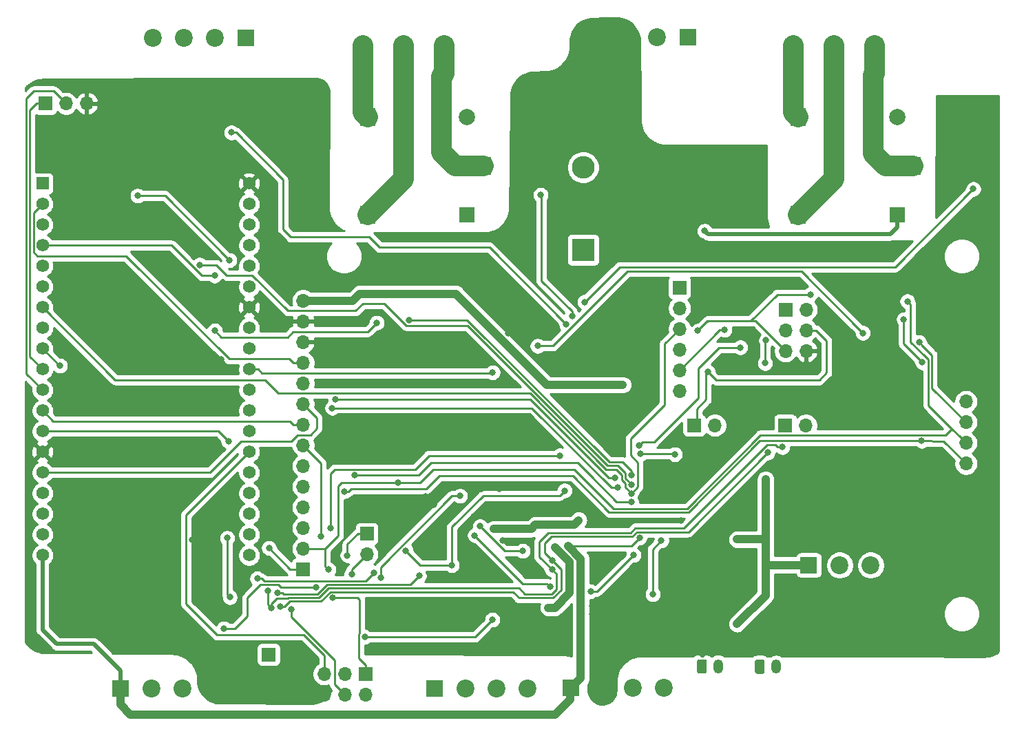
<source format=gbl>
G04 #@! TF.GenerationSoftware,KiCad,Pcbnew,5.1.9+dfsg1-1~bpo10+1*
G04 #@! TF.CreationDate,2022-02-23T18:09:28+00:00*
G04 #@! TF.ProjectId,ControllerCircuit,436f6e74-726f-46c6-9c65-724369726375,rev?*
G04 #@! TF.SameCoordinates,Original*
G04 #@! TF.FileFunction,Copper,L2,Bot*
G04 #@! TF.FilePolarity,Positive*
%FSLAX46Y46*%
G04 Gerber Fmt 4.6, Leading zero omitted, Abs format (unit mm)*
G04 Created by KiCad (PCBNEW 5.1.9+dfsg1-1~bpo10+1) date 2022-02-23 18:09:28*
%MOMM*%
%LPD*%
G01*
G04 APERTURE LIST*
G04 #@! TA.AperFunction,ComponentPad*
%ADD10C,2.200000*%
G04 #@! TD*
G04 #@! TA.AperFunction,ComponentPad*
%ADD11R,2.000000X2.000000*%
G04 #@! TD*
G04 #@! TA.AperFunction,ComponentPad*
%ADD12O,2.800000X2.800000*%
G04 #@! TD*
G04 #@! TA.AperFunction,ComponentPad*
%ADD13R,2.800000X2.800000*%
G04 #@! TD*
G04 #@! TA.AperFunction,ComponentPad*
%ADD14O,1.700000X1.700000*%
G04 #@! TD*
G04 #@! TA.AperFunction,ComponentPad*
%ADD15R,1.700000X1.700000*%
G04 #@! TD*
G04 #@! TA.AperFunction,ComponentPad*
%ADD16O,1.200000X1.750000*%
G04 #@! TD*
G04 #@! TA.AperFunction,ComponentPad*
%ADD17C,1.560000*%
G04 #@! TD*
G04 #@! TA.AperFunction,ComponentPad*
%ADD18R,1.560000X1.560000*%
G04 #@! TD*
G04 #@! TA.AperFunction,ComponentPad*
%ADD19R,1.980000X1.980000*%
G04 #@! TD*
G04 #@! TA.AperFunction,ComponentPad*
%ADD20R,1.900000X2.200000*%
G04 #@! TD*
G04 #@! TA.AperFunction,ComponentPad*
%ADD21C,2.000000*%
G04 #@! TD*
G04 #@! TA.AperFunction,ComponentPad*
%ADD22C,1.900000*%
G04 #@! TD*
G04 #@! TA.AperFunction,ComponentPad*
%ADD23R,1.900000X1.900000*%
G04 #@! TD*
G04 #@! TA.AperFunction,ViaPad*
%ADD24C,0.800000*%
G04 #@! TD*
G04 #@! TA.AperFunction,Conductor*
%ADD25C,0.250000*%
G04 #@! TD*
G04 #@! TA.AperFunction,Conductor*
%ADD26C,1.000000*%
G04 #@! TD*
G04 #@! TA.AperFunction,Conductor*
%ADD27C,2.500000*%
G04 #@! TD*
G04 #@! TA.AperFunction,Conductor*
%ADD28C,0.500000*%
G04 #@! TD*
G04 #@! TA.AperFunction,Conductor*
%ADD29C,0.254000*%
G04 #@! TD*
G04 #@! TA.AperFunction,Conductor*
%ADD30C,0.100000*%
G04 #@! TD*
G04 APERTURE END LIST*
D10*
X197900000Y-118360000D03*
X194090000Y-118360000D03*
X190280000Y-118360000D03*
D11*
X186470000Y-118360000D03*
D12*
X158720000Y-69440000D03*
D13*
X158720000Y-79600000D03*
D14*
X205800000Y-103335000D03*
X205800000Y-100795000D03*
X205800000Y-98255000D03*
X205800000Y-105875000D03*
X124300000Y-85855000D03*
X124300000Y-88395000D03*
X124300000Y-90935000D03*
X124300000Y-93475000D03*
X124300000Y-96015000D03*
X124300000Y-98555000D03*
X124300000Y-101095000D03*
X124300000Y-103635000D03*
X124300000Y-106175000D03*
X124300000Y-108715000D03*
X124300000Y-111255000D03*
X124300000Y-113795000D03*
X124300000Y-116335000D03*
D15*
X124300000Y-118875000D03*
D10*
X160220000Y-53480000D03*
X164030000Y-53480000D03*
X167840000Y-53480000D03*
D11*
X171650000Y-53480000D03*
D10*
X105800000Y-53530000D03*
X109610000Y-53530000D03*
X113420000Y-53530000D03*
D11*
X117230000Y-53530000D03*
D16*
X182456260Y-130849600D03*
G04 #@! TA.AperFunction,ComponentPad*
G36*
G01*
X179856260Y-131474601D02*
X179856260Y-130224599D01*
G75*
G02*
X180106259Y-129974600I249999J0D01*
G01*
X180806261Y-129974600D01*
G75*
G02*
X181056260Y-130224599I0J-249999D01*
G01*
X181056260Y-131474601D01*
G75*
G02*
X180806261Y-131724600I-249999J0D01*
G01*
X180106259Y-131724600D01*
G75*
G02*
X179856260Y-131474601I0J249999D01*
G01*
G37*
G04 #@! TD.AperFunction*
X175330720Y-130819600D03*
G04 #@! TA.AperFunction,ComponentPad*
G36*
G01*
X172730720Y-131444601D02*
X172730720Y-130194599D01*
G75*
G02*
X172980719Y-129944600I249999J0D01*
G01*
X173680721Y-129944600D01*
G75*
G02*
X173930720Y-130194599I0J-249999D01*
G01*
X173930720Y-131444601D01*
G75*
G02*
X173680721Y-131694600I-249999J0D01*
G01*
X172980719Y-131694600D01*
G75*
G02*
X172730720Y-131444601I0J249999D01*
G01*
G37*
G04 #@! TD.AperFunction*
D14*
X174919360Y-101185240D03*
D15*
X172379360Y-101185240D03*
D14*
X186115680Y-101185240D03*
D15*
X183575680Y-101185240D03*
D14*
X132140000Y-117040000D03*
D15*
X132140000Y-114500000D03*
D14*
X97686860Y-61591720D03*
X95146860Y-61591720D03*
D15*
X92606860Y-61591720D03*
D14*
X117510000Y-129350000D03*
D15*
X120050000Y-129350000D03*
D14*
X170573420Y-96933280D03*
X170573420Y-94393280D03*
X170573420Y-91853280D03*
X170573420Y-89313280D03*
X170573420Y-86773280D03*
D15*
X170573420Y-84233280D03*
D14*
X126870000Y-134290000D03*
X126870000Y-131750000D03*
X129410000Y-134290000D03*
X129410000Y-131750000D03*
X131950000Y-134290000D03*
D15*
X131950000Y-131750000D03*
D14*
X186151240Y-92026000D03*
X183611240Y-92026000D03*
X186151240Y-89486000D03*
X183611240Y-89486000D03*
X186151240Y-86946000D03*
D15*
X183611240Y-86946000D03*
D17*
X117656394Y-117150000D03*
X117656394Y-114610000D03*
X117656394Y-112070000D03*
X117656394Y-109530000D03*
X117656394Y-106990000D03*
X117656394Y-104450000D03*
X117656394Y-101910000D03*
X117656394Y-99370000D03*
X117656394Y-96830000D03*
X117656394Y-94290000D03*
X117656394Y-91750000D03*
X117656394Y-89210000D03*
X117656394Y-86670000D03*
X117656394Y-84130000D03*
X117656394Y-81590000D03*
X117656394Y-79050000D03*
X117656394Y-76510000D03*
X117656394Y-73970000D03*
X117656394Y-71430000D03*
X92256394Y-114610000D03*
X92256394Y-112070000D03*
X92256394Y-109530000D03*
X92256394Y-106990000D03*
X92256394Y-104450000D03*
X92256394Y-101910000D03*
X92256394Y-99370000D03*
X92256394Y-96830000D03*
X92256394Y-94290000D03*
X92256394Y-91750000D03*
X92256394Y-89210000D03*
X92256394Y-86670000D03*
X92256394Y-84130000D03*
X92256394Y-81590000D03*
X92256394Y-79050000D03*
X92256394Y-76510000D03*
X92256394Y-117150000D03*
X92256394Y-73970000D03*
D18*
X92256394Y-71430000D03*
D19*
X144475000Y-75300000D03*
D20*
X146475000Y-69300000D03*
D21*
X144475000Y-63300000D03*
D20*
X132275000Y-63300000D03*
X132275000Y-75300000D03*
D19*
X197340000Y-75300000D03*
D20*
X199340000Y-69300000D03*
D21*
X197340000Y-63300000D03*
D20*
X185140000Y-63300000D03*
X185140000Y-75300000D03*
D10*
X168679020Y-133488660D03*
X164869020Y-133488660D03*
X161059020Y-133488660D03*
D11*
X157249020Y-133488660D03*
D10*
X151855686Y-133503660D03*
X148045686Y-133503660D03*
X144235686Y-133503660D03*
D11*
X140425686Y-133503660D03*
D22*
X131685000Y-54450000D03*
X136685000Y-54450000D03*
D23*
X141685000Y-54450000D03*
D22*
X184550000Y-54450000D03*
X189550000Y-54450000D03*
D23*
X194550000Y-54450000D03*
D10*
X113270000Y-133500000D03*
X109460000Y-133500000D03*
X105650000Y-133500000D03*
D11*
X101840000Y-133500000D03*
D24*
X159950000Y-117900000D03*
X175670000Y-80460000D03*
X177670840Y-80464000D03*
X176670840Y-80464000D03*
X178620840Y-80464000D03*
X203250000Y-63750000D03*
X203250000Y-62750000D03*
X202750000Y-67250000D03*
X202750000Y-68250000D03*
X150500000Y-60500000D03*
X151500000Y-60500000D03*
X152750000Y-64500000D03*
X180575000Y-69575000D03*
X180575000Y-68575000D03*
X179625000Y-68575000D03*
X179625000Y-69575000D03*
X151499940Y-89860560D03*
X151499940Y-88860560D03*
X149549940Y-88860560D03*
X149549940Y-89860560D03*
X150549940Y-88860560D03*
X150549940Y-89860560D03*
X141268980Y-116810800D03*
X148842480Y-115340000D03*
X136410000Y-110830000D03*
X132872420Y-111765880D03*
X132872420Y-110765880D03*
X139400000Y-109900000D03*
X140400000Y-109900000D03*
X139400000Y-110900000D03*
X140400000Y-110900000D03*
X120950000Y-89300000D03*
X120950000Y-88300000D03*
X157750000Y-62100000D03*
X158750000Y-62100000D03*
X157750000Y-63000000D03*
X158750000Y-63000000D03*
X101111340Y-128600000D03*
X102111340Y-128600000D03*
X103061340Y-128600000D03*
X208125000Y-76575000D03*
X207125000Y-76575000D03*
X207125000Y-75575000D03*
X208125000Y-75575000D03*
X209075000Y-76575000D03*
X209075000Y-75575000D03*
X187202220Y-94092560D03*
X185252220Y-94092560D03*
X186252220Y-94092560D03*
X167250000Y-69800000D03*
X173050000Y-69600000D03*
X174150000Y-69600000D03*
X157490000Y-65910000D03*
X158390000Y-65910000D03*
X120850000Y-71500000D03*
X183609320Y-111079980D03*
X185559320Y-112079980D03*
X185559320Y-111079980D03*
X184609320Y-111079980D03*
X209069320Y-119553760D03*
X208119320Y-119553760D03*
X208119320Y-120553760D03*
X207119320Y-120553760D03*
X209069320Y-120553760D03*
X142423260Y-91657180D03*
X141473260Y-91657180D03*
X141483260Y-92937180D03*
X140483260Y-92937180D03*
X142433260Y-92937180D03*
X140473260Y-91657180D03*
X108312540Y-115213420D03*
X107312540Y-115213420D03*
X108312540Y-114213420D03*
X107312540Y-114213420D03*
X110650240Y-92168320D03*
X110650240Y-93168320D03*
X109700240Y-93168320D03*
X109700240Y-92168320D03*
X108700240Y-93168320D03*
X108700240Y-92168320D03*
X114216400Y-94047160D03*
X114216400Y-93047160D03*
X109807680Y-97509940D03*
X110807680Y-97509940D03*
X110807680Y-98509940D03*
X109807680Y-98509940D03*
X101526560Y-87722560D03*
X100576560Y-87722560D03*
X101526560Y-86722560D03*
X99576560Y-87722560D03*
X100576560Y-86722560D03*
X99576560Y-86722560D03*
X164969480Y-98027700D03*
X166919480Y-99027700D03*
X166919480Y-98027700D03*
X165969480Y-98027700D03*
X164969480Y-99027700D03*
X165969480Y-99027700D03*
X145654700Y-102675540D03*
X145654700Y-101675540D03*
X141164120Y-96181500D03*
X142164120Y-96181500D03*
X152158220Y-126604320D03*
X153158220Y-126604320D03*
X110701000Y-104892960D03*
X109701000Y-104892960D03*
X110701000Y-103892960D03*
X109701000Y-103892960D03*
X111216620Y-108045100D03*
X110216620Y-108045100D03*
X102390120Y-114948820D03*
X102390120Y-113948820D03*
X101390120Y-114948820D03*
X101390120Y-113948820D03*
X174727180Y-115074760D03*
X174727180Y-114074760D03*
X173727180Y-115074760D03*
X173727180Y-114074760D03*
X198833960Y-97870620D03*
X197883960Y-97870620D03*
X197883960Y-98870620D03*
X196883960Y-98870620D03*
X198833960Y-98870620D03*
X196883960Y-97870620D03*
X167687160Y-85867320D03*
X167637160Y-83817320D03*
X168587160Y-84817320D03*
X167687160Y-86867320D03*
X167637160Y-84817320D03*
X168587160Y-83817320D03*
X178807280Y-99734220D03*
X179757280Y-99734220D03*
X177807280Y-99734220D03*
X148680000Y-123490000D03*
X140766980Y-103191160D03*
X139766980Y-103191160D03*
X139766980Y-102191160D03*
X140766980Y-102191160D03*
X133414440Y-103104800D03*
X133414440Y-102104800D03*
X129576500Y-101998120D03*
X129576500Y-102998120D03*
X156650000Y-112000000D03*
X156650000Y-110600000D03*
X99608820Y-77367740D03*
X98608820Y-77367740D03*
X138499940Y-81860560D03*
X136549940Y-81860560D03*
X136549940Y-80860560D03*
X138499940Y-80860560D03*
X137549940Y-81860560D03*
X137549940Y-80860560D03*
X113299940Y-70530560D03*
X113299940Y-69530560D03*
X112349940Y-69530560D03*
X112349940Y-70530560D03*
X111349940Y-70530560D03*
X111349940Y-69530560D03*
X124499940Y-66860560D03*
X124499940Y-67860560D03*
X122549940Y-66860560D03*
X123549940Y-66860560D03*
X123549940Y-67860560D03*
X122549940Y-67860560D03*
X111662540Y-115233420D03*
X110662540Y-115233420D03*
X114650000Y-128600000D03*
X112350000Y-120200000D03*
X142250000Y-126040000D03*
X184609320Y-112079980D03*
X183609320Y-112079980D03*
X193920840Y-80214000D03*
X192970840Y-80214000D03*
X176400000Y-94300000D03*
X159069480Y-94827700D03*
X160019480Y-94827700D03*
X159069480Y-93827700D03*
X160019480Y-93827700D03*
X207233960Y-109670620D03*
X206283960Y-109670620D03*
X205283960Y-110670620D03*
X206283960Y-110670620D03*
X205283960Y-109670620D03*
X207233960Y-110670620D03*
X144330000Y-116930000D03*
X120732420Y-113565880D03*
X120732420Y-114565880D03*
X96129940Y-65770560D03*
X98079940Y-65770560D03*
X97129940Y-65770560D03*
X160600000Y-113120000D03*
X161630000Y-113120000D03*
X170730000Y-112880000D03*
X170704580Y-123743380D03*
X170704580Y-124743380D03*
X111279856Y-122095176D03*
X114650000Y-124010000D03*
X167883380Y-128995420D03*
X166883380Y-128995420D03*
X163014580Y-128723380D03*
X163014580Y-127723380D03*
X191679320Y-122973760D03*
X192629320Y-123973760D03*
X192629320Y-122973760D03*
X191679320Y-123973760D03*
X190679320Y-123973760D03*
X190679320Y-122973760D03*
X111150000Y-126590000D03*
X191120840Y-80214000D03*
X192070840Y-80214000D03*
X190120840Y-80214000D03*
X189120000Y-80210000D03*
X158060840Y-83004000D03*
X157060000Y-83000000D03*
X152020840Y-80964000D03*
X151020000Y-80960000D03*
X207100000Y-119540000D03*
X202615000Y-80855000D03*
X201665000Y-80855000D03*
X200665000Y-79855000D03*
X201665000Y-79855000D03*
X202615000Y-79855000D03*
X200665000Y-80855000D03*
X147560000Y-123490000D03*
X149880000Y-123490000D03*
X141274340Y-114340140D03*
X140274340Y-114340140D03*
X162950840Y-74674000D03*
X161950000Y-74670000D03*
X181800000Y-83370000D03*
X182830000Y-83400000D03*
X179349500Y-85935080D03*
X148450000Y-109000000D03*
X146250000Y-109000000D03*
X145250000Y-112400000D03*
X137050000Y-103200000D03*
X159850000Y-123353380D03*
X159850000Y-124353380D03*
X153450000Y-108600000D03*
X171650000Y-105600000D03*
X183250000Y-106800000D03*
X184450000Y-106800000D03*
X185650000Y-106800000D03*
X169450000Y-78000000D03*
X164650000Y-78000000D03*
X158177000Y-112848880D03*
X115238260Y-80857620D03*
X163600000Y-96200000D03*
X103950000Y-72940000D03*
X167280000Y-121960000D03*
X168350000Y-115340000D03*
X138560000Y-119680000D03*
X121196953Y-121729486D03*
X177650000Y-115200000D03*
X177650000Y-125600000D03*
X152355560Y-113905560D03*
X147744440Y-113905560D03*
X149355560Y-113905560D03*
X181160002Y-107800002D03*
X137341340Y-88205840D03*
X133355266Y-88559947D03*
X113450000Y-89520000D03*
X164650000Y-107300000D03*
X164644808Y-109545687D03*
X164650000Y-108450000D03*
X111562911Y-81429988D03*
X114963940Y-115025700D03*
X115290000Y-122310000D03*
X145410000Y-114710000D03*
X113420000Y-82770000D03*
X154650006Y-121030260D03*
X129350000Y-109300000D03*
X200350000Y-103100000D03*
X200440000Y-93440000D03*
X198150000Y-88150000D03*
X127650000Y-113799996D03*
X155868456Y-104883501D03*
X165750000Y-104700000D03*
X170000000Y-104750000D03*
X122890000Y-123810000D03*
X200025021Y-90940000D03*
X135950000Y-108200000D03*
X127410000Y-118910000D03*
X127970000Y-122370000D03*
X198600000Y-85930000D03*
X136924990Y-116590340D03*
X178046790Y-91596790D03*
X165600002Y-103650000D03*
X142580000Y-118380000D03*
X156450000Y-109200000D03*
X173662085Y-77263989D03*
X165660000Y-115010000D03*
X156850000Y-115999992D03*
X127870000Y-99040000D03*
X162975010Y-108800000D03*
X128300000Y-97975010D03*
X162650000Y-107600000D03*
X206700000Y-72100000D03*
X158900000Y-86010000D03*
X153500000Y-72850000D03*
X157350000Y-87750000D03*
X114572773Y-126151907D03*
X125858116Y-121120740D03*
X133816742Y-119894990D03*
X143587319Y-109855335D03*
X120100000Y-116260000D03*
X115111260Y-103125800D03*
X147597860Y-94665060D03*
X153135060Y-91401160D03*
X193120000Y-89820000D03*
X94405180Y-93844640D03*
X133019612Y-119291161D03*
X118660000Y-120010000D03*
X174088780Y-94632040D03*
X154903620Y-117767563D03*
X181415154Y-104530166D03*
X121460000Y-123500000D03*
X183230000Y-103855021D03*
X154895280Y-118932220D03*
X120400008Y-123660447D03*
X119990000Y-121500000D03*
X164640000Y-110564990D03*
X130640000Y-107320000D03*
X115477500Y-65160008D03*
X156652340Y-88742340D03*
X126490000Y-114830000D03*
X176087760Y-89437740D03*
X172841640Y-89539340D03*
X186660000Y-85080000D03*
X181096640Y-93527140D03*
X181216020Y-90725520D03*
X129744990Y-117170000D03*
X130264131Y-119444979D03*
X151318350Y-116623967D03*
X146050000Y-113600000D03*
X164905917Y-117134202D03*
X147560000Y-125090000D03*
X131879135Y-127209135D03*
X159649998Y-121600000D03*
X155250000Y-116200000D03*
X154450000Y-123600000D03*
D25*
X167280000Y-121960000D02*
X167280000Y-116410000D01*
X167280000Y-116410000D02*
X168350000Y-115340000D01*
X107320640Y-72940000D02*
X103950000Y-72940000D01*
X115238260Y-80857620D02*
X107320640Y-72940000D01*
X127259199Y-120744977D02*
X126084166Y-121920010D01*
X121953162Y-121920010D02*
X121762638Y-121729486D01*
X121762638Y-121729486D02*
X121196953Y-121729486D01*
X138560000Y-119680000D02*
X137495023Y-120744977D01*
X137495023Y-120744977D02*
X127259199Y-120744977D01*
X126084166Y-121920010D02*
X121953162Y-121920010D01*
X181160002Y-109260322D02*
X181160002Y-111470002D01*
X178790000Y-115200000D02*
X178820000Y-115230000D01*
D26*
X152861120Y-113400000D02*
X152355560Y-113905560D01*
X158177000Y-112848880D02*
X157625880Y-113400000D01*
X157625880Y-113400000D02*
X152861120Y-113400000D01*
X152355560Y-113905560D02*
X149355560Y-113905560D01*
X149355560Y-113905560D02*
X147744440Y-113905560D01*
X154284315Y-96200000D02*
X163600000Y-96200000D01*
X143084315Y-85000000D02*
X154284315Y-96200000D01*
X131250000Y-85000000D02*
X143084315Y-85000000D01*
X124300000Y-85855000D02*
X130395000Y-85855000D01*
X130395000Y-85855000D02*
X131250000Y-85000000D01*
X181160002Y-122089998D02*
X177650000Y-125600000D01*
X177650000Y-115200000D02*
X181050000Y-115200000D01*
X181050000Y-115200000D02*
X181160002Y-115310002D01*
X186470000Y-118360000D02*
X186010000Y-118360000D01*
X181160002Y-107800002D02*
X181160002Y-114689998D01*
X181160002Y-114689998D02*
X181160002Y-115310002D01*
X181410000Y-118360000D02*
X181160002Y-118110002D01*
X186470000Y-118360000D02*
X181410000Y-118360000D01*
X181160002Y-115310002D02*
X181160002Y-118110002D01*
X181160002Y-118110002D02*
X181160002Y-122089998D01*
D25*
X114249489Y-90319489D02*
X122390531Y-90319489D01*
X113450000Y-89520000D02*
X114249489Y-90319489D01*
X123040020Y-89670000D02*
X132245213Y-89670000D01*
X122390531Y-90319489D02*
X123040020Y-89670000D01*
X132245213Y-89670000D02*
X133355266Y-88559947D01*
X163537316Y-105687316D02*
X164650000Y-106800000D01*
X164650000Y-106800000D02*
X164650000Y-107300000D01*
X161937320Y-105687316D02*
X163537316Y-105687316D01*
X137341340Y-88205840D02*
X144455844Y-88205840D01*
X144455844Y-88205840D02*
X161937320Y-105687316D01*
X170573420Y-89313280D02*
X168725002Y-91161698D01*
X165429999Y-105729999D02*
X165429999Y-108760496D01*
X168725002Y-98624998D02*
X164550000Y-102800000D01*
X164550000Y-102800000D02*
X164550000Y-104850000D01*
X168725002Y-91161698D02*
X168725002Y-98624998D01*
X165429999Y-108760496D02*
X164644808Y-109545687D01*
X164550000Y-104850000D02*
X165429999Y-105729999D01*
X101160774Y-95574380D02*
X92256394Y-86670000D01*
X163474990Y-107861400D02*
X163474989Y-107261399D01*
X163924999Y-108798001D02*
X163924999Y-108311409D01*
X164644808Y-109545687D02*
X164644808Y-109517810D01*
X152198324Y-97250000D02*
X121270000Y-97250000D01*
X161535662Y-106587338D02*
X152198324Y-97250000D01*
X164644808Y-109517810D02*
X163924999Y-108798001D01*
X163474989Y-107261399D02*
X162800928Y-106587338D01*
X163924999Y-108311409D02*
X163474990Y-107861400D01*
X162800928Y-106587338D02*
X161535662Y-106587338D01*
X121270000Y-97250000D02*
X119594380Y-95574380D01*
X119594380Y-95574380D02*
X101160774Y-95574380D01*
X113592990Y-81429988D02*
X111562911Y-81429988D01*
X114873869Y-82710867D02*
X113592990Y-81429988D01*
X118060867Y-82710867D02*
X114873869Y-82710867D01*
X122450000Y-87100000D02*
X118060867Y-82710867D01*
X130750000Y-87100000D02*
X122450000Y-87100000D01*
X163924999Y-107074999D02*
X162987327Y-106137327D01*
X163924999Y-107674999D02*
X163924999Y-107074999D01*
X162987327Y-106137327D02*
X161722062Y-106137327D01*
X164650000Y-108450000D02*
X164650000Y-108400000D01*
X164650000Y-108400000D02*
X163924999Y-107674999D01*
X134262496Y-86200000D02*
X131650000Y-86200000D01*
X144515577Y-88930842D02*
X136993338Y-88930842D01*
X161722062Y-106137327D02*
X144515577Y-88930842D01*
X136993338Y-88930842D02*
X134262496Y-86200000D01*
X131650000Y-86200000D02*
X130750000Y-87100000D01*
X114963940Y-121983940D02*
X115290000Y-122310000D01*
X114963940Y-115025700D02*
X114963940Y-121983940D01*
X111850000Y-82770000D02*
X113420000Y-82770000D01*
X108130000Y-79050000D02*
X111850000Y-82770000D01*
X92256394Y-79050000D02*
X108130000Y-79050000D01*
X151330261Y-120630261D02*
X154250007Y-120630261D01*
X154250007Y-120630261D02*
X154650006Y-121030260D01*
X145410000Y-114710000D02*
X151330261Y-120630261D01*
X205800000Y-105875000D02*
X203055011Y-103130011D01*
X203055011Y-103130011D02*
X200350000Y-103100000D01*
X198150000Y-91150000D02*
X198150000Y-88150000D01*
X200440000Y-93440000D02*
X198150000Y-91150000D01*
X180440586Y-103100000D02*
X200350000Y-103100000D01*
X171685573Y-111855013D02*
X180440586Y-103100000D01*
X161905013Y-111855013D02*
X171685573Y-111855013D01*
X129915685Y-109300000D02*
X130240690Y-108974995D01*
X139475005Y-108974995D02*
X141050000Y-107400000D01*
X157450000Y-107400000D02*
X161905013Y-111855013D01*
X129350000Y-109300000D02*
X129915685Y-109300000D01*
X130240690Y-108974995D02*
X139475005Y-108974995D01*
X141050000Y-107400000D02*
X157450000Y-107400000D01*
X165750000Y-104700000D02*
X169950000Y-104700000D01*
X169950000Y-104700000D02*
X170000000Y-104750000D01*
X122890000Y-124776411D02*
X122890000Y-123810000D01*
X128183590Y-133063590D02*
X128183590Y-130070001D01*
X128183590Y-130070001D02*
X122890000Y-124776411D01*
X129410000Y-134290000D02*
X128183590Y-133063590D01*
X201615012Y-92529991D02*
X200425020Y-91339999D01*
X205800000Y-100795000D02*
X201615012Y-96610012D01*
X201615012Y-96610012D02*
X201615012Y-92529991D01*
X200425020Y-91339999D02*
X200025021Y-90940000D01*
X138075002Y-106574998D02*
X139766499Y-104883501D01*
X127650000Y-113799996D02*
X127650000Y-107126996D01*
X139766499Y-104883501D02*
X155868456Y-104883501D01*
X128201998Y-106574998D02*
X138075002Y-106574998D01*
X127650000Y-107126996D02*
X128201998Y-106574998D01*
X205800000Y-103335000D02*
X205765000Y-103300000D01*
X131950000Y-131750000D02*
X131950000Y-131350000D01*
X127035000Y-116335000D02*
X124300000Y-116335000D01*
X127035000Y-116335000D02*
X127035000Y-118535000D01*
X127035000Y-118535000D02*
X127410000Y-118910000D01*
X129040000Y-108200000D02*
X135950000Y-108200000D01*
X128624999Y-108615001D02*
X129040000Y-108200000D01*
X127035000Y-116335000D02*
X128624999Y-114745001D01*
X128624999Y-114745001D02*
X128624999Y-108615001D01*
X131232338Y-122642338D02*
X130960000Y-122370000D01*
X131950000Y-130650000D02*
X131154133Y-129854133D01*
X131950000Y-131750000D02*
X131950000Y-130650000D01*
X131154133Y-129854133D02*
X131154133Y-126861133D01*
X128535685Y-122370000D02*
X127970000Y-122370000D01*
X131154133Y-126861133D02*
X131232338Y-126782928D01*
X130960000Y-122370000D02*
X128535685Y-122370000D01*
X131232338Y-126782928D02*
X131232338Y-122642338D01*
X201165001Y-98700001D02*
X201165001Y-93091999D01*
X200708001Y-92684999D02*
X198999999Y-90976997D01*
X198999999Y-86329999D02*
X198600000Y-85930000D01*
X200758001Y-92684999D02*
X200708001Y-92684999D01*
X198999999Y-90976997D02*
X198999999Y-86329999D01*
X201165001Y-93091999D02*
X200758001Y-92684999D01*
X204950001Y-102485001D02*
X205800000Y-103335000D01*
X204839999Y-102374999D02*
X204950001Y-102485001D01*
X171499173Y-111405002D02*
X180529176Y-102374999D01*
X138650000Y-108200000D02*
X140250000Y-106600000D01*
X135950000Y-108200000D02*
X138650000Y-108200000D01*
X162455002Y-111405002D02*
X171499173Y-111405002D01*
X140250000Y-106600000D02*
X157650000Y-106600000D01*
X157650000Y-106600000D02*
X162455002Y-111405002D01*
X204057500Y-101592500D02*
X203275001Y-102374999D01*
X180529176Y-102374999D02*
X203275001Y-102374999D01*
X204057500Y-101592500D02*
X201165001Y-98700001D01*
X205800000Y-103335000D02*
X204057500Y-101592500D01*
X175453210Y-91596790D02*
X172850000Y-94200000D01*
X172850000Y-94200000D02*
X172850000Y-97850000D01*
X178046790Y-91596790D02*
X175453210Y-91596790D01*
X166000001Y-103250001D02*
X165600002Y-103650000D01*
X167449999Y-103250001D02*
X166000001Y-103250001D01*
X172850000Y-97850000D02*
X167449999Y-103250001D01*
X138714650Y-118380000D02*
X142580000Y-118380000D01*
X136924990Y-116590340D02*
X138714650Y-118380000D01*
X91151393Y-79891393D02*
X91151393Y-75075001D01*
X123097919Y-93475000D02*
X122634439Y-93011520D01*
X91600000Y-80340000D02*
X91151393Y-79891393D01*
X124300000Y-93475000D02*
X123097919Y-93475000D01*
X122634439Y-93011520D02*
X115211738Y-93011520D01*
X115211738Y-93011520D02*
X102540218Y-80340000D01*
X91151393Y-75075001D02*
X92256394Y-73970000D01*
X102540218Y-80340000D02*
X91600000Y-80340000D01*
X142580000Y-118380000D02*
X142580000Y-113670000D01*
X155850001Y-109799999D02*
X156450000Y-109200000D01*
X146450001Y-109799999D02*
X155850001Y-109799999D01*
X142580000Y-113670000D02*
X146450001Y-109799999D01*
D27*
X184550000Y-62710000D02*
X185140000Y-63300000D01*
X184550000Y-54450000D02*
X184550000Y-62710000D01*
X189550000Y-70890000D02*
X185140000Y-75300000D01*
X189550000Y-54450000D02*
X189550000Y-70890000D01*
X194550000Y-57900000D02*
X194359260Y-58090740D01*
X194359260Y-58090740D02*
X194359260Y-67769260D01*
X194359260Y-67769260D02*
X195890000Y-69300000D01*
X194550000Y-54450000D02*
X194550000Y-57900000D01*
X195890000Y-69300000D02*
X199340000Y-69300000D01*
D28*
X92256394Y-126306394D02*
X92256394Y-117150000D01*
X101840000Y-131380364D02*
X98523156Y-128063520D01*
X101840000Y-133500000D02*
X101840000Y-131380364D01*
X98523156Y-128063520D02*
X94013520Y-128063520D01*
X94013520Y-128063520D02*
X92256394Y-126306394D01*
X196466012Y-77663988D02*
X174062084Y-77663988D01*
X174062084Y-77663988D02*
X173662085Y-77263989D01*
X197340000Y-75300000D02*
X197340000Y-76790000D01*
X197340000Y-76790000D02*
X196466012Y-77663988D01*
D26*
X157151340Y-133488660D02*
X157249020Y-133488660D01*
X101840000Y-135500000D02*
X103065011Y-136725011D01*
X155304989Y-136725011D02*
X157151340Y-134878660D01*
X101840000Y-133500000D02*
X101840000Y-135500000D01*
X103065011Y-136725011D02*
X155304989Y-136725011D01*
X157151340Y-134878660D02*
X157151340Y-133488660D01*
D25*
X164670008Y-115999992D02*
X156850000Y-115999992D01*
X165660000Y-115010000D02*
X164670008Y-115999992D01*
D26*
X157249020Y-133488660D02*
X158450000Y-132287680D01*
X158450000Y-132287680D02*
X158450000Y-117599992D01*
X158450000Y-117599992D02*
X156850000Y-115999992D01*
D27*
X131685000Y-62710000D02*
X132275000Y-63300000D01*
X131685000Y-54450000D02*
X131685000Y-62710000D01*
X136685000Y-70890000D02*
X132275000Y-75300000D01*
X136685000Y-54450000D02*
X136685000Y-70890000D01*
X143025000Y-69300000D02*
X141270720Y-67545720D01*
X146475000Y-69300000D02*
X143025000Y-69300000D01*
X141270720Y-67545720D02*
X141270720Y-58307500D01*
X141270720Y-58307500D02*
X141649990Y-57928230D01*
X141649990Y-57928230D02*
X141649990Y-54450000D01*
D25*
X127870000Y-99040000D02*
X152416994Y-99040000D01*
X162176994Y-108800000D02*
X162975010Y-108800000D01*
X152416994Y-99040000D02*
X162176994Y-108800000D01*
X126870000Y-129470000D02*
X126870000Y-131750000D01*
X109910000Y-112196394D02*
X109910000Y-123160000D01*
X117656394Y-104450000D02*
X109910000Y-112196394D01*
X109910000Y-123160000D02*
X113700000Y-126950000D01*
X113700000Y-126950000D02*
X124350000Y-126950000D01*
X124350000Y-126950000D02*
X126870000Y-129470000D01*
X161850000Y-107600000D02*
X162650000Y-107600000D01*
X128300000Y-97975010D02*
X152225010Y-97975010D01*
X152225010Y-97975010D02*
X161850000Y-107600000D01*
X206700000Y-72100000D02*
X197100000Y-81700000D01*
X163210000Y-81700000D02*
X158900000Y-86010000D01*
X197100000Y-81700000D02*
X163210000Y-81700000D01*
X157350000Y-87184315D02*
X157350000Y-87750000D01*
X153600000Y-83434315D02*
X157350000Y-87184315D01*
X153500000Y-72850000D02*
X153600000Y-72950000D01*
X153600000Y-72950000D02*
X153600000Y-83434315D01*
X121590740Y-121120740D02*
X125858116Y-121120740D01*
X121230000Y-120760000D02*
X121590740Y-121120740D01*
X119050000Y-120760000D02*
X121230000Y-120760000D01*
X117430000Y-122380000D02*
X117430000Y-124620000D01*
X117430000Y-122380000D02*
X119050000Y-120760000D01*
X115898093Y-126151907D02*
X114572773Y-126151907D01*
X117430000Y-124620000D02*
X115898093Y-126151907D01*
X133816742Y-118625586D02*
X142586993Y-109855335D01*
X133816742Y-119894990D02*
X133816742Y-118625586D01*
X142586993Y-109855335D02*
X143587319Y-109855335D01*
X123097919Y-101095000D02*
X124300000Y-101095000D01*
X92256394Y-99370000D02*
X93546394Y-100660000D01*
X122662919Y-100660000D02*
X123097919Y-101095000D01*
X93546394Y-100660000D02*
X122662919Y-100660000D01*
X122715000Y-118875000D02*
X120100000Y-116260000D01*
X124300000Y-118875000D02*
X122715000Y-118875000D01*
X113895460Y-101910000D02*
X115111260Y-103125800D01*
X92256394Y-101910000D02*
X113895460Y-101910000D01*
X125985000Y-101566240D02*
X125985000Y-100240000D01*
X125177280Y-102373960D02*
X125985000Y-101566240D01*
X112860000Y-106990000D02*
X116670000Y-103180000D01*
X125985000Y-100240000D02*
X124300000Y-98555000D01*
X92256394Y-106990000D02*
X112860000Y-106990000D01*
X116670000Y-103180000D02*
X122826000Y-103180000D01*
X123632040Y-102373960D02*
X125177280Y-102373960D01*
X122826000Y-103180000D02*
X123632040Y-102373960D01*
X147512920Y-94750000D02*
X147597860Y-94665060D01*
X119219480Y-94750000D02*
X147512920Y-94750000D01*
X117656394Y-94290000D02*
X118759480Y-94290000D01*
X118759480Y-94290000D02*
X119219480Y-94750000D01*
X185547000Y-82247000D02*
X192720001Y-89420001D01*
X164173000Y-82247000D02*
X185547000Y-82247000D01*
X153135060Y-91401160D02*
X155018840Y-91401160D01*
X155018840Y-91401160D02*
X164173000Y-82247000D01*
X192720001Y-89420001D02*
X193120000Y-89820000D01*
X94351034Y-93844640D02*
X94405180Y-93844640D01*
X92256394Y-91750000D02*
X94351034Y-93844640D01*
X119505684Y-120289999D02*
X119225685Y-120010000D01*
X119225685Y-120010000D02*
X118660000Y-120010000D01*
X133019612Y-119291161D02*
X132020774Y-120289999D01*
X132020774Y-120289999D02*
X119505684Y-120289999D01*
X175056740Y-95600000D02*
X174088780Y-94632040D01*
X187353321Y-89486000D02*
X188650000Y-90782679D01*
X186151240Y-89486000D02*
X187353321Y-89486000D01*
X188650000Y-90782679D02*
X188650000Y-94700000D01*
X188650000Y-94700000D02*
X187750000Y-95600000D01*
X187750000Y-95600000D02*
X175056740Y-95600000D01*
X175150000Y-100954600D02*
X174919360Y-101185240D01*
X172700000Y-99150000D02*
X172700000Y-100864600D01*
X173850000Y-98000000D02*
X172700000Y-99150000D01*
X174088780Y-94632040D02*
X173850000Y-94870820D01*
X172700000Y-100864600D02*
X172379360Y-101185240D01*
X173850000Y-94870820D02*
X173850000Y-98000000D01*
X171660321Y-114284999D02*
X181415154Y-104530166D01*
X164781999Y-114814999D02*
X165311999Y-114284999D01*
X154849441Y-114814999D02*
X164781999Y-114814999D01*
X165311999Y-114284999D02*
X171660321Y-114284999D01*
X153978340Y-115686100D02*
X154849441Y-114814999D01*
X153978340Y-116842283D02*
X153978340Y-115686100D01*
X154903620Y-117767563D02*
X153978340Y-116842283D01*
X90251371Y-60998269D02*
X90251371Y-94824977D01*
X95146860Y-61591720D02*
X93635560Y-60080420D01*
X93635560Y-60080420D02*
X91169220Y-60080420D01*
X91169220Y-60080420D02*
X90251371Y-60998269D01*
X90251371Y-94824977D02*
X92256394Y-96830000D01*
X156050000Y-118913943D02*
X154903620Y-117767563D01*
X156050000Y-121400000D02*
X156050000Y-118913943D01*
X155050000Y-122400000D02*
X156050000Y-121400000D01*
X150094999Y-121644999D02*
X150850000Y-122400000D01*
X150850000Y-122400000D02*
X155050000Y-122400000D01*
X122025685Y-123500000D02*
X122705653Y-122820032D01*
X122705653Y-122820032D02*
X126466966Y-122820032D01*
X126466966Y-122820032D02*
X127641999Y-121644999D01*
X127641999Y-121644999D02*
X150094999Y-121644999D01*
X121460000Y-123500000D02*
X122025685Y-123500000D01*
X164595599Y-114364988D02*
X165125599Y-113834988D01*
X154448552Y-114364988D02*
X164595599Y-114364988D01*
X154895280Y-118932220D02*
X153340800Y-117377740D01*
X153340800Y-115472740D02*
X154448552Y-114364988D01*
X153340800Y-117377740D02*
X153340800Y-115472740D01*
X181319989Y-103600011D02*
X182409305Y-103600011D01*
X171085012Y-113834988D02*
X181319989Y-103600011D01*
X182664315Y-103855021D02*
X183230000Y-103855021D01*
X165125599Y-113834988D02*
X171085012Y-113834988D01*
X182409305Y-103600011D02*
X182664315Y-103855021D01*
X92606860Y-61591720D02*
X91506860Y-61591720D01*
X91506860Y-61591720D02*
X90701382Y-62397198D01*
X90701382Y-62397198D02*
X90701382Y-92734988D01*
X90701382Y-92734988D02*
X92256394Y-94290000D01*
X120400008Y-123660447D02*
X119990000Y-123250439D01*
X119990000Y-123250439D02*
X119990000Y-121500000D01*
X120400008Y-123094762D02*
X120400008Y-123660447D01*
X155450000Y-119486940D02*
X155450000Y-121363590D01*
X127445599Y-121194988D02*
X126270566Y-122370021D01*
X154895280Y-118932220D02*
X155450000Y-119486940D01*
X154873548Y-121940042D02*
X151590042Y-121940042D01*
X151590042Y-121940042D02*
X150844988Y-121194988D01*
X150844988Y-121194988D02*
X127445599Y-121194988D01*
X122519253Y-122370021D02*
X122429285Y-122459989D01*
X155450000Y-121363590D02*
X154873548Y-121940042D01*
X126270566Y-122370021D02*
X122519253Y-122370021D01*
X122429285Y-122459989D02*
X121034781Y-122459989D01*
X121034781Y-122459989D02*
X120400008Y-123094762D01*
X162834625Y-110564990D02*
X164640000Y-110564990D01*
X130640000Y-107320000D02*
X138530000Y-107320000D01*
X140050000Y-105800000D02*
X158085268Y-105800000D01*
X158085268Y-105800000D02*
X159589635Y-107304367D01*
X159589635Y-107320000D02*
X162834625Y-110564990D01*
X138530000Y-107320000D02*
X140050000Y-105800000D01*
X159589635Y-107304367D02*
X159589635Y-107320000D01*
X116043185Y-65160008D02*
X115477500Y-65160008D01*
X121800000Y-71000000D02*
X116043185Y-65160008D01*
X121800000Y-77050000D02*
X121800000Y-71000000D01*
X156652340Y-88742340D02*
X147205520Y-79295520D01*
X133685520Y-79295520D02*
X132420000Y-78030000D01*
X147205520Y-79295520D02*
X133685520Y-79295520D01*
X132420000Y-78030000D02*
X122780000Y-78030000D01*
X122780000Y-78030000D02*
X121800000Y-77050000D01*
X126490000Y-105825000D02*
X126490000Y-114830000D01*
X124300000Y-103635000D02*
X126490000Y-105825000D01*
X175528960Y-89437740D02*
X176087760Y-89437740D01*
X170573420Y-94393280D02*
X175528960Y-89437740D01*
X182600000Y-85080000D02*
X186660000Y-85080000D01*
X179310000Y-88370000D02*
X182600000Y-85080000D01*
X174010980Y-88370000D02*
X179310000Y-88370000D01*
X172841640Y-89539340D02*
X174010980Y-88370000D01*
X179935240Y-88350000D02*
X174030980Y-88350000D01*
X174030980Y-88350000D02*
X172841640Y-89539340D01*
X183611240Y-92026000D02*
X179935240Y-88350000D01*
X181096640Y-93527140D02*
X181096640Y-90844900D01*
X181096640Y-90844900D02*
X181216020Y-90725520D01*
X131040000Y-114500000D02*
X129744990Y-115795010D01*
X132140000Y-114500000D02*
X131040000Y-114500000D01*
X129744990Y-115795010D02*
X129744990Y-117170000D01*
X130264131Y-118915869D02*
X130264131Y-119444979D01*
X132140000Y-117040000D02*
X130264131Y-118915869D01*
X151318350Y-116623967D02*
X149073967Y-116623967D01*
X149073967Y-116623967D02*
X146050000Y-113600000D01*
X132444820Y-127209135D02*
X131879135Y-127209135D01*
X145440865Y-127209135D02*
X132444820Y-127209135D01*
X147560000Y-125090000D02*
X145440865Y-127209135D01*
X164905917Y-117134202D02*
X160440119Y-121600000D01*
X160440119Y-121600000D02*
X159649998Y-121600000D01*
D26*
X155250000Y-123600000D02*
X154450000Y-123600000D01*
X157050000Y-121800000D02*
X155250000Y-123600000D01*
X155250000Y-116200000D02*
X157050000Y-118000000D01*
X157050000Y-118000000D02*
X157050000Y-121800000D01*
D29*
X209840000Y-128955804D02*
X209795852Y-128995051D01*
X209532920Y-129180629D01*
X209250878Y-129335634D01*
X208953280Y-129458115D01*
X208643836Y-129546546D01*
X208326446Y-129599810D01*
X208001528Y-129617433D01*
X198207773Y-129599254D01*
X198197799Y-129599218D01*
X195843193Y-129586785D01*
X195842986Y-129586784D01*
X195833140Y-129586748D01*
X195832930Y-129586747D01*
X183168465Y-129561443D01*
X183145708Y-129542767D01*
X182931160Y-129428089D01*
X182698361Y-129357470D01*
X182456260Y-129333625D01*
X182214158Y-129357470D01*
X181981359Y-129428089D01*
X181766811Y-129542767D01*
X181747514Y-129558604D01*
X181386999Y-129557883D01*
X181299647Y-129486195D01*
X181146111Y-129404128D01*
X180979515Y-129353592D01*
X180806261Y-129336528D01*
X180106259Y-129336528D01*
X179933005Y-129353592D01*
X179766409Y-129404128D01*
X179612873Y-129486195D01*
X179530042Y-129554173D01*
X176062179Y-129547244D01*
X176020168Y-129512767D01*
X175805620Y-129398089D01*
X175572821Y-129327470D01*
X175330720Y-129303625D01*
X175088618Y-129327470D01*
X174855819Y-129398089D01*
X174641271Y-129512767D01*
X174602813Y-129544328D01*
X174423394Y-129543970D01*
X174381905Y-129493415D01*
X174285214Y-129414063D01*
X174174900Y-129355098D01*
X174055202Y-129318788D01*
X173930720Y-129306528D01*
X173616470Y-129309600D01*
X173457720Y-129468350D01*
X173457720Y-129542040D01*
X173203720Y-129541533D01*
X173203720Y-129468350D01*
X173044970Y-129309600D01*
X172730720Y-129306528D01*
X172606238Y-129318788D01*
X172486540Y-129355098D01*
X172376226Y-129414063D01*
X172279535Y-129493415D01*
X172241623Y-129539610D01*
X165920722Y-129526981D01*
X165913618Y-129527166D01*
X165578488Y-129545269D01*
X165564365Y-129546828D01*
X165233354Y-129602252D01*
X165219495Y-129605378D01*
X164896747Y-129697428D01*
X164883323Y-129702083D01*
X164572875Y-129829608D01*
X164560055Y-129835733D01*
X164265795Y-129997135D01*
X164253740Y-130004654D01*
X163979349Y-130197915D01*
X163968209Y-130206733D01*
X163717123Y-130429433D01*
X163707038Y-130439441D01*
X163482397Y-130688794D01*
X163473492Y-130699865D01*
X163278110Y-130972748D01*
X163270498Y-130984745D01*
X163106818Y-131277745D01*
X163100594Y-131290517D01*
X162970667Y-131599967D01*
X162965908Y-131613354D01*
X162871358Y-131935379D01*
X162868124Y-131949214D01*
X162810135Y-132279785D01*
X162808467Y-132293895D01*
X162787766Y-132628875D01*
X162787526Y-132635977D01*
X162780811Y-133802408D01*
X162761464Y-134049116D01*
X162707689Y-134285938D01*
X162620253Y-134512512D01*
X162500998Y-134724063D01*
X162352420Y-134916164D01*
X162177646Y-135084775D01*
X161980330Y-135226367D01*
X161764635Y-135337953D01*
X161535079Y-135417197D01*
X161296474Y-135462438D01*
X161053648Y-135472731D01*
X160805171Y-135447887D01*
X160562353Y-135388802D01*
X160330065Y-135296637D01*
X160112793Y-135173171D01*
X159914728Y-135020784D01*
X159739690Y-134842419D01*
X159591061Y-134641519D01*
X159471703Y-134421950D01*
X159383931Y-134187976D01*
X159329429Y-133944083D01*
X159308895Y-133690592D01*
X159301527Y-133039201D01*
X159398284Y-132921303D01*
X159503676Y-132724127D01*
X159564509Y-132523589D01*
X159568577Y-132510180D01*
X159576610Y-132428616D01*
X159585000Y-132343432D01*
X159585000Y-132343425D01*
X159590490Y-132287681D01*
X159585000Y-132231937D01*
X159585000Y-122635000D01*
X159751937Y-122635000D01*
X159951896Y-122595226D01*
X160140254Y-122517205D01*
X160309772Y-122403937D01*
X160353709Y-122360000D01*
X160402797Y-122360000D01*
X160440119Y-122363676D01*
X160477441Y-122360000D01*
X160477452Y-122360000D01*
X160589105Y-122349003D01*
X160732366Y-122305546D01*
X160864395Y-122234974D01*
X160980120Y-122140001D01*
X161003923Y-122110997D01*
X164945719Y-118169202D01*
X165007856Y-118169202D01*
X165207815Y-118129428D01*
X165396173Y-118051407D01*
X165565691Y-117938139D01*
X165709854Y-117793976D01*
X165823122Y-117624458D01*
X165901143Y-117436100D01*
X165940917Y-117236141D01*
X165940917Y-117032263D01*
X165901143Y-116832304D01*
X165823122Y-116643946D01*
X165709854Y-116474428D01*
X165565691Y-116330265D01*
X165475080Y-116269721D01*
X165699801Y-116045000D01*
X165761939Y-116045000D01*
X165961898Y-116005226D01*
X166150256Y-115927205D01*
X166319774Y-115813937D01*
X166463937Y-115669774D01*
X166577205Y-115500256D01*
X166655226Y-115311898D01*
X166695000Y-115111939D01*
X166695000Y-115044999D01*
X167353402Y-115044999D01*
X167315000Y-115238061D01*
X167315000Y-115300198D01*
X166768998Y-115846201D01*
X166740000Y-115869999D01*
X166716202Y-115898997D01*
X166716201Y-115898998D01*
X166645026Y-115985724D01*
X166574454Y-116117754D01*
X166550954Y-116195226D01*
X166530998Y-116261014D01*
X166525083Y-116321074D01*
X166516324Y-116410000D01*
X166520001Y-116447332D01*
X166520000Y-121256289D01*
X166476063Y-121300226D01*
X166362795Y-121469744D01*
X166284774Y-121658102D01*
X166245000Y-121858061D01*
X166245000Y-122061939D01*
X166284774Y-122261898D01*
X166362795Y-122450256D01*
X166476063Y-122619774D01*
X166620226Y-122763937D01*
X166789744Y-122877205D01*
X166978102Y-122955226D01*
X167178061Y-122995000D01*
X167381939Y-122995000D01*
X167581898Y-122955226D01*
X167770256Y-122877205D01*
X167939774Y-122763937D01*
X168083937Y-122619774D01*
X168197205Y-122450256D01*
X168275226Y-122261898D01*
X168315000Y-122061939D01*
X168315000Y-121858061D01*
X168275226Y-121658102D01*
X168197205Y-121469744D01*
X168083937Y-121300226D01*
X168040000Y-121256289D01*
X168040000Y-116724801D01*
X168389802Y-116375000D01*
X168451939Y-116375000D01*
X168651898Y-116335226D01*
X168840256Y-116257205D01*
X169009774Y-116143937D01*
X169153937Y-115999774D01*
X169267205Y-115830256D01*
X169345226Y-115641898D01*
X169385000Y-115441939D01*
X169385000Y-115238061D01*
X169377430Y-115200000D01*
X176509509Y-115200000D01*
X176531423Y-115422499D01*
X176596324Y-115636447D01*
X176701716Y-115833623D01*
X176843551Y-116006449D01*
X177016377Y-116148284D01*
X177213553Y-116253676D01*
X177427501Y-116318577D01*
X177594248Y-116335000D01*
X180025002Y-116335000D01*
X180025003Y-118054241D01*
X180019511Y-118110002D01*
X180025002Y-118165754D01*
X180025003Y-121619865D01*
X176808012Y-124836857D01*
X176701717Y-124966378D01*
X176596324Y-125163554D01*
X176531423Y-125377502D01*
X176509509Y-125600000D01*
X176531423Y-125822498D01*
X176596324Y-126036446D01*
X176701717Y-126233622D01*
X176843552Y-126406448D01*
X177016378Y-126548283D01*
X177213554Y-126653676D01*
X177427502Y-126718577D01*
X177650000Y-126740491D01*
X177872498Y-126718577D01*
X178086446Y-126653676D01*
X178283622Y-126548283D01*
X178413143Y-126441988D01*
X180700259Y-124154872D01*
X203065000Y-124154872D01*
X203065000Y-124595128D01*
X203150890Y-125026925D01*
X203319369Y-125433669D01*
X203563962Y-125799729D01*
X203875271Y-126111038D01*
X204241331Y-126355631D01*
X204648075Y-126524110D01*
X205079872Y-126610000D01*
X205520128Y-126610000D01*
X205951925Y-126524110D01*
X206358669Y-126355631D01*
X206724729Y-126111038D01*
X207036038Y-125799729D01*
X207280631Y-125433669D01*
X207449110Y-125026925D01*
X207535000Y-124595128D01*
X207535000Y-124154872D01*
X207449110Y-123723075D01*
X207280631Y-123316331D01*
X207036038Y-122950271D01*
X206724729Y-122638962D01*
X206358669Y-122394369D01*
X205951925Y-122225890D01*
X205520128Y-122140000D01*
X205079872Y-122140000D01*
X204648075Y-122225890D01*
X204241331Y-122394369D01*
X203875271Y-122638962D01*
X203563962Y-122950271D01*
X203319369Y-123316331D01*
X203150890Y-123723075D01*
X203065000Y-124154872D01*
X180700259Y-124154872D01*
X181923143Y-122931989D01*
X181966451Y-122896447D01*
X182108286Y-122723621D01*
X182213678Y-122526445D01*
X182278579Y-122312497D01*
X182295002Y-122145750D01*
X182295002Y-122145741D01*
X182300492Y-122089999D01*
X182295002Y-122034257D01*
X182295002Y-119495000D01*
X184847379Y-119495000D01*
X184880498Y-119604180D01*
X184939463Y-119714494D01*
X185018815Y-119811185D01*
X185115506Y-119890537D01*
X185225820Y-119949502D01*
X185345518Y-119985812D01*
X185470000Y-119998072D01*
X187470000Y-119998072D01*
X187594482Y-119985812D01*
X187714180Y-119949502D01*
X187824494Y-119890537D01*
X187921185Y-119811185D01*
X188000537Y-119714494D01*
X188059502Y-119604180D01*
X188095812Y-119484482D01*
X188108072Y-119360000D01*
X188108072Y-118189117D01*
X188545000Y-118189117D01*
X188545000Y-118530883D01*
X188611675Y-118866081D01*
X188742463Y-119181831D01*
X188932337Y-119465998D01*
X189174002Y-119707663D01*
X189458169Y-119897537D01*
X189773919Y-120028325D01*
X190109117Y-120095000D01*
X190450883Y-120095000D01*
X190786081Y-120028325D01*
X191101831Y-119897537D01*
X191385998Y-119707663D01*
X191627663Y-119465998D01*
X191817537Y-119181831D01*
X191948325Y-118866081D01*
X192015000Y-118530883D01*
X192015000Y-118189117D01*
X192355000Y-118189117D01*
X192355000Y-118530883D01*
X192421675Y-118866081D01*
X192552463Y-119181831D01*
X192742337Y-119465998D01*
X192984002Y-119707663D01*
X193268169Y-119897537D01*
X193583919Y-120028325D01*
X193919117Y-120095000D01*
X194260883Y-120095000D01*
X194596081Y-120028325D01*
X194911831Y-119897537D01*
X195195998Y-119707663D01*
X195437663Y-119465998D01*
X195627537Y-119181831D01*
X195758325Y-118866081D01*
X195825000Y-118530883D01*
X195825000Y-118189117D01*
X195758325Y-117853919D01*
X195627537Y-117538169D01*
X195437663Y-117254002D01*
X195195998Y-117012337D01*
X194911831Y-116822463D01*
X194596081Y-116691675D01*
X194260883Y-116625000D01*
X193919117Y-116625000D01*
X193583919Y-116691675D01*
X193268169Y-116822463D01*
X192984002Y-117012337D01*
X192742337Y-117254002D01*
X192552463Y-117538169D01*
X192421675Y-117853919D01*
X192355000Y-118189117D01*
X192015000Y-118189117D01*
X191948325Y-117853919D01*
X191817537Y-117538169D01*
X191627663Y-117254002D01*
X191385998Y-117012337D01*
X191101831Y-116822463D01*
X190786081Y-116691675D01*
X190450883Y-116625000D01*
X190109117Y-116625000D01*
X189773919Y-116691675D01*
X189458169Y-116822463D01*
X189174002Y-117012337D01*
X188932337Y-117254002D01*
X188742463Y-117538169D01*
X188611675Y-117853919D01*
X188545000Y-118189117D01*
X188108072Y-118189117D01*
X188108072Y-117360000D01*
X188095812Y-117235518D01*
X188059502Y-117115820D01*
X188000537Y-117005506D01*
X187921185Y-116908815D01*
X187824494Y-116829463D01*
X187714180Y-116770498D01*
X187594482Y-116734188D01*
X187470000Y-116721928D01*
X185470000Y-116721928D01*
X185345518Y-116734188D01*
X185225820Y-116770498D01*
X185115506Y-116829463D01*
X185018815Y-116908815D01*
X184939463Y-117005506D01*
X184880498Y-117115820D01*
X184847379Y-117225000D01*
X182295002Y-117225000D01*
X182295002Y-115365743D01*
X182300492Y-115310001D01*
X182295002Y-115254260D01*
X182295002Y-107744250D01*
X182278579Y-107577503D01*
X182213678Y-107363555D01*
X182108286Y-107166379D01*
X181966451Y-106993553D01*
X181793625Y-106851718D01*
X181596448Y-106746326D01*
X181382500Y-106681425D01*
X181160002Y-106659511D01*
X180937503Y-106681425D01*
X180723555Y-106746326D01*
X180526379Y-106851718D01*
X180353553Y-106993553D01*
X180211718Y-107166379D01*
X180106326Y-107363556D01*
X180041425Y-107577504D01*
X180025002Y-107744251D01*
X180025003Y-114065000D01*
X177594248Y-114065000D01*
X177427501Y-114081423D01*
X177213553Y-114146324D01*
X177016377Y-114251716D01*
X176843551Y-114393551D01*
X176701716Y-114566377D01*
X176596324Y-114763553D01*
X176531423Y-114977501D01*
X176509509Y-115200000D01*
X169377430Y-115200000D01*
X169346598Y-115044999D01*
X171622999Y-115044999D01*
X171660321Y-115048675D01*
X171697643Y-115044999D01*
X171697654Y-115044999D01*
X171809307Y-115034002D01*
X171952568Y-114990545D01*
X172084597Y-114919973D01*
X172200322Y-114825000D01*
X172224125Y-114795996D01*
X181454956Y-105565166D01*
X181517093Y-105565166D01*
X181717052Y-105525392D01*
X181905410Y-105447371D01*
X182074928Y-105334103D01*
X182219091Y-105189940D01*
X182332359Y-105020422D01*
X182410380Y-104832064D01*
X182450154Y-104632105D01*
X182450154Y-104584254D01*
X182515276Y-104604008D01*
X182570226Y-104658958D01*
X182739744Y-104772226D01*
X182928102Y-104850247D01*
X183128061Y-104890021D01*
X183331939Y-104890021D01*
X183531898Y-104850247D01*
X183720256Y-104772226D01*
X183889774Y-104658958D01*
X184033937Y-104514795D01*
X184147205Y-104345277D01*
X184225226Y-104156919D01*
X184265000Y-103956960D01*
X184265000Y-103860000D01*
X199646289Y-103860000D01*
X199690226Y-103903937D01*
X199859744Y-104017205D01*
X200048102Y-104095226D01*
X200248061Y-104135000D01*
X200451939Y-104135000D01*
X200651898Y-104095226D01*
X200840256Y-104017205D01*
X201009774Y-103903937D01*
X201045943Y-103867768D01*
X202736725Y-103886526D01*
X204358790Y-105508592D01*
X204315000Y-105728740D01*
X204315000Y-106021260D01*
X204372068Y-106308158D01*
X204484010Y-106578411D01*
X204646525Y-106821632D01*
X204853368Y-107028475D01*
X205096589Y-107190990D01*
X205366842Y-107302932D01*
X205653740Y-107360000D01*
X205946260Y-107360000D01*
X206233158Y-107302932D01*
X206503411Y-107190990D01*
X206746632Y-107028475D01*
X206953475Y-106821632D01*
X207115990Y-106578411D01*
X207227932Y-106308158D01*
X207285000Y-106021260D01*
X207285000Y-105728740D01*
X207227932Y-105441842D01*
X207115990Y-105171589D01*
X206953475Y-104928368D01*
X206746632Y-104721525D01*
X206572240Y-104605000D01*
X206746632Y-104488475D01*
X206953475Y-104281632D01*
X207115990Y-104038411D01*
X207227932Y-103768158D01*
X207285000Y-103481260D01*
X207285000Y-103188740D01*
X207227932Y-102901842D01*
X207115990Y-102631589D01*
X206953475Y-102388368D01*
X206746632Y-102181525D01*
X206572240Y-102065000D01*
X206746632Y-101948475D01*
X206953475Y-101741632D01*
X207115990Y-101498411D01*
X207227932Y-101228158D01*
X207285000Y-100941260D01*
X207285000Y-100648740D01*
X207227932Y-100361842D01*
X207115990Y-100091589D01*
X206953475Y-99848368D01*
X206746632Y-99641525D01*
X206572240Y-99525000D01*
X206746632Y-99408475D01*
X206953475Y-99201632D01*
X207115990Y-98958411D01*
X207227932Y-98688158D01*
X207285000Y-98401260D01*
X207285000Y-98108740D01*
X207227932Y-97821842D01*
X207115990Y-97551589D01*
X206953475Y-97308368D01*
X206746632Y-97101525D01*
X206503411Y-96939010D01*
X206233158Y-96827068D01*
X205946260Y-96770000D01*
X205653740Y-96770000D01*
X205366842Y-96827068D01*
X205096589Y-96939010D01*
X204853368Y-97101525D01*
X204646525Y-97308368D01*
X204484010Y-97551589D01*
X204372068Y-97821842D01*
X204315000Y-98108740D01*
X204315000Y-98235198D01*
X202375012Y-96295211D01*
X202375012Y-92567314D01*
X202378688Y-92529991D01*
X202375012Y-92492668D01*
X202375012Y-92492658D01*
X202364015Y-92381005D01*
X202320558Y-92237744D01*
X202249986Y-92105715D01*
X202155013Y-91989990D01*
X202126015Y-91966192D01*
X201060021Y-90900199D01*
X201060021Y-90838061D01*
X201020247Y-90638102D01*
X200942226Y-90449744D01*
X200828958Y-90280226D01*
X200684795Y-90136063D01*
X200515277Y-90022795D01*
X200326919Y-89944774D01*
X200126960Y-89905000D01*
X199923082Y-89905000D01*
X199759999Y-89937439D01*
X199759999Y-86367321D01*
X199763675Y-86329998D01*
X199759999Y-86292676D01*
X199759999Y-86292666D01*
X199749002Y-86181013D01*
X199705545Y-86037752D01*
X199635000Y-85905774D01*
X199635000Y-85828061D01*
X199595226Y-85628102D01*
X199517205Y-85439744D01*
X199403937Y-85270226D01*
X199259774Y-85126063D01*
X199090256Y-85012795D01*
X198901898Y-84934774D01*
X198701939Y-84895000D01*
X198498061Y-84895000D01*
X198298102Y-84934774D01*
X198109744Y-85012795D01*
X197940226Y-85126063D01*
X197796063Y-85270226D01*
X197682795Y-85439744D01*
X197604774Y-85628102D01*
X197565000Y-85828061D01*
X197565000Y-86031939D01*
X197604774Y-86231898D01*
X197682795Y-86420256D01*
X197796063Y-86589774D01*
X197940226Y-86733937D01*
X198109744Y-86847205D01*
X198240000Y-86901159D01*
X198240000Y-87115000D01*
X198048061Y-87115000D01*
X197848102Y-87154774D01*
X197659744Y-87232795D01*
X197490226Y-87346063D01*
X197346063Y-87490226D01*
X197232795Y-87659744D01*
X197154774Y-87848102D01*
X197115000Y-88048061D01*
X197115000Y-88251939D01*
X197154774Y-88451898D01*
X197232795Y-88640256D01*
X197346063Y-88809774D01*
X197390001Y-88853712D01*
X197390000Y-91112677D01*
X197386324Y-91150000D01*
X197390000Y-91187322D01*
X197390000Y-91187332D01*
X197400997Y-91298985D01*
X197427059Y-91384901D01*
X197444454Y-91442246D01*
X197515026Y-91574276D01*
X197545962Y-91611971D01*
X197609999Y-91690001D01*
X197639003Y-91713804D01*
X199405000Y-93479802D01*
X199405000Y-93541939D01*
X199444774Y-93741898D01*
X199522795Y-93930256D01*
X199636063Y-94099774D01*
X199780226Y-94243937D01*
X199949744Y-94357205D01*
X200138102Y-94435226D01*
X200338061Y-94475000D01*
X200405002Y-94475000D01*
X200405001Y-98662678D01*
X200401325Y-98700001D01*
X200405001Y-98737323D01*
X200405001Y-98737333D01*
X200415998Y-98848986D01*
X200445343Y-98945724D01*
X200459455Y-98992247D01*
X200530027Y-99124277D01*
X200551138Y-99150000D01*
X200625000Y-99240002D01*
X200654004Y-99263805D01*
X202982698Y-101592500D01*
X202960200Y-101614999D01*
X187544288Y-101614999D01*
X187600680Y-101331500D01*
X187600680Y-101038980D01*
X187543612Y-100752082D01*
X187431670Y-100481829D01*
X187269155Y-100238608D01*
X187062312Y-100031765D01*
X186819091Y-99869250D01*
X186548838Y-99757308D01*
X186261940Y-99700240D01*
X185969420Y-99700240D01*
X185682522Y-99757308D01*
X185412269Y-99869250D01*
X185169048Y-100031765D01*
X185037193Y-100163620D01*
X185015182Y-100091060D01*
X184956217Y-99980746D01*
X184876865Y-99884055D01*
X184780174Y-99804703D01*
X184669860Y-99745738D01*
X184550162Y-99709428D01*
X184425680Y-99697168D01*
X182725680Y-99697168D01*
X182601198Y-99709428D01*
X182481500Y-99745738D01*
X182371186Y-99804703D01*
X182274495Y-99884055D01*
X182195143Y-99980746D01*
X182136178Y-100091060D01*
X182099868Y-100210758D01*
X182087608Y-100335240D01*
X182087608Y-101614999D01*
X180566501Y-101614999D01*
X180529176Y-101611323D01*
X180491851Y-101614999D01*
X180491843Y-101614999D01*
X180380190Y-101625996D01*
X180236929Y-101669453D01*
X180104900Y-101740025D01*
X179989175Y-101834998D01*
X179965377Y-101863996D01*
X171184372Y-110645002D01*
X165675000Y-110645002D01*
X165675000Y-110463051D01*
X165635226Y-110263092D01*
X165557205Y-110074734D01*
X165546649Y-110058936D01*
X165562013Y-110035943D01*
X165640034Y-109847585D01*
X165679808Y-109647626D01*
X165679808Y-109585489D01*
X165941001Y-109324295D01*
X165970000Y-109300497D01*
X166064973Y-109184772D01*
X166135545Y-109052743D01*
X166179002Y-108909482D01*
X166189999Y-108797829D01*
X166189999Y-108797821D01*
X166193675Y-108760496D01*
X166189999Y-108723171D01*
X166189999Y-105767332D01*
X166193676Y-105729999D01*
X166184828Y-105640164D01*
X166240256Y-105617205D01*
X166409774Y-105503937D01*
X166453711Y-105460000D01*
X169246289Y-105460000D01*
X169340226Y-105553937D01*
X169509744Y-105667205D01*
X169698102Y-105745226D01*
X169898061Y-105785000D01*
X170101939Y-105785000D01*
X170301898Y-105745226D01*
X170490256Y-105667205D01*
X170659774Y-105553937D01*
X170803937Y-105409774D01*
X170917205Y-105240256D01*
X170995226Y-105051898D01*
X171035000Y-104851939D01*
X171035000Y-104648061D01*
X170995226Y-104448102D01*
X170917205Y-104259744D01*
X170803937Y-104090226D01*
X170659774Y-103946063D01*
X170490256Y-103832795D01*
X170301898Y-103754774D01*
X170101939Y-103715000D01*
X169898061Y-103715000D01*
X169698102Y-103754774D01*
X169509744Y-103832795D01*
X169349300Y-103940000D01*
X167771332Y-103940000D01*
X167874275Y-103884975D01*
X167990000Y-103790002D01*
X168013803Y-103760998D01*
X170891288Y-100883514D01*
X170891288Y-102035240D01*
X170903548Y-102159722D01*
X170939858Y-102279420D01*
X170998823Y-102389734D01*
X171078175Y-102486425D01*
X171174866Y-102565777D01*
X171285180Y-102624742D01*
X171404878Y-102661052D01*
X171529360Y-102673312D01*
X173229360Y-102673312D01*
X173353842Y-102661052D01*
X173473540Y-102624742D01*
X173583854Y-102565777D01*
X173680545Y-102486425D01*
X173759897Y-102389734D01*
X173818862Y-102279420D01*
X173840873Y-102206860D01*
X173972728Y-102338715D01*
X174215949Y-102501230D01*
X174486202Y-102613172D01*
X174773100Y-102670240D01*
X175065620Y-102670240D01*
X175352518Y-102613172D01*
X175622771Y-102501230D01*
X175865992Y-102338715D01*
X176072835Y-102131872D01*
X176235350Y-101888651D01*
X176347292Y-101618398D01*
X176404360Y-101331500D01*
X176404360Y-101038980D01*
X176347292Y-100752082D01*
X176235350Y-100481829D01*
X176072835Y-100238608D01*
X175865992Y-100031765D01*
X175622771Y-99869250D01*
X175352518Y-99757308D01*
X175065620Y-99700240D01*
X174773100Y-99700240D01*
X174486202Y-99757308D01*
X174215949Y-99869250D01*
X173972728Y-100031765D01*
X173840873Y-100163620D01*
X173818862Y-100091060D01*
X173759897Y-99980746D01*
X173680545Y-99884055D01*
X173583854Y-99804703D01*
X173473540Y-99745738D01*
X173460000Y-99741631D01*
X173460000Y-99464801D01*
X174361003Y-98563799D01*
X174390001Y-98540001D01*
X174484974Y-98424276D01*
X174555546Y-98292247D01*
X174599003Y-98148986D01*
X174610000Y-98037333D01*
X174613677Y-98000000D01*
X174610000Y-97962667D01*
X174610000Y-96216538D01*
X174632464Y-96234974D01*
X174764493Y-96305546D01*
X174907754Y-96349003D01*
X175019407Y-96360000D01*
X175019416Y-96360000D01*
X175056739Y-96363676D01*
X175094062Y-96360000D01*
X187712678Y-96360000D01*
X187750000Y-96363676D01*
X187787322Y-96360000D01*
X187787333Y-96360000D01*
X187898986Y-96349003D01*
X188042247Y-96305546D01*
X188174276Y-96234974D01*
X188290001Y-96140001D01*
X188313803Y-96110998D01*
X189161003Y-95263799D01*
X189190001Y-95240001D01*
X189284974Y-95124276D01*
X189355546Y-94992247D01*
X189399003Y-94848986D01*
X189410000Y-94737333D01*
X189410000Y-94737324D01*
X189413676Y-94700001D01*
X189410000Y-94662678D01*
X189410000Y-90820001D01*
X189413676Y-90782678D01*
X189410000Y-90745355D01*
X189410000Y-90745346D01*
X189399003Y-90633693D01*
X189355546Y-90490432D01*
X189336593Y-90454974D01*
X189284974Y-90358402D01*
X189213799Y-90271676D01*
X189190001Y-90242678D01*
X189161004Y-90218881D01*
X187917125Y-88975003D01*
X187893322Y-88945999D01*
X187777597Y-88851026D01*
X187645568Y-88780454D01*
X187502307Y-88736997D01*
X187432149Y-88730087D01*
X187304715Y-88539368D01*
X187097872Y-88332525D01*
X186923480Y-88216000D01*
X187097872Y-88099475D01*
X187304715Y-87892632D01*
X187467230Y-87649411D01*
X187579172Y-87379158D01*
X187636240Y-87092260D01*
X187636240Y-86799740D01*
X187579172Y-86512842D01*
X187467230Y-86242589D01*
X187304715Y-85999368D01*
X187241551Y-85936204D01*
X187319774Y-85883937D01*
X187463937Y-85739774D01*
X187577205Y-85570256D01*
X187641129Y-85415931D01*
X192085000Y-89859802D01*
X192085000Y-89921939D01*
X192124774Y-90121898D01*
X192202795Y-90310256D01*
X192316063Y-90479774D01*
X192460226Y-90623937D01*
X192629744Y-90737205D01*
X192818102Y-90815226D01*
X193018061Y-90855000D01*
X193221939Y-90855000D01*
X193421898Y-90815226D01*
X193610256Y-90737205D01*
X193779774Y-90623937D01*
X193923937Y-90479774D01*
X194037205Y-90310256D01*
X194115226Y-90121898D01*
X194155000Y-89921939D01*
X194155000Y-89718061D01*
X194115226Y-89518102D01*
X194037205Y-89329744D01*
X193923937Y-89160226D01*
X193779774Y-89016063D01*
X193610256Y-88902795D01*
X193421898Y-88824774D01*
X193221939Y-88785000D01*
X193159802Y-88785000D01*
X186834801Y-82460000D01*
X197062678Y-82460000D01*
X197100000Y-82463676D01*
X197137322Y-82460000D01*
X197137333Y-82460000D01*
X197248986Y-82449003D01*
X197392247Y-82405546D01*
X197524276Y-82334974D01*
X197640001Y-82240001D01*
X197663804Y-82210997D01*
X199719929Y-80154872D01*
X203065000Y-80154872D01*
X203065000Y-80595128D01*
X203150890Y-81026925D01*
X203319369Y-81433669D01*
X203563962Y-81799729D01*
X203875271Y-82111038D01*
X204241331Y-82355631D01*
X204648075Y-82524110D01*
X205079872Y-82610000D01*
X205520128Y-82610000D01*
X205951925Y-82524110D01*
X206358669Y-82355631D01*
X206724729Y-82111038D01*
X207036038Y-81799729D01*
X207280631Y-81433669D01*
X207449110Y-81026925D01*
X207535000Y-80595128D01*
X207535000Y-80154872D01*
X207449110Y-79723075D01*
X207280631Y-79316331D01*
X207036038Y-78950271D01*
X206724729Y-78638962D01*
X206358669Y-78394369D01*
X205951925Y-78225890D01*
X205520128Y-78140000D01*
X205079872Y-78140000D01*
X204648075Y-78225890D01*
X204241331Y-78394369D01*
X203875271Y-78638962D01*
X203563962Y-78950271D01*
X203319369Y-79316331D01*
X203150890Y-79723075D01*
X203065000Y-80154872D01*
X199719929Y-80154872D01*
X206739802Y-73135000D01*
X206801939Y-73135000D01*
X207001898Y-73095226D01*
X207190256Y-73017205D01*
X207359774Y-72903937D01*
X207503937Y-72759774D01*
X207617205Y-72590256D01*
X207695226Y-72401898D01*
X207735000Y-72201939D01*
X207735000Y-71998061D01*
X207695226Y-71798102D01*
X207617205Y-71609744D01*
X207503937Y-71440226D01*
X207359774Y-71296063D01*
X207190256Y-71182795D01*
X207001898Y-71104774D01*
X206801939Y-71065000D01*
X206598061Y-71065000D01*
X206398102Y-71104774D01*
X206209744Y-71182795D01*
X206040226Y-71296063D01*
X205896063Y-71440226D01*
X205782795Y-71609744D01*
X205704774Y-71798102D01*
X205665000Y-71998061D01*
X205665000Y-72060198D01*
X202077542Y-75647657D01*
X202091257Y-75422277D01*
X202091491Y-75415179D01*
X202162365Y-60815179D01*
X202162198Y-60808036D01*
X202152921Y-60627776D01*
X209840001Y-60626022D01*
X209840000Y-128955804D01*
G04 #@! TA.AperFunction,Conductor*
D30*
G36*
X209840000Y-128955804D02*
G01*
X209795852Y-128995051D01*
X209532920Y-129180629D01*
X209250878Y-129335634D01*
X208953280Y-129458115D01*
X208643836Y-129546546D01*
X208326446Y-129599810D01*
X208001528Y-129617433D01*
X198207773Y-129599254D01*
X198197799Y-129599218D01*
X195843193Y-129586785D01*
X195842986Y-129586784D01*
X195833140Y-129586748D01*
X195832930Y-129586747D01*
X183168465Y-129561443D01*
X183145708Y-129542767D01*
X182931160Y-129428089D01*
X182698361Y-129357470D01*
X182456260Y-129333625D01*
X182214158Y-129357470D01*
X181981359Y-129428089D01*
X181766811Y-129542767D01*
X181747514Y-129558604D01*
X181386999Y-129557883D01*
X181299647Y-129486195D01*
X181146111Y-129404128D01*
X180979515Y-129353592D01*
X180806261Y-129336528D01*
X180106259Y-129336528D01*
X179933005Y-129353592D01*
X179766409Y-129404128D01*
X179612873Y-129486195D01*
X179530042Y-129554173D01*
X176062179Y-129547244D01*
X176020168Y-129512767D01*
X175805620Y-129398089D01*
X175572821Y-129327470D01*
X175330720Y-129303625D01*
X175088618Y-129327470D01*
X174855819Y-129398089D01*
X174641271Y-129512767D01*
X174602813Y-129544328D01*
X174423394Y-129543970D01*
X174381905Y-129493415D01*
X174285214Y-129414063D01*
X174174900Y-129355098D01*
X174055202Y-129318788D01*
X173930720Y-129306528D01*
X173616470Y-129309600D01*
X173457720Y-129468350D01*
X173457720Y-129542040D01*
X173203720Y-129541533D01*
X173203720Y-129468350D01*
X173044970Y-129309600D01*
X172730720Y-129306528D01*
X172606238Y-129318788D01*
X172486540Y-129355098D01*
X172376226Y-129414063D01*
X172279535Y-129493415D01*
X172241623Y-129539610D01*
X165920722Y-129526981D01*
X165913618Y-129527166D01*
X165578488Y-129545269D01*
X165564365Y-129546828D01*
X165233354Y-129602252D01*
X165219495Y-129605378D01*
X164896747Y-129697428D01*
X164883323Y-129702083D01*
X164572875Y-129829608D01*
X164560055Y-129835733D01*
X164265795Y-129997135D01*
X164253740Y-130004654D01*
X163979349Y-130197915D01*
X163968209Y-130206733D01*
X163717123Y-130429433D01*
X163707038Y-130439441D01*
X163482397Y-130688794D01*
X163473492Y-130699865D01*
X163278110Y-130972748D01*
X163270498Y-130984745D01*
X163106818Y-131277745D01*
X163100594Y-131290517D01*
X162970667Y-131599967D01*
X162965908Y-131613354D01*
X162871358Y-131935379D01*
X162868124Y-131949214D01*
X162810135Y-132279785D01*
X162808467Y-132293895D01*
X162787766Y-132628875D01*
X162787526Y-132635977D01*
X162780811Y-133802408D01*
X162761464Y-134049116D01*
X162707689Y-134285938D01*
X162620253Y-134512512D01*
X162500998Y-134724063D01*
X162352420Y-134916164D01*
X162177646Y-135084775D01*
X161980330Y-135226367D01*
X161764635Y-135337953D01*
X161535079Y-135417197D01*
X161296474Y-135462438D01*
X161053648Y-135472731D01*
X160805171Y-135447887D01*
X160562353Y-135388802D01*
X160330065Y-135296637D01*
X160112793Y-135173171D01*
X159914728Y-135020784D01*
X159739690Y-134842419D01*
X159591061Y-134641519D01*
X159471703Y-134421950D01*
X159383931Y-134187976D01*
X159329429Y-133944083D01*
X159308895Y-133690592D01*
X159301527Y-133039201D01*
X159398284Y-132921303D01*
X159503676Y-132724127D01*
X159564509Y-132523589D01*
X159568577Y-132510180D01*
X159576610Y-132428616D01*
X159585000Y-132343432D01*
X159585000Y-132343425D01*
X159590490Y-132287681D01*
X159585000Y-132231937D01*
X159585000Y-122635000D01*
X159751937Y-122635000D01*
X159951896Y-122595226D01*
X160140254Y-122517205D01*
X160309772Y-122403937D01*
X160353709Y-122360000D01*
X160402797Y-122360000D01*
X160440119Y-122363676D01*
X160477441Y-122360000D01*
X160477452Y-122360000D01*
X160589105Y-122349003D01*
X160732366Y-122305546D01*
X160864395Y-122234974D01*
X160980120Y-122140001D01*
X161003923Y-122110997D01*
X164945719Y-118169202D01*
X165007856Y-118169202D01*
X165207815Y-118129428D01*
X165396173Y-118051407D01*
X165565691Y-117938139D01*
X165709854Y-117793976D01*
X165823122Y-117624458D01*
X165901143Y-117436100D01*
X165940917Y-117236141D01*
X165940917Y-117032263D01*
X165901143Y-116832304D01*
X165823122Y-116643946D01*
X165709854Y-116474428D01*
X165565691Y-116330265D01*
X165475080Y-116269721D01*
X165699801Y-116045000D01*
X165761939Y-116045000D01*
X165961898Y-116005226D01*
X166150256Y-115927205D01*
X166319774Y-115813937D01*
X166463937Y-115669774D01*
X166577205Y-115500256D01*
X166655226Y-115311898D01*
X166695000Y-115111939D01*
X166695000Y-115044999D01*
X167353402Y-115044999D01*
X167315000Y-115238061D01*
X167315000Y-115300198D01*
X166768998Y-115846201D01*
X166740000Y-115869999D01*
X166716202Y-115898997D01*
X166716201Y-115898998D01*
X166645026Y-115985724D01*
X166574454Y-116117754D01*
X166550954Y-116195226D01*
X166530998Y-116261014D01*
X166525083Y-116321074D01*
X166516324Y-116410000D01*
X166520001Y-116447332D01*
X166520000Y-121256289D01*
X166476063Y-121300226D01*
X166362795Y-121469744D01*
X166284774Y-121658102D01*
X166245000Y-121858061D01*
X166245000Y-122061939D01*
X166284774Y-122261898D01*
X166362795Y-122450256D01*
X166476063Y-122619774D01*
X166620226Y-122763937D01*
X166789744Y-122877205D01*
X166978102Y-122955226D01*
X167178061Y-122995000D01*
X167381939Y-122995000D01*
X167581898Y-122955226D01*
X167770256Y-122877205D01*
X167939774Y-122763937D01*
X168083937Y-122619774D01*
X168197205Y-122450256D01*
X168275226Y-122261898D01*
X168315000Y-122061939D01*
X168315000Y-121858061D01*
X168275226Y-121658102D01*
X168197205Y-121469744D01*
X168083937Y-121300226D01*
X168040000Y-121256289D01*
X168040000Y-116724801D01*
X168389802Y-116375000D01*
X168451939Y-116375000D01*
X168651898Y-116335226D01*
X168840256Y-116257205D01*
X169009774Y-116143937D01*
X169153937Y-115999774D01*
X169267205Y-115830256D01*
X169345226Y-115641898D01*
X169385000Y-115441939D01*
X169385000Y-115238061D01*
X169377430Y-115200000D01*
X176509509Y-115200000D01*
X176531423Y-115422499D01*
X176596324Y-115636447D01*
X176701716Y-115833623D01*
X176843551Y-116006449D01*
X177016377Y-116148284D01*
X177213553Y-116253676D01*
X177427501Y-116318577D01*
X177594248Y-116335000D01*
X180025002Y-116335000D01*
X180025003Y-118054241D01*
X180019511Y-118110002D01*
X180025002Y-118165754D01*
X180025003Y-121619865D01*
X176808012Y-124836857D01*
X176701717Y-124966378D01*
X176596324Y-125163554D01*
X176531423Y-125377502D01*
X176509509Y-125600000D01*
X176531423Y-125822498D01*
X176596324Y-126036446D01*
X176701717Y-126233622D01*
X176843552Y-126406448D01*
X177016378Y-126548283D01*
X177213554Y-126653676D01*
X177427502Y-126718577D01*
X177650000Y-126740491D01*
X177872498Y-126718577D01*
X178086446Y-126653676D01*
X178283622Y-126548283D01*
X178413143Y-126441988D01*
X180700259Y-124154872D01*
X203065000Y-124154872D01*
X203065000Y-124595128D01*
X203150890Y-125026925D01*
X203319369Y-125433669D01*
X203563962Y-125799729D01*
X203875271Y-126111038D01*
X204241331Y-126355631D01*
X204648075Y-126524110D01*
X205079872Y-126610000D01*
X205520128Y-126610000D01*
X205951925Y-126524110D01*
X206358669Y-126355631D01*
X206724729Y-126111038D01*
X207036038Y-125799729D01*
X207280631Y-125433669D01*
X207449110Y-125026925D01*
X207535000Y-124595128D01*
X207535000Y-124154872D01*
X207449110Y-123723075D01*
X207280631Y-123316331D01*
X207036038Y-122950271D01*
X206724729Y-122638962D01*
X206358669Y-122394369D01*
X205951925Y-122225890D01*
X205520128Y-122140000D01*
X205079872Y-122140000D01*
X204648075Y-122225890D01*
X204241331Y-122394369D01*
X203875271Y-122638962D01*
X203563962Y-122950271D01*
X203319369Y-123316331D01*
X203150890Y-123723075D01*
X203065000Y-124154872D01*
X180700259Y-124154872D01*
X181923143Y-122931989D01*
X181966451Y-122896447D01*
X182108286Y-122723621D01*
X182213678Y-122526445D01*
X182278579Y-122312497D01*
X182295002Y-122145750D01*
X182295002Y-122145741D01*
X182300492Y-122089999D01*
X182295002Y-122034257D01*
X182295002Y-119495000D01*
X184847379Y-119495000D01*
X184880498Y-119604180D01*
X184939463Y-119714494D01*
X185018815Y-119811185D01*
X185115506Y-119890537D01*
X185225820Y-119949502D01*
X185345518Y-119985812D01*
X185470000Y-119998072D01*
X187470000Y-119998072D01*
X187594482Y-119985812D01*
X187714180Y-119949502D01*
X187824494Y-119890537D01*
X187921185Y-119811185D01*
X188000537Y-119714494D01*
X188059502Y-119604180D01*
X188095812Y-119484482D01*
X188108072Y-119360000D01*
X188108072Y-118189117D01*
X188545000Y-118189117D01*
X188545000Y-118530883D01*
X188611675Y-118866081D01*
X188742463Y-119181831D01*
X188932337Y-119465998D01*
X189174002Y-119707663D01*
X189458169Y-119897537D01*
X189773919Y-120028325D01*
X190109117Y-120095000D01*
X190450883Y-120095000D01*
X190786081Y-120028325D01*
X191101831Y-119897537D01*
X191385998Y-119707663D01*
X191627663Y-119465998D01*
X191817537Y-119181831D01*
X191948325Y-118866081D01*
X192015000Y-118530883D01*
X192015000Y-118189117D01*
X192355000Y-118189117D01*
X192355000Y-118530883D01*
X192421675Y-118866081D01*
X192552463Y-119181831D01*
X192742337Y-119465998D01*
X192984002Y-119707663D01*
X193268169Y-119897537D01*
X193583919Y-120028325D01*
X193919117Y-120095000D01*
X194260883Y-120095000D01*
X194596081Y-120028325D01*
X194911831Y-119897537D01*
X195195998Y-119707663D01*
X195437663Y-119465998D01*
X195627537Y-119181831D01*
X195758325Y-118866081D01*
X195825000Y-118530883D01*
X195825000Y-118189117D01*
X195758325Y-117853919D01*
X195627537Y-117538169D01*
X195437663Y-117254002D01*
X195195998Y-117012337D01*
X194911831Y-116822463D01*
X194596081Y-116691675D01*
X194260883Y-116625000D01*
X193919117Y-116625000D01*
X193583919Y-116691675D01*
X193268169Y-116822463D01*
X192984002Y-117012337D01*
X192742337Y-117254002D01*
X192552463Y-117538169D01*
X192421675Y-117853919D01*
X192355000Y-118189117D01*
X192015000Y-118189117D01*
X191948325Y-117853919D01*
X191817537Y-117538169D01*
X191627663Y-117254002D01*
X191385998Y-117012337D01*
X191101831Y-116822463D01*
X190786081Y-116691675D01*
X190450883Y-116625000D01*
X190109117Y-116625000D01*
X189773919Y-116691675D01*
X189458169Y-116822463D01*
X189174002Y-117012337D01*
X188932337Y-117254002D01*
X188742463Y-117538169D01*
X188611675Y-117853919D01*
X188545000Y-118189117D01*
X188108072Y-118189117D01*
X188108072Y-117360000D01*
X188095812Y-117235518D01*
X188059502Y-117115820D01*
X188000537Y-117005506D01*
X187921185Y-116908815D01*
X187824494Y-116829463D01*
X187714180Y-116770498D01*
X187594482Y-116734188D01*
X187470000Y-116721928D01*
X185470000Y-116721928D01*
X185345518Y-116734188D01*
X185225820Y-116770498D01*
X185115506Y-116829463D01*
X185018815Y-116908815D01*
X184939463Y-117005506D01*
X184880498Y-117115820D01*
X184847379Y-117225000D01*
X182295002Y-117225000D01*
X182295002Y-115365743D01*
X182300492Y-115310001D01*
X182295002Y-115254260D01*
X182295002Y-107744250D01*
X182278579Y-107577503D01*
X182213678Y-107363555D01*
X182108286Y-107166379D01*
X181966451Y-106993553D01*
X181793625Y-106851718D01*
X181596448Y-106746326D01*
X181382500Y-106681425D01*
X181160002Y-106659511D01*
X180937503Y-106681425D01*
X180723555Y-106746326D01*
X180526379Y-106851718D01*
X180353553Y-106993553D01*
X180211718Y-107166379D01*
X180106326Y-107363556D01*
X180041425Y-107577504D01*
X180025002Y-107744251D01*
X180025003Y-114065000D01*
X177594248Y-114065000D01*
X177427501Y-114081423D01*
X177213553Y-114146324D01*
X177016377Y-114251716D01*
X176843551Y-114393551D01*
X176701716Y-114566377D01*
X176596324Y-114763553D01*
X176531423Y-114977501D01*
X176509509Y-115200000D01*
X169377430Y-115200000D01*
X169346598Y-115044999D01*
X171622999Y-115044999D01*
X171660321Y-115048675D01*
X171697643Y-115044999D01*
X171697654Y-115044999D01*
X171809307Y-115034002D01*
X171952568Y-114990545D01*
X172084597Y-114919973D01*
X172200322Y-114825000D01*
X172224125Y-114795996D01*
X181454956Y-105565166D01*
X181517093Y-105565166D01*
X181717052Y-105525392D01*
X181905410Y-105447371D01*
X182074928Y-105334103D01*
X182219091Y-105189940D01*
X182332359Y-105020422D01*
X182410380Y-104832064D01*
X182450154Y-104632105D01*
X182450154Y-104584254D01*
X182515276Y-104604008D01*
X182570226Y-104658958D01*
X182739744Y-104772226D01*
X182928102Y-104850247D01*
X183128061Y-104890021D01*
X183331939Y-104890021D01*
X183531898Y-104850247D01*
X183720256Y-104772226D01*
X183889774Y-104658958D01*
X184033937Y-104514795D01*
X184147205Y-104345277D01*
X184225226Y-104156919D01*
X184265000Y-103956960D01*
X184265000Y-103860000D01*
X199646289Y-103860000D01*
X199690226Y-103903937D01*
X199859744Y-104017205D01*
X200048102Y-104095226D01*
X200248061Y-104135000D01*
X200451939Y-104135000D01*
X200651898Y-104095226D01*
X200840256Y-104017205D01*
X201009774Y-103903937D01*
X201045943Y-103867768D01*
X202736725Y-103886526D01*
X204358790Y-105508592D01*
X204315000Y-105728740D01*
X204315000Y-106021260D01*
X204372068Y-106308158D01*
X204484010Y-106578411D01*
X204646525Y-106821632D01*
X204853368Y-107028475D01*
X205096589Y-107190990D01*
X205366842Y-107302932D01*
X205653740Y-107360000D01*
X205946260Y-107360000D01*
X206233158Y-107302932D01*
X206503411Y-107190990D01*
X206746632Y-107028475D01*
X206953475Y-106821632D01*
X207115990Y-106578411D01*
X207227932Y-106308158D01*
X207285000Y-106021260D01*
X207285000Y-105728740D01*
X207227932Y-105441842D01*
X207115990Y-105171589D01*
X206953475Y-104928368D01*
X206746632Y-104721525D01*
X206572240Y-104605000D01*
X206746632Y-104488475D01*
X206953475Y-104281632D01*
X207115990Y-104038411D01*
X207227932Y-103768158D01*
X207285000Y-103481260D01*
X207285000Y-103188740D01*
X207227932Y-102901842D01*
X207115990Y-102631589D01*
X206953475Y-102388368D01*
X206746632Y-102181525D01*
X206572240Y-102065000D01*
X206746632Y-101948475D01*
X206953475Y-101741632D01*
X207115990Y-101498411D01*
X207227932Y-101228158D01*
X207285000Y-100941260D01*
X207285000Y-100648740D01*
X207227932Y-100361842D01*
X207115990Y-100091589D01*
X206953475Y-99848368D01*
X206746632Y-99641525D01*
X206572240Y-99525000D01*
X206746632Y-99408475D01*
X206953475Y-99201632D01*
X207115990Y-98958411D01*
X207227932Y-98688158D01*
X207285000Y-98401260D01*
X207285000Y-98108740D01*
X207227932Y-97821842D01*
X207115990Y-97551589D01*
X206953475Y-97308368D01*
X206746632Y-97101525D01*
X206503411Y-96939010D01*
X206233158Y-96827068D01*
X205946260Y-96770000D01*
X205653740Y-96770000D01*
X205366842Y-96827068D01*
X205096589Y-96939010D01*
X204853368Y-97101525D01*
X204646525Y-97308368D01*
X204484010Y-97551589D01*
X204372068Y-97821842D01*
X204315000Y-98108740D01*
X204315000Y-98235198D01*
X202375012Y-96295211D01*
X202375012Y-92567314D01*
X202378688Y-92529991D01*
X202375012Y-92492668D01*
X202375012Y-92492658D01*
X202364015Y-92381005D01*
X202320558Y-92237744D01*
X202249986Y-92105715D01*
X202155013Y-91989990D01*
X202126015Y-91966192D01*
X201060021Y-90900199D01*
X201060021Y-90838061D01*
X201020247Y-90638102D01*
X200942226Y-90449744D01*
X200828958Y-90280226D01*
X200684795Y-90136063D01*
X200515277Y-90022795D01*
X200326919Y-89944774D01*
X200126960Y-89905000D01*
X199923082Y-89905000D01*
X199759999Y-89937439D01*
X199759999Y-86367321D01*
X199763675Y-86329998D01*
X199759999Y-86292676D01*
X199759999Y-86292666D01*
X199749002Y-86181013D01*
X199705545Y-86037752D01*
X199635000Y-85905774D01*
X199635000Y-85828061D01*
X199595226Y-85628102D01*
X199517205Y-85439744D01*
X199403937Y-85270226D01*
X199259774Y-85126063D01*
X199090256Y-85012795D01*
X198901898Y-84934774D01*
X198701939Y-84895000D01*
X198498061Y-84895000D01*
X198298102Y-84934774D01*
X198109744Y-85012795D01*
X197940226Y-85126063D01*
X197796063Y-85270226D01*
X197682795Y-85439744D01*
X197604774Y-85628102D01*
X197565000Y-85828061D01*
X197565000Y-86031939D01*
X197604774Y-86231898D01*
X197682795Y-86420256D01*
X197796063Y-86589774D01*
X197940226Y-86733937D01*
X198109744Y-86847205D01*
X198240000Y-86901159D01*
X198240000Y-87115000D01*
X198048061Y-87115000D01*
X197848102Y-87154774D01*
X197659744Y-87232795D01*
X197490226Y-87346063D01*
X197346063Y-87490226D01*
X197232795Y-87659744D01*
X197154774Y-87848102D01*
X197115000Y-88048061D01*
X197115000Y-88251939D01*
X197154774Y-88451898D01*
X197232795Y-88640256D01*
X197346063Y-88809774D01*
X197390001Y-88853712D01*
X197390000Y-91112677D01*
X197386324Y-91150000D01*
X197390000Y-91187322D01*
X197390000Y-91187332D01*
X197400997Y-91298985D01*
X197427059Y-91384901D01*
X197444454Y-91442246D01*
X197515026Y-91574276D01*
X197545962Y-91611971D01*
X197609999Y-91690001D01*
X197639003Y-91713804D01*
X199405000Y-93479802D01*
X199405000Y-93541939D01*
X199444774Y-93741898D01*
X199522795Y-93930256D01*
X199636063Y-94099774D01*
X199780226Y-94243937D01*
X199949744Y-94357205D01*
X200138102Y-94435226D01*
X200338061Y-94475000D01*
X200405002Y-94475000D01*
X200405001Y-98662678D01*
X200401325Y-98700001D01*
X200405001Y-98737323D01*
X200405001Y-98737333D01*
X200415998Y-98848986D01*
X200445343Y-98945724D01*
X200459455Y-98992247D01*
X200530027Y-99124277D01*
X200551138Y-99150000D01*
X200625000Y-99240002D01*
X200654004Y-99263805D01*
X202982698Y-101592500D01*
X202960200Y-101614999D01*
X187544288Y-101614999D01*
X187600680Y-101331500D01*
X187600680Y-101038980D01*
X187543612Y-100752082D01*
X187431670Y-100481829D01*
X187269155Y-100238608D01*
X187062312Y-100031765D01*
X186819091Y-99869250D01*
X186548838Y-99757308D01*
X186261940Y-99700240D01*
X185969420Y-99700240D01*
X185682522Y-99757308D01*
X185412269Y-99869250D01*
X185169048Y-100031765D01*
X185037193Y-100163620D01*
X185015182Y-100091060D01*
X184956217Y-99980746D01*
X184876865Y-99884055D01*
X184780174Y-99804703D01*
X184669860Y-99745738D01*
X184550162Y-99709428D01*
X184425680Y-99697168D01*
X182725680Y-99697168D01*
X182601198Y-99709428D01*
X182481500Y-99745738D01*
X182371186Y-99804703D01*
X182274495Y-99884055D01*
X182195143Y-99980746D01*
X182136178Y-100091060D01*
X182099868Y-100210758D01*
X182087608Y-100335240D01*
X182087608Y-101614999D01*
X180566501Y-101614999D01*
X180529176Y-101611323D01*
X180491851Y-101614999D01*
X180491843Y-101614999D01*
X180380190Y-101625996D01*
X180236929Y-101669453D01*
X180104900Y-101740025D01*
X179989175Y-101834998D01*
X179965377Y-101863996D01*
X171184372Y-110645002D01*
X165675000Y-110645002D01*
X165675000Y-110463051D01*
X165635226Y-110263092D01*
X165557205Y-110074734D01*
X165546649Y-110058936D01*
X165562013Y-110035943D01*
X165640034Y-109847585D01*
X165679808Y-109647626D01*
X165679808Y-109585489D01*
X165941001Y-109324295D01*
X165970000Y-109300497D01*
X166064973Y-109184772D01*
X166135545Y-109052743D01*
X166179002Y-108909482D01*
X166189999Y-108797829D01*
X166189999Y-108797821D01*
X166193675Y-108760496D01*
X166189999Y-108723171D01*
X166189999Y-105767332D01*
X166193676Y-105729999D01*
X166184828Y-105640164D01*
X166240256Y-105617205D01*
X166409774Y-105503937D01*
X166453711Y-105460000D01*
X169246289Y-105460000D01*
X169340226Y-105553937D01*
X169509744Y-105667205D01*
X169698102Y-105745226D01*
X169898061Y-105785000D01*
X170101939Y-105785000D01*
X170301898Y-105745226D01*
X170490256Y-105667205D01*
X170659774Y-105553937D01*
X170803937Y-105409774D01*
X170917205Y-105240256D01*
X170995226Y-105051898D01*
X171035000Y-104851939D01*
X171035000Y-104648061D01*
X170995226Y-104448102D01*
X170917205Y-104259744D01*
X170803937Y-104090226D01*
X170659774Y-103946063D01*
X170490256Y-103832795D01*
X170301898Y-103754774D01*
X170101939Y-103715000D01*
X169898061Y-103715000D01*
X169698102Y-103754774D01*
X169509744Y-103832795D01*
X169349300Y-103940000D01*
X167771332Y-103940000D01*
X167874275Y-103884975D01*
X167990000Y-103790002D01*
X168013803Y-103760998D01*
X170891288Y-100883514D01*
X170891288Y-102035240D01*
X170903548Y-102159722D01*
X170939858Y-102279420D01*
X170998823Y-102389734D01*
X171078175Y-102486425D01*
X171174866Y-102565777D01*
X171285180Y-102624742D01*
X171404878Y-102661052D01*
X171529360Y-102673312D01*
X173229360Y-102673312D01*
X173353842Y-102661052D01*
X173473540Y-102624742D01*
X173583854Y-102565777D01*
X173680545Y-102486425D01*
X173759897Y-102389734D01*
X173818862Y-102279420D01*
X173840873Y-102206860D01*
X173972728Y-102338715D01*
X174215949Y-102501230D01*
X174486202Y-102613172D01*
X174773100Y-102670240D01*
X175065620Y-102670240D01*
X175352518Y-102613172D01*
X175622771Y-102501230D01*
X175865992Y-102338715D01*
X176072835Y-102131872D01*
X176235350Y-101888651D01*
X176347292Y-101618398D01*
X176404360Y-101331500D01*
X176404360Y-101038980D01*
X176347292Y-100752082D01*
X176235350Y-100481829D01*
X176072835Y-100238608D01*
X175865992Y-100031765D01*
X175622771Y-99869250D01*
X175352518Y-99757308D01*
X175065620Y-99700240D01*
X174773100Y-99700240D01*
X174486202Y-99757308D01*
X174215949Y-99869250D01*
X173972728Y-100031765D01*
X173840873Y-100163620D01*
X173818862Y-100091060D01*
X173759897Y-99980746D01*
X173680545Y-99884055D01*
X173583854Y-99804703D01*
X173473540Y-99745738D01*
X173460000Y-99741631D01*
X173460000Y-99464801D01*
X174361003Y-98563799D01*
X174390001Y-98540001D01*
X174484974Y-98424276D01*
X174555546Y-98292247D01*
X174599003Y-98148986D01*
X174610000Y-98037333D01*
X174613677Y-98000000D01*
X174610000Y-97962667D01*
X174610000Y-96216538D01*
X174632464Y-96234974D01*
X174764493Y-96305546D01*
X174907754Y-96349003D01*
X175019407Y-96360000D01*
X175019416Y-96360000D01*
X175056739Y-96363676D01*
X175094062Y-96360000D01*
X187712678Y-96360000D01*
X187750000Y-96363676D01*
X187787322Y-96360000D01*
X187787333Y-96360000D01*
X187898986Y-96349003D01*
X188042247Y-96305546D01*
X188174276Y-96234974D01*
X188290001Y-96140001D01*
X188313803Y-96110998D01*
X189161003Y-95263799D01*
X189190001Y-95240001D01*
X189284974Y-95124276D01*
X189355546Y-94992247D01*
X189399003Y-94848986D01*
X189410000Y-94737333D01*
X189410000Y-94737324D01*
X189413676Y-94700001D01*
X189410000Y-94662678D01*
X189410000Y-90820001D01*
X189413676Y-90782678D01*
X189410000Y-90745355D01*
X189410000Y-90745346D01*
X189399003Y-90633693D01*
X189355546Y-90490432D01*
X189336593Y-90454974D01*
X189284974Y-90358402D01*
X189213799Y-90271676D01*
X189190001Y-90242678D01*
X189161004Y-90218881D01*
X187917125Y-88975003D01*
X187893322Y-88945999D01*
X187777597Y-88851026D01*
X187645568Y-88780454D01*
X187502307Y-88736997D01*
X187432149Y-88730087D01*
X187304715Y-88539368D01*
X187097872Y-88332525D01*
X186923480Y-88216000D01*
X187097872Y-88099475D01*
X187304715Y-87892632D01*
X187467230Y-87649411D01*
X187579172Y-87379158D01*
X187636240Y-87092260D01*
X187636240Y-86799740D01*
X187579172Y-86512842D01*
X187467230Y-86242589D01*
X187304715Y-85999368D01*
X187241551Y-85936204D01*
X187319774Y-85883937D01*
X187463937Y-85739774D01*
X187577205Y-85570256D01*
X187641129Y-85415931D01*
X192085000Y-89859802D01*
X192085000Y-89921939D01*
X192124774Y-90121898D01*
X192202795Y-90310256D01*
X192316063Y-90479774D01*
X192460226Y-90623937D01*
X192629744Y-90737205D01*
X192818102Y-90815226D01*
X193018061Y-90855000D01*
X193221939Y-90855000D01*
X193421898Y-90815226D01*
X193610256Y-90737205D01*
X193779774Y-90623937D01*
X193923937Y-90479774D01*
X194037205Y-90310256D01*
X194115226Y-90121898D01*
X194155000Y-89921939D01*
X194155000Y-89718061D01*
X194115226Y-89518102D01*
X194037205Y-89329744D01*
X193923937Y-89160226D01*
X193779774Y-89016063D01*
X193610256Y-88902795D01*
X193421898Y-88824774D01*
X193221939Y-88785000D01*
X193159802Y-88785000D01*
X186834801Y-82460000D01*
X197062678Y-82460000D01*
X197100000Y-82463676D01*
X197137322Y-82460000D01*
X197137333Y-82460000D01*
X197248986Y-82449003D01*
X197392247Y-82405546D01*
X197524276Y-82334974D01*
X197640001Y-82240001D01*
X197663804Y-82210997D01*
X199719929Y-80154872D01*
X203065000Y-80154872D01*
X203065000Y-80595128D01*
X203150890Y-81026925D01*
X203319369Y-81433669D01*
X203563962Y-81799729D01*
X203875271Y-82111038D01*
X204241331Y-82355631D01*
X204648075Y-82524110D01*
X205079872Y-82610000D01*
X205520128Y-82610000D01*
X205951925Y-82524110D01*
X206358669Y-82355631D01*
X206724729Y-82111038D01*
X207036038Y-81799729D01*
X207280631Y-81433669D01*
X207449110Y-81026925D01*
X207535000Y-80595128D01*
X207535000Y-80154872D01*
X207449110Y-79723075D01*
X207280631Y-79316331D01*
X207036038Y-78950271D01*
X206724729Y-78638962D01*
X206358669Y-78394369D01*
X205951925Y-78225890D01*
X205520128Y-78140000D01*
X205079872Y-78140000D01*
X204648075Y-78225890D01*
X204241331Y-78394369D01*
X203875271Y-78638962D01*
X203563962Y-78950271D01*
X203319369Y-79316331D01*
X203150890Y-79723075D01*
X203065000Y-80154872D01*
X199719929Y-80154872D01*
X206739802Y-73135000D01*
X206801939Y-73135000D01*
X207001898Y-73095226D01*
X207190256Y-73017205D01*
X207359774Y-72903937D01*
X207503937Y-72759774D01*
X207617205Y-72590256D01*
X207695226Y-72401898D01*
X207735000Y-72201939D01*
X207735000Y-71998061D01*
X207695226Y-71798102D01*
X207617205Y-71609744D01*
X207503937Y-71440226D01*
X207359774Y-71296063D01*
X207190256Y-71182795D01*
X207001898Y-71104774D01*
X206801939Y-71065000D01*
X206598061Y-71065000D01*
X206398102Y-71104774D01*
X206209744Y-71182795D01*
X206040226Y-71296063D01*
X205896063Y-71440226D01*
X205782795Y-71609744D01*
X205704774Y-71798102D01*
X205665000Y-71998061D01*
X205665000Y-72060198D01*
X202077542Y-75647657D01*
X202091257Y-75422277D01*
X202091491Y-75415179D01*
X202162365Y-60815179D01*
X202162198Y-60808036D01*
X202152921Y-60627776D01*
X209840001Y-60626022D01*
X209840000Y-128955804D01*
G37*
G04 #@! TD.AperFunction*
D29*
X116274714Y-104756877D02*
X109399003Y-111632590D01*
X109369999Y-111656393D01*
X109336470Y-111697249D01*
X109275026Y-111772118D01*
X109209730Y-111894278D01*
X109204454Y-111904148D01*
X109160997Y-112047409D01*
X109150000Y-112159062D01*
X109150000Y-112159072D01*
X109146324Y-112196394D01*
X109150000Y-112233716D01*
X109150001Y-123122668D01*
X109146324Y-123160000D01*
X109150001Y-123197333D01*
X109160998Y-123308986D01*
X109171923Y-123345000D01*
X109204454Y-123452246D01*
X109275026Y-123584276D01*
X109328132Y-123648985D01*
X109370000Y-123700001D01*
X109398998Y-123723799D01*
X113136205Y-127461008D01*
X113159999Y-127490001D01*
X113188992Y-127513795D01*
X113188996Y-127513799D01*
X113228971Y-127546605D01*
X113275724Y-127584974D01*
X113407753Y-127655546D01*
X113551014Y-127699003D01*
X113662667Y-127710000D01*
X113662676Y-127710000D01*
X113699999Y-127713676D01*
X113737322Y-127710000D01*
X124035199Y-127710000D01*
X126110000Y-129784802D01*
X126110000Y-130471821D01*
X125923368Y-130596525D01*
X125716525Y-130803368D01*
X125554010Y-131046589D01*
X125442068Y-131316842D01*
X125385000Y-131603740D01*
X125385000Y-131896260D01*
X125442068Y-132183158D01*
X125554010Y-132453411D01*
X125716525Y-132696632D01*
X125923368Y-132903475D01*
X126166589Y-133065990D01*
X126436842Y-133177932D01*
X126723740Y-133235000D01*
X127016260Y-133235000D01*
X127303158Y-133177932D01*
X127426157Y-133126984D01*
X127434587Y-133212575D01*
X127466499Y-133317777D01*
X127478044Y-133355836D01*
X127548616Y-133487866D01*
X127549268Y-133488660D01*
X127643589Y-133603591D01*
X127672593Y-133627394D01*
X127795912Y-133750713D01*
X127776820Y-133795653D01*
X127619321Y-134074989D01*
X127431665Y-134335039D01*
X127216204Y-134572543D01*
X126975606Y-134784560D01*
X126712879Y-134968441D01*
X126431290Y-135121898D01*
X126134364Y-135243007D01*
X125825785Y-135330272D01*
X125509396Y-135382602D01*
X125185598Y-135399528D01*
X114194613Y-135359796D01*
X113849028Y-135337905D01*
X113512239Y-135275735D01*
X113185236Y-135173924D01*
X112872687Y-135033929D01*
X112579004Y-134857725D01*
X112308381Y-134647828D01*
X112064664Y-134407220D01*
X111851311Y-134139318D01*
X111671351Y-133847922D01*
X111527351Y-133537192D01*
X111421354Y-133211531D01*
X111354860Y-132875554D01*
X111328535Y-132530301D01*
X111325270Y-132331902D01*
X111324920Y-132324347D01*
X111297793Y-131968201D01*
X111295749Y-131953219D01*
X111226487Y-131602821D01*
X111222677Y-131588188D01*
X111112262Y-131248506D01*
X111106740Y-131234430D01*
X110956737Y-130910277D01*
X110949582Y-130896957D01*
X110762117Y-130592930D01*
X110753429Y-130580555D01*
X110531160Y-130300962D01*
X110521062Y-130289707D01*
X110267139Y-130038512D01*
X110255776Y-130028537D01*
X109973798Y-129809300D01*
X109961330Y-129800746D01*
X109655296Y-129616576D01*
X109641899Y-129609564D01*
X109316145Y-129463071D01*
X109302010Y-129457702D01*
X108961154Y-129350962D01*
X108946481Y-129347310D01*
X108595356Y-129281837D01*
X108580353Y-129279955D01*
X108223934Y-129256677D01*
X108216375Y-129256409D01*
X100926400Y-129215186D01*
X100211214Y-128500000D01*
X118561928Y-128500000D01*
X118561928Y-130200000D01*
X118574188Y-130324482D01*
X118610498Y-130444180D01*
X118669463Y-130554494D01*
X118748815Y-130651185D01*
X118845506Y-130730537D01*
X118955820Y-130789502D01*
X119075518Y-130825812D01*
X119200000Y-130838072D01*
X120900000Y-130838072D01*
X121024482Y-130825812D01*
X121144180Y-130789502D01*
X121254494Y-130730537D01*
X121351185Y-130651185D01*
X121430537Y-130554494D01*
X121489502Y-130444180D01*
X121525812Y-130324482D01*
X121538072Y-130200000D01*
X121538072Y-128500000D01*
X121525812Y-128375518D01*
X121489502Y-128255820D01*
X121430537Y-128145506D01*
X121351185Y-128048815D01*
X121254494Y-127969463D01*
X121144180Y-127910498D01*
X121024482Y-127874188D01*
X120900000Y-127861928D01*
X119200000Y-127861928D01*
X119075518Y-127874188D01*
X118955820Y-127910498D01*
X118845506Y-127969463D01*
X118748815Y-128048815D01*
X118669463Y-128145506D01*
X118610498Y-128255820D01*
X118574188Y-128375518D01*
X118561928Y-128500000D01*
X100211214Y-128500000D01*
X99179690Y-127468476D01*
X99151973Y-127434703D01*
X99017215Y-127324109D01*
X98863469Y-127241931D01*
X98696646Y-127191325D01*
X98566633Y-127178520D01*
X98566625Y-127178520D01*
X98523156Y-127174239D01*
X98479687Y-127178520D01*
X94380099Y-127178520D01*
X93141394Y-125939816D01*
X93141394Y-118260469D01*
X93158404Y-118249103D01*
X93355497Y-118052010D01*
X93510351Y-117820254D01*
X93617017Y-117562740D01*
X93671394Y-117289365D01*
X93671394Y-117010635D01*
X93617017Y-116737260D01*
X93510351Y-116479746D01*
X93355497Y-116247990D01*
X93158404Y-116050897D01*
X92926648Y-115896043D01*
X92887917Y-115880000D01*
X92926648Y-115863957D01*
X93158404Y-115709103D01*
X93355497Y-115512010D01*
X93510351Y-115280254D01*
X93617017Y-115022740D01*
X93671394Y-114749365D01*
X93671394Y-114470635D01*
X93617017Y-114197260D01*
X93510351Y-113939746D01*
X93355497Y-113707990D01*
X93158404Y-113510897D01*
X92926648Y-113356043D01*
X92887917Y-113340000D01*
X92926648Y-113323957D01*
X93158404Y-113169103D01*
X93355497Y-112972010D01*
X93510351Y-112740254D01*
X93617017Y-112482740D01*
X93671394Y-112209365D01*
X93671394Y-111930635D01*
X93617017Y-111657260D01*
X93510351Y-111399746D01*
X93355497Y-111167990D01*
X93158404Y-110970897D01*
X92926648Y-110816043D01*
X92887917Y-110800000D01*
X92926648Y-110783957D01*
X93158404Y-110629103D01*
X93355497Y-110432010D01*
X93510351Y-110200254D01*
X93617017Y-109942740D01*
X93671394Y-109669365D01*
X93671394Y-109390635D01*
X93617017Y-109117260D01*
X93510351Y-108859746D01*
X93355497Y-108627990D01*
X93158404Y-108430897D01*
X92926648Y-108276043D01*
X92887917Y-108260000D01*
X92926648Y-108243957D01*
X93158404Y-108089103D01*
X93355497Y-107892010D01*
X93450385Y-107750000D01*
X112822678Y-107750000D01*
X112860000Y-107753676D01*
X112897322Y-107750000D01*
X112897333Y-107750000D01*
X113008986Y-107739003D01*
X113152247Y-107695546D01*
X113284276Y-107624974D01*
X113400001Y-107530001D01*
X113423804Y-107500997D01*
X116256997Y-104667805D01*
X116274714Y-104756877D01*
G04 #@! TA.AperFunction,Conductor*
D30*
G36*
X116274714Y-104756877D02*
G01*
X109399003Y-111632590D01*
X109369999Y-111656393D01*
X109336470Y-111697249D01*
X109275026Y-111772118D01*
X109209730Y-111894278D01*
X109204454Y-111904148D01*
X109160997Y-112047409D01*
X109150000Y-112159062D01*
X109150000Y-112159072D01*
X109146324Y-112196394D01*
X109150000Y-112233716D01*
X109150001Y-123122668D01*
X109146324Y-123160000D01*
X109150001Y-123197333D01*
X109160998Y-123308986D01*
X109171923Y-123345000D01*
X109204454Y-123452246D01*
X109275026Y-123584276D01*
X109328132Y-123648985D01*
X109370000Y-123700001D01*
X109398998Y-123723799D01*
X113136205Y-127461008D01*
X113159999Y-127490001D01*
X113188992Y-127513795D01*
X113188996Y-127513799D01*
X113228971Y-127546605D01*
X113275724Y-127584974D01*
X113407753Y-127655546D01*
X113551014Y-127699003D01*
X113662667Y-127710000D01*
X113662676Y-127710000D01*
X113699999Y-127713676D01*
X113737322Y-127710000D01*
X124035199Y-127710000D01*
X126110000Y-129784802D01*
X126110000Y-130471821D01*
X125923368Y-130596525D01*
X125716525Y-130803368D01*
X125554010Y-131046589D01*
X125442068Y-131316842D01*
X125385000Y-131603740D01*
X125385000Y-131896260D01*
X125442068Y-132183158D01*
X125554010Y-132453411D01*
X125716525Y-132696632D01*
X125923368Y-132903475D01*
X126166589Y-133065990D01*
X126436842Y-133177932D01*
X126723740Y-133235000D01*
X127016260Y-133235000D01*
X127303158Y-133177932D01*
X127426157Y-133126984D01*
X127434587Y-133212575D01*
X127466499Y-133317777D01*
X127478044Y-133355836D01*
X127548616Y-133487866D01*
X127549268Y-133488660D01*
X127643589Y-133603591D01*
X127672593Y-133627394D01*
X127795912Y-133750713D01*
X127776820Y-133795653D01*
X127619321Y-134074989D01*
X127431665Y-134335039D01*
X127216204Y-134572543D01*
X126975606Y-134784560D01*
X126712879Y-134968441D01*
X126431290Y-135121898D01*
X126134364Y-135243007D01*
X125825785Y-135330272D01*
X125509396Y-135382602D01*
X125185598Y-135399528D01*
X114194613Y-135359796D01*
X113849028Y-135337905D01*
X113512239Y-135275735D01*
X113185236Y-135173924D01*
X112872687Y-135033929D01*
X112579004Y-134857725D01*
X112308381Y-134647828D01*
X112064664Y-134407220D01*
X111851311Y-134139318D01*
X111671351Y-133847922D01*
X111527351Y-133537192D01*
X111421354Y-133211531D01*
X111354860Y-132875554D01*
X111328535Y-132530301D01*
X111325270Y-132331902D01*
X111324920Y-132324347D01*
X111297793Y-131968201D01*
X111295749Y-131953219D01*
X111226487Y-131602821D01*
X111222677Y-131588188D01*
X111112262Y-131248506D01*
X111106740Y-131234430D01*
X110956737Y-130910277D01*
X110949582Y-130896957D01*
X110762117Y-130592930D01*
X110753429Y-130580555D01*
X110531160Y-130300962D01*
X110521062Y-130289707D01*
X110267139Y-130038512D01*
X110255776Y-130028537D01*
X109973798Y-129809300D01*
X109961330Y-129800746D01*
X109655296Y-129616576D01*
X109641899Y-129609564D01*
X109316145Y-129463071D01*
X109302010Y-129457702D01*
X108961154Y-129350962D01*
X108946481Y-129347310D01*
X108595356Y-129281837D01*
X108580353Y-129279955D01*
X108223934Y-129256677D01*
X108216375Y-129256409D01*
X100926400Y-129215186D01*
X100211214Y-128500000D01*
X118561928Y-128500000D01*
X118561928Y-130200000D01*
X118574188Y-130324482D01*
X118610498Y-130444180D01*
X118669463Y-130554494D01*
X118748815Y-130651185D01*
X118845506Y-130730537D01*
X118955820Y-130789502D01*
X119075518Y-130825812D01*
X119200000Y-130838072D01*
X120900000Y-130838072D01*
X121024482Y-130825812D01*
X121144180Y-130789502D01*
X121254494Y-130730537D01*
X121351185Y-130651185D01*
X121430537Y-130554494D01*
X121489502Y-130444180D01*
X121525812Y-130324482D01*
X121538072Y-130200000D01*
X121538072Y-128500000D01*
X121525812Y-128375518D01*
X121489502Y-128255820D01*
X121430537Y-128145506D01*
X121351185Y-128048815D01*
X121254494Y-127969463D01*
X121144180Y-127910498D01*
X121024482Y-127874188D01*
X120900000Y-127861928D01*
X119200000Y-127861928D01*
X119075518Y-127874188D01*
X118955820Y-127910498D01*
X118845506Y-127969463D01*
X118748815Y-128048815D01*
X118669463Y-128145506D01*
X118610498Y-128255820D01*
X118574188Y-128375518D01*
X118561928Y-128500000D01*
X100211214Y-128500000D01*
X99179690Y-127468476D01*
X99151973Y-127434703D01*
X99017215Y-127324109D01*
X98863469Y-127241931D01*
X98696646Y-127191325D01*
X98566633Y-127178520D01*
X98566625Y-127178520D01*
X98523156Y-127174239D01*
X98479687Y-127178520D01*
X94380099Y-127178520D01*
X93141394Y-125939816D01*
X93141394Y-118260469D01*
X93158404Y-118249103D01*
X93355497Y-118052010D01*
X93510351Y-117820254D01*
X93617017Y-117562740D01*
X93671394Y-117289365D01*
X93671394Y-117010635D01*
X93617017Y-116737260D01*
X93510351Y-116479746D01*
X93355497Y-116247990D01*
X93158404Y-116050897D01*
X92926648Y-115896043D01*
X92887917Y-115880000D01*
X92926648Y-115863957D01*
X93158404Y-115709103D01*
X93355497Y-115512010D01*
X93510351Y-115280254D01*
X93617017Y-115022740D01*
X93671394Y-114749365D01*
X93671394Y-114470635D01*
X93617017Y-114197260D01*
X93510351Y-113939746D01*
X93355497Y-113707990D01*
X93158404Y-113510897D01*
X92926648Y-113356043D01*
X92887917Y-113340000D01*
X92926648Y-113323957D01*
X93158404Y-113169103D01*
X93355497Y-112972010D01*
X93510351Y-112740254D01*
X93617017Y-112482740D01*
X93671394Y-112209365D01*
X93671394Y-111930635D01*
X93617017Y-111657260D01*
X93510351Y-111399746D01*
X93355497Y-111167990D01*
X93158404Y-110970897D01*
X92926648Y-110816043D01*
X92887917Y-110800000D01*
X92926648Y-110783957D01*
X93158404Y-110629103D01*
X93355497Y-110432010D01*
X93510351Y-110200254D01*
X93617017Y-109942740D01*
X93671394Y-109669365D01*
X93671394Y-109390635D01*
X93617017Y-109117260D01*
X93510351Y-108859746D01*
X93355497Y-108627990D01*
X93158404Y-108430897D01*
X92926648Y-108276043D01*
X92887917Y-108260000D01*
X92926648Y-108243957D01*
X93158404Y-108089103D01*
X93355497Y-107892010D01*
X93450385Y-107750000D01*
X112822678Y-107750000D01*
X112860000Y-107753676D01*
X112897322Y-107750000D01*
X112897333Y-107750000D01*
X113008986Y-107739003D01*
X113152247Y-107695546D01*
X113284276Y-107624974D01*
X113400001Y-107530001D01*
X113423804Y-107500997D01*
X116256997Y-104667805D01*
X116274714Y-104756877D01*
G37*
G04 #@! TD.AperFunction*
D29*
X150286201Y-122911002D02*
X150309999Y-122940001D01*
X150425724Y-123034974D01*
X150557753Y-123105546D01*
X150701014Y-123149003D01*
X150812667Y-123160000D01*
X150812675Y-123160000D01*
X150850000Y-123163676D01*
X150887325Y-123160000D01*
X153398223Y-123160000D01*
X153396324Y-123163553D01*
X153331423Y-123377501D01*
X153309509Y-123600000D01*
X153331423Y-123822499D01*
X153396324Y-124036447D01*
X153501716Y-124233623D01*
X153643551Y-124406449D01*
X153816377Y-124548284D01*
X154013553Y-124653676D01*
X154227501Y-124718577D01*
X154394248Y-124735000D01*
X155194249Y-124735000D01*
X155250000Y-124740491D01*
X155305751Y-124735000D01*
X155305752Y-124735000D01*
X155472499Y-124718577D01*
X155686447Y-124653676D01*
X155883623Y-124548284D01*
X156056449Y-124406449D01*
X156091996Y-124363135D01*
X157315001Y-123140131D01*
X157315000Y-129598719D01*
X157279991Y-129583044D01*
X157265760Y-129577670D01*
X156922616Y-129471095D01*
X156907846Y-129467461D01*
X156554423Y-129402675D01*
X156539324Y-129400834D01*
X156180690Y-129378767D01*
X156173085Y-129378527D01*
X131914133Y-129341338D01*
X131914133Y-128244135D01*
X131981074Y-128244135D01*
X132181033Y-128204361D01*
X132369391Y-128126340D01*
X132538909Y-128013072D01*
X132582846Y-127969135D01*
X145403543Y-127969135D01*
X145440865Y-127972811D01*
X145478187Y-127969135D01*
X145478198Y-127969135D01*
X145589851Y-127958138D01*
X145733112Y-127914681D01*
X145865141Y-127844109D01*
X145980866Y-127749136D01*
X146004669Y-127720133D01*
X147599803Y-126125000D01*
X147661939Y-126125000D01*
X147861898Y-126085226D01*
X148050256Y-126007205D01*
X148219774Y-125893937D01*
X148363937Y-125749774D01*
X148477205Y-125580256D01*
X148555226Y-125391898D01*
X148595000Y-125191939D01*
X148595000Y-124988061D01*
X148555226Y-124788102D01*
X148477205Y-124599744D01*
X148363937Y-124430226D01*
X148219774Y-124286063D01*
X148050256Y-124172795D01*
X147861898Y-124094774D01*
X147661939Y-124055000D01*
X147458061Y-124055000D01*
X147258102Y-124094774D01*
X147069744Y-124172795D01*
X146900226Y-124286063D01*
X146756063Y-124430226D01*
X146642795Y-124599744D01*
X146564774Y-124788102D01*
X146525000Y-124988061D01*
X146525000Y-125050197D01*
X145126064Y-126449135D01*
X132582846Y-126449135D01*
X132538909Y-126405198D01*
X132369391Y-126291930D01*
X132181033Y-126213909D01*
X131992338Y-126176376D01*
X131992338Y-122679660D01*
X131996014Y-122642337D01*
X131992338Y-122605014D01*
X131992338Y-122605005D01*
X131981341Y-122493352D01*
X131954540Y-122404999D01*
X149780198Y-122404999D01*
X150286201Y-122911002D01*
G04 #@! TA.AperFunction,Conductor*
D30*
G36*
X150286201Y-122911002D02*
G01*
X150309999Y-122940001D01*
X150425724Y-123034974D01*
X150557753Y-123105546D01*
X150701014Y-123149003D01*
X150812667Y-123160000D01*
X150812675Y-123160000D01*
X150850000Y-123163676D01*
X150887325Y-123160000D01*
X153398223Y-123160000D01*
X153396324Y-123163553D01*
X153331423Y-123377501D01*
X153309509Y-123600000D01*
X153331423Y-123822499D01*
X153396324Y-124036447D01*
X153501716Y-124233623D01*
X153643551Y-124406449D01*
X153816377Y-124548284D01*
X154013553Y-124653676D01*
X154227501Y-124718577D01*
X154394248Y-124735000D01*
X155194249Y-124735000D01*
X155250000Y-124740491D01*
X155305751Y-124735000D01*
X155305752Y-124735000D01*
X155472499Y-124718577D01*
X155686447Y-124653676D01*
X155883623Y-124548284D01*
X156056449Y-124406449D01*
X156091996Y-124363135D01*
X157315001Y-123140131D01*
X157315000Y-129598719D01*
X157279991Y-129583044D01*
X157265760Y-129577670D01*
X156922616Y-129471095D01*
X156907846Y-129467461D01*
X156554423Y-129402675D01*
X156539324Y-129400834D01*
X156180690Y-129378767D01*
X156173085Y-129378527D01*
X131914133Y-129341338D01*
X131914133Y-128244135D01*
X131981074Y-128244135D01*
X132181033Y-128204361D01*
X132369391Y-128126340D01*
X132538909Y-128013072D01*
X132582846Y-127969135D01*
X145403543Y-127969135D01*
X145440865Y-127972811D01*
X145478187Y-127969135D01*
X145478198Y-127969135D01*
X145589851Y-127958138D01*
X145733112Y-127914681D01*
X145865141Y-127844109D01*
X145980866Y-127749136D01*
X146004669Y-127720133D01*
X147599803Y-126125000D01*
X147661939Y-126125000D01*
X147861898Y-126085226D01*
X148050256Y-126007205D01*
X148219774Y-125893937D01*
X148363937Y-125749774D01*
X148477205Y-125580256D01*
X148555226Y-125391898D01*
X148595000Y-125191939D01*
X148595000Y-124988061D01*
X148555226Y-124788102D01*
X148477205Y-124599744D01*
X148363937Y-124430226D01*
X148219774Y-124286063D01*
X148050256Y-124172795D01*
X147861898Y-124094774D01*
X147661939Y-124055000D01*
X147458061Y-124055000D01*
X147258102Y-124094774D01*
X147069744Y-124172795D01*
X146900226Y-124286063D01*
X146756063Y-124430226D01*
X146642795Y-124599744D01*
X146564774Y-124788102D01*
X146525000Y-124988061D01*
X146525000Y-125050197D01*
X145126064Y-126449135D01*
X132582846Y-126449135D01*
X132538909Y-126405198D01*
X132369391Y-126291930D01*
X132181033Y-126213909D01*
X131992338Y-126176376D01*
X131992338Y-122679660D01*
X131996014Y-122642337D01*
X131992338Y-122605014D01*
X131992338Y-122605005D01*
X131981341Y-122493352D01*
X131954540Y-122404999D01*
X149780198Y-122404999D01*
X150286201Y-122911002D01*
G37*
G04 #@! TD.AperFunction*
D29*
X90874714Y-96523122D02*
X90841394Y-96690635D01*
X90841394Y-96969365D01*
X90895771Y-97242740D01*
X91002437Y-97500254D01*
X91157291Y-97732010D01*
X91354384Y-97929103D01*
X91586140Y-98083957D01*
X91624871Y-98100000D01*
X91586140Y-98116043D01*
X91354384Y-98270897D01*
X91157291Y-98467990D01*
X91002437Y-98699746D01*
X90895771Y-98957260D01*
X90841394Y-99230635D01*
X90841394Y-99509365D01*
X90895771Y-99782740D01*
X91002437Y-100040254D01*
X91157291Y-100272010D01*
X91354384Y-100469103D01*
X91586140Y-100623957D01*
X91624871Y-100640000D01*
X91586140Y-100656043D01*
X91354384Y-100810897D01*
X91157291Y-101007990D01*
X91002437Y-101239746D01*
X90895771Y-101497260D01*
X90841394Y-101770635D01*
X90841394Y-102049365D01*
X90895771Y-102322740D01*
X91002437Y-102580254D01*
X91157291Y-102812010D01*
X91354384Y-103009103D01*
X91586140Y-103163957D01*
X91621919Y-103178777D01*
X91526739Y-103229651D01*
X91457578Y-103471579D01*
X92256394Y-104270395D01*
X93055210Y-103471579D01*
X92986049Y-103229651D01*
X92884115Y-103181575D01*
X92926648Y-103163957D01*
X93158404Y-103009103D01*
X93355497Y-102812010D01*
X93450385Y-102670000D01*
X113580659Y-102670000D01*
X114076260Y-103165602D01*
X114076260Y-103227739D01*
X114116034Y-103427698D01*
X114194055Y-103616056D01*
X114307323Y-103785574D01*
X114451486Y-103929737D01*
X114621004Y-104043005D01*
X114699627Y-104075572D01*
X112545199Y-106230000D01*
X93450385Y-106230000D01*
X93355497Y-106087990D01*
X93158404Y-105890897D01*
X92926648Y-105736043D01*
X92890869Y-105721223D01*
X92986049Y-105670349D01*
X93055210Y-105428421D01*
X92256394Y-104629605D01*
X91457578Y-105428421D01*
X91526739Y-105670349D01*
X91628673Y-105718425D01*
X91586140Y-105736043D01*
X91354384Y-105890897D01*
X91157291Y-106087990D01*
X91002437Y-106319746D01*
X90895771Y-106577260D01*
X90841394Y-106850635D01*
X90841394Y-107129365D01*
X90895771Y-107402740D01*
X91002437Y-107660254D01*
X91157291Y-107892010D01*
X91354384Y-108089103D01*
X91586140Y-108243957D01*
X91624871Y-108260000D01*
X91586140Y-108276043D01*
X91354384Y-108430897D01*
X91157291Y-108627990D01*
X91002437Y-108859746D01*
X90895771Y-109117260D01*
X90841394Y-109390635D01*
X90841394Y-109669365D01*
X90895771Y-109942740D01*
X91002437Y-110200254D01*
X91157291Y-110432010D01*
X91354384Y-110629103D01*
X91586140Y-110783957D01*
X91624871Y-110800000D01*
X91586140Y-110816043D01*
X91354384Y-110970897D01*
X91157291Y-111167990D01*
X91002437Y-111399746D01*
X90895771Y-111657260D01*
X90841394Y-111930635D01*
X90841394Y-112209365D01*
X90895771Y-112482740D01*
X91002437Y-112740254D01*
X91157291Y-112972010D01*
X91354384Y-113169103D01*
X91586140Y-113323957D01*
X91624871Y-113340000D01*
X91586140Y-113356043D01*
X91354384Y-113510897D01*
X91157291Y-113707990D01*
X91002437Y-113939746D01*
X90895771Y-114197260D01*
X90841394Y-114470635D01*
X90841394Y-114749365D01*
X90895771Y-115022740D01*
X91002437Y-115280254D01*
X91157291Y-115512010D01*
X91354384Y-115709103D01*
X91586140Y-115863957D01*
X91624871Y-115880000D01*
X91586140Y-115896043D01*
X91354384Y-116050897D01*
X91157291Y-116247990D01*
X91002437Y-116479746D01*
X90895771Y-116737260D01*
X90841394Y-117010635D01*
X90841394Y-117289365D01*
X90895771Y-117562740D01*
X91002437Y-117820254D01*
X91157291Y-118052010D01*
X91354384Y-118249103D01*
X91371395Y-118260469D01*
X91371394Y-126262925D01*
X91367113Y-126306394D01*
X91371394Y-126349863D01*
X91371394Y-126349870D01*
X91384199Y-126479883D01*
X91434805Y-126646706D01*
X91516983Y-126800452D01*
X91627577Y-126935211D01*
X91661350Y-126962928D01*
X93356990Y-128658569D01*
X93384703Y-128692337D01*
X93418471Y-128720050D01*
X93418473Y-128720052D01*
X93467620Y-128760386D01*
X93519461Y-128802931D01*
X93673207Y-128885109D01*
X93840030Y-128935715D01*
X93970043Y-128948520D01*
X93970053Y-128948520D01*
X94013519Y-128952801D01*
X94056985Y-128948520D01*
X98156578Y-128948520D01*
X98331058Y-129123000D01*
X92131829Y-129123000D01*
X91960642Y-129093089D01*
X91653232Y-129003184D01*
X91357737Y-128879615D01*
X91077833Y-128723920D01*
X90816999Y-128538034D01*
X90578481Y-128324271D01*
X90365237Y-128085279D01*
X90179932Y-127824048D01*
X90160000Y-127788029D01*
X90160000Y-104521303D01*
X90836337Y-104521303D01*
X90877534Y-104796972D01*
X90971719Y-105059308D01*
X91036045Y-105179655D01*
X91277973Y-105248816D01*
X92076789Y-104450000D01*
X92435999Y-104450000D01*
X93234815Y-105248816D01*
X93476743Y-105179655D01*
X93595642Y-104927557D01*
X93663075Y-104657106D01*
X93676451Y-104378697D01*
X93635254Y-104103028D01*
X93541069Y-103840692D01*
X93476743Y-103720345D01*
X93234815Y-103651184D01*
X92435999Y-104450000D01*
X92076789Y-104450000D01*
X91277973Y-103651184D01*
X91036045Y-103720345D01*
X90917146Y-103972443D01*
X90849713Y-104242894D01*
X90836337Y-104521303D01*
X90160000Y-104521303D01*
X90160000Y-95808407D01*
X90874714Y-96523122D01*
G04 #@! TA.AperFunction,Conductor*
D30*
G36*
X90874714Y-96523122D02*
G01*
X90841394Y-96690635D01*
X90841394Y-96969365D01*
X90895771Y-97242740D01*
X91002437Y-97500254D01*
X91157291Y-97732010D01*
X91354384Y-97929103D01*
X91586140Y-98083957D01*
X91624871Y-98100000D01*
X91586140Y-98116043D01*
X91354384Y-98270897D01*
X91157291Y-98467990D01*
X91002437Y-98699746D01*
X90895771Y-98957260D01*
X90841394Y-99230635D01*
X90841394Y-99509365D01*
X90895771Y-99782740D01*
X91002437Y-100040254D01*
X91157291Y-100272010D01*
X91354384Y-100469103D01*
X91586140Y-100623957D01*
X91624871Y-100640000D01*
X91586140Y-100656043D01*
X91354384Y-100810897D01*
X91157291Y-101007990D01*
X91002437Y-101239746D01*
X90895771Y-101497260D01*
X90841394Y-101770635D01*
X90841394Y-102049365D01*
X90895771Y-102322740D01*
X91002437Y-102580254D01*
X91157291Y-102812010D01*
X91354384Y-103009103D01*
X91586140Y-103163957D01*
X91621919Y-103178777D01*
X91526739Y-103229651D01*
X91457578Y-103471579D01*
X92256394Y-104270395D01*
X93055210Y-103471579D01*
X92986049Y-103229651D01*
X92884115Y-103181575D01*
X92926648Y-103163957D01*
X93158404Y-103009103D01*
X93355497Y-102812010D01*
X93450385Y-102670000D01*
X113580659Y-102670000D01*
X114076260Y-103165602D01*
X114076260Y-103227739D01*
X114116034Y-103427698D01*
X114194055Y-103616056D01*
X114307323Y-103785574D01*
X114451486Y-103929737D01*
X114621004Y-104043005D01*
X114699627Y-104075572D01*
X112545199Y-106230000D01*
X93450385Y-106230000D01*
X93355497Y-106087990D01*
X93158404Y-105890897D01*
X92926648Y-105736043D01*
X92890869Y-105721223D01*
X92986049Y-105670349D01*
X93055210Y-105428421D01*
X92256394Y-104629605D01*
X91457578Y-105428421D01*
X91526739Y-105670349D01*
X91628673Y-105718425D01*
X91586140Y-105736043D01*
X91354384Y-105890897D01*
X91157291Y-106087990D01*
X91002437Y-106319746D01*
X90895771Y-106577260D01*
X90841394Y-106850635D01*
X90841394Y-107129365D01*
X90895771Y-107402740D01*
X91002437Y-107660254D01*
X91157291Y-107892010D01*
X91354384Y-108089103D01*
X91586140Y-108243957D01*
X91624871Y-108260000D01*
X91586140Y-108276043D01*
X91354384Y-108430897D01*
X91157291Y-108627990D01*
X91002437Y-108859746D01*
X90895771Y-109117260D01*
X90841394Y-109390635D01*
X90841394Y-109669365D01*
X90895771Y-109942740D01*
X91002437Y-110200254D01*
X91157291Y-110432010D01*
X91354384Y-110629103D01*
X91586140Y-110783957D01*
X91624871Y-110800000D01*
X91586140Y-110816043D01*
X91354384Y-110970897D01*
X91157291Y-111167990D01*
X91002437Y-111399746D01*
X90895771Y-111657260D01*
X90841394Y-111930635D01*
X90841394Y-112209365D01*
X90895771Y-112482740D01*
X91002437Y-112740254D01*
X91157291Y-112972010D01*
X91354384Y-113169103D01*
X91586140Y-113323957D01*
X91624871Y-113340000D01*
X91586140Y-113356043D01*
X91354384Y-113510897D01*
X91157291Y-113707990D01*
X91002437Y-113939746D01*
X90895771Y-114197260D01*
X90841394Y-114470635D01*
X90841394Y-114749365D01*
X90895771Y-115022740D01*
X91002437Y-115280254D01*
X91157291Y-115512010D01*
X91354384Y-115709103D01*
X91586140Y-115863957D01*
X91624871Y-115880000D01*
X91586140Y-115896043D01*
X91354384Y-116050897D01*
X91157291Y-116247990D01*
X91002437Y-116479746D01*
X90895771Y-116737260D01*
X90841394Y-117010635D01*
X90841394Y-117289365D01*
X90895771Y-117562740D01*
X91002437Y-117820254D01*
X91157291Y-118052010D01*
X91354384Y-118249103D01*
X91371395Y-118260469D01*
X91371394Y-126262925D01*
X91367113Y-126306394D01*
X91371394Y-126349863D01*
X91371394Y-126349870D01*
X91384199Y-126479883D01*
X91434805Y-126646706D01*
X91516983Y-126800452D01*
X91627577Y-126935211D01*
X91661350Y-126962928D01*
X93356990Y-128658569D01*
X93384703Y-128692337D01*
X93418471Y-128720050D01*
X93418473Y-128720052D01*
X93467620Y-128760386D01*
X93519461Y-128802931D01*
X93673207Y-128885109D01*
X93840030Y-128935715D01*
X93970043Y-128948520D01*
X93970053Y-128948520D01*
X94013519Y-128952801D01*
X94056985Y-128948520D01*
X98156578Y-128948520D01*
X98331058Y-129123000D01*
X92131829Y-129123000D01*
X91960642Y-129093089D01*
X91653232Y-129003184D01*
X91357737Y-128879615D01*
X91077833Y-128723920D01*
X90816999Y-128538034D01*
X90578481Y-128324271D01*
X90365237Y-128085279D01*
X90179932Y-127824048D01*
X90160000Y-127788029D01*
X90160000Y-104521303D01*
X90836337Y-104521303D01*
X90877534Y-104796972D01*
X90971719Y-105059308D01*
X91036045Y-105179655D01*
X91277973Y-105248816D01*
X92076789Y-104450000D01*
X92435999Y-104450000D01*
X93234815Y-105248816D01*
X93476743Y-105179655D01*
X93595642Y-104927557D01*
X93663075Y-104657106D01*
X93676451Y-104378697D01*
X93635254Y-104103028D01*
X93541069Y-103840692D01*
X93476743Y-103720345D01*
X93234815Y-103651184D01*
X92435999Y-104450000D01*
X92076789Y-104450000D01*
X91277973Y-103651184D01*
X91036045Y-103720345D01*
X90917146Y-103972443D01*
X90849713Y-104242894D01*
X90836337Y-104521303D01*
X90160000Y-104521303D01*
X90160000Y-95808407D01*
X90874714Y-96523122D01*
G37*
G04 #@! TD.AperFunction*
D29*
X122826000Y-103943676D02*
X122846897Y-103941618D01*
X122872068Y-104068158D01*
X122984010Y-104338411D01*
X123146525Y-104581632D01*
X123353368Y-104788475D01*
X123527760Y-104905000D01*
X123353368Y-105021525D01*
X123146525Y-105228368D01*
X122984010Y-105471589D01*
X122872068Y-105741842D01*
X122815000Y-106028740D01*
X122815000Y-106321260D01*
X122872068Y-106608158D01*
X122984010Y-106878411D01*
X123146525Y-107121632D01*
X123353368Y-107328475D01*
X123527760Y-107445000D01*
X123353368Y-107561525D01*
X123146525Y-107768368D01*
X122984010Y-108011589D01*
X122872068Y-108281842D01*
X122815000Y-108568740D01*
X122815000Y-108861260D01*
X122872068Y-109148158D01*
X122984010Y-109418411D01*
X123146525Y-109661632D01*
X123353368Y-109868475D01*
X123527760Y-109985000D01*
X123353368Y-110101525D01*
X123146525Y-110308368D01*
X122984010Y-110551589D01*
X122872068Y-110821842D01*
X122815000Y-111108740D01*
X122815000Y-111401260D01*
X122872068Y-111688158D01*
X122984010Y-111958411D01*
X123146525Y-112201632D01*
X123353368Y-112408475D01*
X123527760Y-112525000D01*
X123353368Y-112641525D01*
X123146525Y-112848368D01*
X122984010Y-113091589D01*
X122872068Y-113361842D01*
X122815000Y-113648740D01*
X122815000Y-113941260D01*
X122872068Y-114228158D01*
X122984010Y-114498411D01*
X123146525Y-114741632D01*
X123353368Y-114948475D01*
X123527760Y-115065000D01*
X123353368Y-115181525D01*
X123146525Y-115388368D01*
X122984010Y-115631589D01*
X122872068Y-115901842D01*
X122815000Y-116188740D01*
X122815000Y-116481260D01*
X122872068Y-116768158D01*
X122984010Y-117038411D01*
X123146525Y-117281632D01*
X123278380Y-117413487D01*
X123205820Y-117435498D01*
X123095506Y-117494463D01*
X122998815Y-117573815D01*
X122919463Y-117670506D01*
X122860498Y-117780820D01*
X122824188Y-117900518D01*
X122823393Y-117908590D01*
X121135000Y-116220199D01*
X121135000Y-116158061D01*
X121095226Y-115958102D01*
X121017205Y-115769744D01*
X120903937Y-115600226D01*
X120759774Y-115456063D01*
X120590256Y-115342795D01*
X120401898Y-115264774D01*
X120201939Y-115225000D01*
X119998061Y-115225000D01*
X119798102Y-115264774D01*
X119609744Y-115342795D01*
X119440226Y-115456063D01*
X119296063Y-115600226D01*
X119182795Y-115769744D01*
X119104774Y-115958102D01*
X119065000Y-116158061D01*
X119065000Y-116361939D01*
X119104774Y-116561898D01*
X119182795Y-116750256D01*
X119296063Y-116919774D01*
X119440226Y-117063937D01*
X119609744Y-117177205D01*
X119798102Y-117255226D01*
X119998061Y-117295000D01*
X120060199Y-117295000D01*
X122151205Y-119386008D01*
X122174999Y-119415001D01*
X122203992Y-119438795D01*
X122203996Y-119438799D01*
X122259662Y-119484482D01*
X122290724Y-119509974D01*
X122328188Y-119529999D01*
X119820485Y-119529999D01*
X119789488Y-119499002D01*
X119765686Y-119469999D01*
X119649961Y-119375026D01*
X119517932Y-119304454D01*
X119374724Y-119261013D01*
X119319774Y-119206063D01*
X119150256Y-119092795D01*
X118961898Y-119014774D01*
X118761939Y-118975000D01*
X118558061Y-118975000D01*
X118358102Y-119014774D01*
X118169744Y-119092795D01*
X118000226Y-119206063D01*
X117856063Y-119350226D01*
X117742795Y-119519744D01*
X117664774Y-119708102D01*
X117625000Y-119908061D01*
X117625000Y-120111939D01*
X117664774Y-120311898D01*
X117742795Y-120500256D01*
X117856063Y-120669774D01*
X117960744Y-120774455D01*
X116919003Y-121816196D01*
X116889999Y-121839999D01*
X116847121Y-121892247D01*
X116795026Y-121955724D01*
X116734406Y-122069136D01*
X116724454Y-122087754D01*
X116680997Y-122231015D01*
X116670000Y-122342668D01*
X116670000Y-122342678D01*
X116666324Y-122380000D01*
X116670000Y-122417323D01*
X116670001Y-124305197D01*
X115583292Y-125391907D01*
X115276484Y-125391907D01*
X115232547Y-125347970D01*
X115063029Y-125234702D01*
X114874671Y-125156681D01*
X114674712Y-125116907D01*
X114470834Y-125116907D01*
X114270875Y-125156681D01*
X114082517Y-125234702D01*
X113912999Y-125347970D01*
X113768836Y-125492133D01*
X113655568Y-125661651D01*
X113606035Y-125781233D01*
X110670000Y-122845199D01*
X110670000Y-114923761D01*
X113928940Y-114923761D01*
X113928940Y-115127639D01*
X113968714Y-115327598D01*
X114046735Y-115515956D01*
X114160003Y-115685474D01*
X114203940Y-115729411D01*
X114203941Y-121946608D01*
X114200264Y-121983940D01*
X114203941Y-122021273D01*
X114214938Y-122132926D01*
X114221938Y-122156001D01*
X114255000Y-122264997D01*
X114255000Y-122411939D01*
X114294774Y-122611898D01*
X114372795Y-122800256D01*
X114486063Y-122969774D01*
X114630226Y-123113937D01*
X114799744Y-123227205D01*
X114988102Y-123305226D01*
X115188061Y-123345000D01*
X115391939Y-123345000D01*
X115591898Y-123305226D01*
X115780256Y-123227205D01*
X115949774Y-123113937D01*
X116093937Y-122969774D01*
X116207205Y-122800256D01*
X116285226Y-122611898D01*
X116325000Y-122411939D01*
X116325000Y-122208061D01*
X116285226Y-122008102D01*
X116207205Y-121819744D01*
X116093937Y-121650226D01*
X115949774Y-121506063D01*
X115780256Y-121392795D01*
X115723940Y-121369468D01*
X115723940Y-115729411D01*
X115767877Y-115685474D01*
X115881145Y-115515956D01*
X115959166Y-115327598D01*
X115998940Y-115127639D01*
X115998940Y-114923761D01*
X115959166Y-114723802D01*
X115881145Y-114535444D01*
X115767877Y-114365926D01*
X115623714Y-114221763D01*
X115454196Y-114108495D01*
X115265838Y-114030474D01*
X115065879Y-113990700D01*
X114862001Y-113990700D01*
X114662042Y-114030474D01*
X114473684Y-114108495D01*
X114304166Y-114221763D01*
X114160003Y-114365926D01*
X114046735Y-114535444D01*
X113968714Y-114723802D01*
X113928940Y-114923761D01*
X110670000Y-114923761D01*
X110670000Y-112511195D01*
X116241394Y-106939802D01*
X116241394Y-107129365D01*
X116295771Y-107402740D01*
X116402437Y-107660254D01*
X116557291Y-107892010D01*
X116754384Y-108089103D01*
X116986140Y-108243957D01*
X117024871Y-108260000D01*
X116986140Y-108276043D01*
X116754384Y-108430897D01*
X116557291Y-108627990D01*
X116402437Y-108859746D01*
X116295771Y-109117260D01*
X116241394Y-109390635D01*
X116241394Y-109669365D01*
X116295771Y-109942740D01*
X116402437Y-110200254D01*
X116557291Y-110432010D01*
X116754384Y-110629103D01*
X116986140Y-110783957D01*
X117024871Y-110800000D01*
X116986140Y-110816043D01*
X116754384Y-110970897D01*
X116557291Y-111167990D01*
X116402437Y-111399746D01*
X116295771Y-111657260D01*
X116241394Y-111930635D01*
X116241394Y-112209365D01*
X116295771Y-112482740D01*
X116402437Y-112740254D01*
X116557291Y-112972010D01*
X116754384Y-113169103D01*
X116986140Y-113323957D01*
X117024871Y-113340000D01*
X116986140Y-113356043D01*
X116754384Y-113510897D01*
X116557291Y-113707990D01*
X116402437Y-113939746D01*
X116295771Y-114197260D01*
X116241394Y-114470635D01*
X116241394Y-114749365D01*
X116295771Y-115022740D01*
X116402437Y-115280254D01*
X116557291Y-115512010D01*
X116754384Y-115709103D01*
X116986140Y-115863957D01*
X117024871Y-115880000D01*
X116986140Y-115896043D01*
X116754384Y-116050897D01*
X116557291Y-116247990D01*
X116402437Y-116479746D01*
X116295771Y-116737260D01*
X116241394Y-117010635D01*
X116241394Y-117289365D01*
X116295771Y-117562740D01*
X116402437Y-117820254D01*
X116557291Y-118052010D01*
X116754384Y-118249103D01*
X116986140Y-118403957D01*
X117243654Y-118510623D01*
X117517029Y-118565000D01*
X117795759Y-118565000D01*
X118069134Y-118510623D01*
X118326648Y-118403957D01*
X118558404Y-118249103D01*
X118755497Y-118052010D01*
X118910351Y-117820254D01*
X119017017Y-117562740D01*
X119071394Y-117289365D01*
X119071394Y-117010635D01*
X119017017Y-116737260D01*
X118910351Y-116479746D01*
X118755497Y-116247990D01*
X118558404Y-116050897D01*
X118326648Y-115896043D01*
X118287917Y-115880000D01*
X118326648Y-115863957D01*
X118558404Y-115709103D01*
X118755497Y-115512010D01*
X118910351Y-115280254D01*
X119017017Y-115022740D01*
X119071394Y-114749365D01*
X119071394Y-114470635D01*
X119017017Y-114197260D01*
X118910351Y-113939746D01*
X118755497Y-113707990D01*
X118558404Y-113510897D01*
X118326648Y-113356043D01*
X118287917Y-113340000D01*
X118326648Y-113323957D01*
X118558404Y-113169103D01*
X118755497Y-112972010D01*
X118910351Y-112740254D01*
X119017017Y-112482740D01*
X119071394Y-112209365D01*
X119071394Y-111930635D01*
X119017017Y-111657260D01*
X118910351Y-111399746D01*
X118755497Y-111167990D01*
X118558404Y-110970897D01*
X118326648Y-110816043D01*
X118287917Y-110800000D01*
X118326648Y-110783957D01*
X118558404Y-110629103D01*
X118755497Y-110432010D01*
X118910351Y-110200254D01*
X119017017Y-109942740D01*
X119071394Y-109669365D01*
X119071394Y-109390635D01*
X119017017Y-109117260D01*
X118910351Y-108859746D01*
X118755497Y-108627990D01*
X118558404Y-108430897D01*
X118326648Y-108276043D01*
X118287917Y-108260000D01*
X118326648Y-108243957D01*
X118558404Y-108089103D01*
X118755497Y-107892010D01*
X118910351Y-107660254D01*
X119017017Y-107402740D01*
X119071394Y-107129365D01*
X119071394Y-106850635D01*
X119017017Y-106577260D01*
X118910351Y-106319746D01*
X118755497Y-106087990D01*
X118558404Y-105890897D01*
X118326648Y-105736043D01*
X118287917Y-105720000D01*
X118326648Y-105703957D01*
X118558404Y-105549103D01*
X118755497Y-105352010D01*
X118910351Y-105120254D01*
X119017017Y-104862740D01*
X119071394Y-104589365D01*
X119071394Y-104310635D01*
X119017017Y-104037260D01*
X118976731Y-103940000D01*
X122788678Y-103940000D01*
X122826000Y-103943676D01*
G04 #@! TA.AperFunction,Conductor*
D30*
G36*
X122826000Y-103943676D02*
G01*
X122846897Y-103941618D01*
X122872068Y-104068158D01*
X122984010Y-104338411D01*
X123146525Y-104581632D01*
X123353368Y-104788475D01*
X123527760Y-104905000D01*
X123353368Y-105021525D01*
X123146525Y-105228368D01*
X122984010Y-105471589D01*
X122872068Y-105741842D01*
X122815000Y-106028740D01*
X122815000Y-106321260D01*
X122872068Y-106608158D01*
X122984010Y-106878411D01*
X123146525Y-107121632D01*
X123353368Y-107328475D01*
X123527760Y-107445000D01*
X123353368Y-107561525D01*
X123146525Y-107768368D01*
X122984010Y-108011589D01*
X122872068Y-108281842D01*
X122815000Y-108568740D01*
X122815000Y-108861260D01*
X122872068Y-109148158D01*
X122984010Y-109418411D01*
X123146525Y-109661632D01*
X123353368Y-109868475D01*
X123527760Y-109985000D01*
X123353368Y-110101525D01*
X123146525Y-110308368D01*
X122984010Y-110551589D01*
X122872068Y-110821842D01*
X122815000Y-111108740D01*
X122815000Y-111401260D01*
X122872068Y-111688158D01*
X122984010Y-111958411D01*
X123146525Y-112201632D01*
X123353368Y-112408475D01*
X123527760Y-112525000D01*
X123353368Y-112641525D01*
X123146525Y-112848368D01*
X122984010Y-113091589D01*
X122872068Y-113361842D01*
X122815000Y-113648740D01*
X122815000Y-113941260D01*
X122872068Y-114228158D01*
X122984010Y-114498411D01*
X123146525Y-114741632D01*
X123353368Y-114948475D01*
X123527760Y-115065000D01*
X123353368Y-115181525D01*
X123146525Y-115388368D01*
X122984010Y-115631589D01*
X122872068Y-115901842D01*
X122815000Y-116188740D01*
X122815000Y-116481260D01*
X122872068Y-116768158D01*
X122984010Y-117038411D01*
X123146525Y-117281632D01*
X123278380Y-117413487D01*
X123205820Y-117435498D01*
X123095506Y-117494463D01*
X122998815Y-117573815D01*
X122919463Y-117670506D01*
X122860498Y-117780820D01*
X122824188Y-117900518D01*
X122823393Y-117908590D01*
X121135000Y-116220199D01*
X121135000Y-116158061D01*
X121095226Y-115958102D01*
X121017205Y-115769744D01*
X120903937Y-115600226D01*
X120759774Y-115456063D01*
X120590256Y-115342795D01*
X120401898Y-115264774D01*
X120201939Y-115225000D01*
X119998061Y-115225000D01*
X119798102Y-115264774D01*
X119609744Y-115342795D01*
X119440226Y-115456063D01*
X119296063Y-115600226D01*
X119182795Y-115769744D01*
X119104774Y-115958102D01*
X119065000Y-116158061D01*
X119065000Y-116361939D01*
X119104774Y-116561898D01*
X119182795Y-116750256D01*
X119296063Y-116919774D01*
X119440226Y-117063937D01*
X119609744Y-117177205D01*
X119798102Y-117255226D01*
X119998061Y-117295000D01*
X120060199Y-117295000D01*
X122151205Y-119386008D01*
X122174999Y-119415001D01*
X122203992Y-119438795D01*
X122203996Y-119438799D01*
X122259662Y-119484482D01*
X122290724Y-119509974D01*
X122328188Y-119529999D01*
X119820485Y-119529999D01*
X119789488Y-119499002D01*
X119765686Y-119469999D01*
X119649961Y-119375026D01*
X119517932Y-119304454D01*
X119374724Y-119261013D01*
X119319774Y-119206063D01*
X119150256Y-119092795D01*
X118961898Y-119014774D01*
X118761939Y-118975000D01*
X118558061Y-118975000D01*
X118358102Y-119014774D01*
X118169744Y-119092795D01*
X118000226Y-119206063D01*
X117856063Y-119350226D01*
X117742795Y-119519744D01*
X117664774Y-119708102D01*
X117625000Y-119908061D01*
X117625000Y-120111939D01*
X117664774Y-120311898D01*
X117742795Y-120500256D01*
X117856063Y-120669774D01*
X117960744Y-120774455D01*
X116919003Y-121816196D01*
X116889999Y-121839999D01*
X116847121Y-121892247D01*
X116795026Y-121955724D01*
X116734406Y-122069136D01*
X116724454Y-122087754D01*
X116680997Y-122231015D01*
X116670000Y-122342668D01*
X116670000Y-122342678D01*
X116666324Y-122380000D01*
X116670000Y-122417323D01*
X116670001Y-124305197D01*
X115583292Y-125391907D01*
X115276484Y-125391907D01*
X115232547Y-125347970D01*
X115063029Y-125234702D01*
X114874671Y-125156681D01*
X114674712Y-125116907D01*
X114470834Y-125116907D01*
X114270875Y-125156681D01*
X114082517Y-125234702D01*
X113912999Y-125347970D01*
X113768836Y-125492133D01*
X113655568Y-125661651D01*
X113606035Y-125781233D01*
X110670000Y-122845199D01*
X110670000Y-114923761D01*
X113928940Y-114923761D01*
X113928940Y-115127639D01*
X113968714Y-115327598D01*
X114046735Y-115515956D01*
X114160003Y-115685474D01*
X114203940Y-115729411D01*
X114203941Y-121946608D01*
X114200264Y-121983940D01*
X114203941Y-122021273D01*
X114214938Y-122132926D01*
X114221938Y-122156001D01*
X114255000Y-122264997D01*
X114255000Y-122411939D01*
X114294774Y-122611898D01*
X114372795Y-122800256D01*
X114486063Y-122969774D01*
X114630226Y-123113937D01*
X114799744Y-123227205D01*
X114988102Y-123305226D01*
X115188061Y-123345000D01*
X115391939Y-123345000D01*
X115591898Y-123305226D01*
X115780256Y-123227205D01*
X115949774Y-123113937D01*
X116093937Y-122969774D01*
X116207205Y-122800256D01*
X116285226Y-122611898D01*
X116325000Y-122411939D01*
X116325000Y-122208061D01*
X116285226Y-122008102D01*
X116207205Y-121819744D01*
X116093937Y-121650226D01*
X115949774Y-121506063D01*
X115780256Y-121392795D01*
X115723940Y-121369468D01*
X115723940Y-115729411D01*
X115767877Y-115685474D01*
X115881145Y-115515956D01*
X115959166Y-115327598D01*
X115998940Y-115127639D01*
X115998940Y-114923761D01*
X115959166Y-114723802D01*
X115881145Y-114535444D01*
X115767877Y-114365926D01*
X115623714Y-114221763D01*
X115454196Y-114108495D01*
X115265838Y-114030474D01*
X115065879Y-113990700D01*
X114862001Y-113990700D01*
X114662042Y-114030474D01*
X114473684Y-114108495D01*
X114304166Y-114221763D01*
X114160003Y-114365926D01*
X114046735Y-114535444D01*
X113968714Y-114723802D01*
X113928940Y-114923761D01*
X110670000Y-114923761D01*
X110670000Y-112511195D01*
X116241394Y-106939802D01*
X116241394Y-107129365D01*
X116295771Y-107402740D01*
X116402437Y-107660254D01*
X116557291Y-107892010D01*
X116754384Y-108089103D01*
X116986140Y-108243957D01*
X117024871Y-108260000D01*
X116986140Y-108276043D01*
X116754384Y-108430897D01*
X116557291Y-108627990D01*
X116402437Y-108859746D01*
X116295771Y-109117260D01*
X116241394Y-109390635D01*
X116241394Y-109669365D01*
X116295771Y-109942740D01*
X116402437Y-110200254D01*
X116557291Y-110432010D01*
X116754384Y-110629103D01*
X116986140Y-110783957D01*
X117024871Y-110800000D01*
X116986140Y-110816043D01*
X116754384Y-110970897D01*
X116557291Y-111167990D01*
X116402437Y-111399746D01*
X116295771Y-111657260D01*
X116241394Y-111930635D01*
X116241394Y-112209365D01*
X116295771Y-112482740D01*
X116402437Y-112740254D01*
X116557291Y-112972010D01*
X116754384Y-113169103D01*
X116986140Y-113323957D01*
X117024871Y-113340000D01*
X116986140Y-113356043D01*
X116754384Y-113510897D01*
X116557291Y-113707990D01*
X116402437Y-113939746D01*
X116295771Y-114197260D01*
X116241394Y-114470635D01*
X116241394Y-114749365D01*
X116295771Y-115022740D01*
X116402437Y-115280254D01*
X116557291Y-115512010D01*
X116754384Y-115709103D01*
X116986140Y-115863957D01*
X117024871Y-115880000D01*
X116986140Y-115896043D01*
X116754384Y-116050897D01*
X116557291Y-116247990D01*
X116402437Y-116479746D01*
X116295771Y-116737260D01*
X116241394Y-117010635D01*
X116241394Y-117289365D01*
X116295771Y-117562740D01*
X116402437Y-117820254D01*
X116557291Y-118052010D01*
X116754384Y-118249103D01*
X116986140Y-118403957D01*
X117243654Y-118510623D01*
X117517029Y-118565000D01*
X117795759Y-118565000D01*
X118069134Y-118510623D01*
X118326648Y-118403957D01*
X118558404Y-118249103D01*
X118755497Y-118052010D01*
X118910351Y-117820254D01*
X119017017Y-117562740D01*
X119071394Y-117289365D01*
X119071394Y-117010635D01*
X119017017Y-116737260D01*
X118910351Y-116479746D01*
X118755497Y-116247990D01*
X118558404Y-116050897D01*
X118326648Y-115896043D01*
X118287917Y-115880000D01*
X118326648Y-115863957D01*
X118558404Y-115709103D01*
X118755497Y-115512010D01*
X118910351Y-115280254D01*
X119017017Y-115022740D01*
X119071394Y-114749365D01*
X119071394Y-114470635D01*
X119017017Y-114197260D01*
X118910351Y-113939746D01*
X118755497Y-113707990D01*
X118558404Y-113510897D01*
X118326648Y-113356043D01*
X118287917Y-113340000D01*
X118326648Y-113323957D01*
X118558404Y-113169103D01*
X118755497Y-112972010D01*
X118910351Y-112740254D01*
X119017017Y-112482740D01*
X119071394Y-112209365D01*
X119071394Y-111930635D01*
X119017017Y-111657260D01*
X118910351Y-111399746D01*
X118755497Y-111167990D01*
X118558404Y-110970897D01*
X118326648Y-110816043D01*
X118287917Y-110800000D01*
X118326648Y-110783957D01*
X118558404Y-110629103D01*
X118755497Y-110432010D01*
X118910351Y-110200254D01*
X119017017Y-109942740D01*
X119071394Y-109669365D01*
X119071394Y-109390635D01*
X119017017Y-109117260D01*
X118910351Y-108859746D01*
X118755497Y-108627990D01*
X118558404Y-108430897D01*
X118326648Y-108276043D01*
X118287917Y-108260000D01*
X118326648Y-108243957D01*
X118558404Y-108089103D01*
X118755497Y-107892010D01*
X118910351Y-107660254D01*
X119017017Y-107402740D01*
X119071394Y-107129365D01*
X119071394Y-106850635D01*
X119017017Y-106577260D01*
X118910351Y-106319746D01*
X118755497Y-106087990D01*
X118558404Y-105890897D01*
X118326648Y-105736043D01*
X118287917Y-105720000D01*
X118326648Y-105703957D01*
X118558404Y-105549103D01*
X118755497Y-105352010D01*
X118910351Y-105120254D01*
X119017017Y-104862740D01*
X119071394Y-104589365D01*
X119071394Y-104310635D01*
X119017017Y-104037260D01*
X118976731Y-103940000D01*
X122788678Y-103940000D01*
X122826000Y-103943676D01*
G37*
G04 #@! TD.AperFunction*
D29*
X163910691Y-116832304D02*
X163870917Y-117032263D01*
X163870917Y-117094400D01*
X160225538Y-120739780D01*
X160140254Y-120682795D01*
X159951896Y-120604774D01*
X159751937Y-120565000D01*
X159585000Y-120565000D01*
X159585000Y-117655744D01*
X159590491Y-117599992D01*
X159568577Y-117377493D01*
X159503676Y-117163545D01*
X159398284Y-116966369D01*
X159291989Y-116836848D01*
X159291987Y-116836846D01*
X159256449Y-116793543D01*
X159215567Y-116759992D01*
X163940644Y-116759992D01*
X163910691Y-116832304D01*
G04 #@! TA.AperFunction,Conductor*
D30*
G36*
X163910691Y-116832304D02*
G01*
X163870917Y-117032263D01*
X163870917Y-117094400D01*
X160225538Y-120739780D01*
X160140254Y-120682795D01*
X159951896Y-120604774D01*
X159751937Y-120565000D01*
X159585000Y-120565000D01*
X159585000Y-117655744D01*
X159590491Y-117599992D01*
X159568577Y-117377493D01*
X159503676Y-117163545D01*
X159398284Y-116966369D01*
X159291989Y-116836848D01*
X159291987Y-116836846D01*
X159256449Y-116793543D01*
X159215567Y-116759992D01*
X163940644Y-116759992D01*
X163910691Y-116832304D01*
G37*
G04 #@! TD.AperFunction*
D29*
X161341214Y-112366016D02*
X161365012Y-112395014D01*
X161480737Y-112489987D01*
X161612766Y-112560559D01*
X161756027Y-112604016D01*
X161867680Y-112615013D01*
X161867690Y-112615013D01*
X161905013Y-112618689D01*
X161942336Y-112615013D01*
X171230186Y-112615013D01*
X170770211Y-113074988D01*
X165162921Y-113074988D01*
X165125598Y-113071312D01*
X165088275Y-113074988D01*
X165088266Y-113074988D01*
X164976613Y-113085985D01*
X164833352Y-113129442D01*
X164701323Y-113200014D01*
X164585598Y-113294987D01*
X164561799Y-113323986D01*
X164280798Y-113604988D01*
X159024762Y-113604988D01*
X159125283Y-113482503D01*
X159230675Y-113285328D01*
X159295576Y-113071380D01*
X159317490Y-112848881D01*
X159295576Y-112626382D01*
X159230675Y-112412434D01*
X159125283Y-112215258D01*
X158983448Y-112042432D01*
X158810622Y-111900597D01*
X158613446Y-111795205D01*
X158399498Y-111730304D01*
X158176999Y-111708390D01*
X157954500Y-111730304D01*
X157740552Y-111795205D01*
X157543377Y-111900597D01*
X157413857Y-112006892D01*
X157155749Y-112265000D01*
X152916872Y-112265000D01*
X152861120Y-112259509D01*
X152805368Y-112265000D01*
X152638621Y-112281423D01*
X152424673Y-112346324D01*
X152227497Y-112451716D01*
X152054671Y-112593551D01*
X152019124Y-112636865D01*
X151885429Y-112770560D01*
X147688688Y-112770560D01*
X147521941Y-112786983D01*
X147307993Y-112851884D01*
X147110817Y-112957276D01*
X146952270Y-113087392D01*
X146853937Y-112940226D01*
X146709774Y-112796063D01*
X146540256Y-112682795D01*
X146351898Y-112604774D01*
X146151939Y-112565000D01*
X145948061Y-112565000D01*
X145748102Y-112604774D01*
X145559744Y-112682795D01*
X145390226Y-112796063D01*
X145246063Y-112940226D01*
X145132795Y-113109744D01*
X145054774Y-113298102D01*
X145015000Y-113498061D01*
X145015000Y-113701939D01*
X145024446Y-113749426D01*
X144919744Y-113792795D01*
X144750226Y-113906063D01*
X144606063Y-114050226D01*
X144492795Y-114219744D01*
X144414774Y-114408102D01*
X144375000Y-114608061D01*
X144375000Y-114811939D01*
X144414774Y-115011898D01*
X144492795Y-115200256D01*
X144606063Y-115369774D01*
X144750226Y-115513937D01*
X144919744Y-115627205D01*
X145108102Y-115705226D01*
X145308061Y-115745000D01*
X145370199Y-115745000D01*
X150060185Y-120434988D01*
X139268723Y-120434988D01*
X139363937Y-120339774D01*
X139477205Y-120170256D01*
X139555226Y-119981898D01*
X139595000Y-119781939D01*
X139595000Y-119578061D01*
X139555226Y-119378102D01*
X139477205Y-119189744D01*
X139443967Y-119140000D01*
X141876289Y-119140000D01*
X141920226Y-119183937D01*
X142089744Y-119297205D01*
X142278102Y-119375226D01*
X142478061Y-119415000D01*
X142681939Y-119415000D01*
X142881898Y-119375226D01*
X143070256Y-119297205D01*
X143239774Y-119183937D01*
X143383937Y-119039774D01*
X143497205Y-118870256D01*
X143575226Y-118681898D01*
X143615000Y-118481939D01*
X143615000Y-118278061D01*
X143575226Y-118078102D01*
X143497205Y-117889744D01*
X143383937Y-117720226D01*
X143340000Y-117676289D01*
X143340000Y-113984801D01*
X146764803Y-110559999D01*
X155812679Y-110559999D01*
X155850001Y-110563675D01*
X155887323Y-110559999D01*
X155887334Y-110559999D01*
X155998987Y-110549002D01*
X156142248Y-110505545D01*
X156274277Y-110434973D01*
X156390002Y-110340000D01*
X156413804Y-110310997D01*
X156489801Y-110235000D01*
X156551939Y-110235000D01*
X156751898Y-110195226D01*
X156940256Y-110117205D01*
X157109774Y-110003937D01*
X157253937Y-109859774D01*
X157367205Y-109690256D01*
X157445226Y-109501898D01*
X157485000Y-109301939D01*
X157485000Y-109098061D01*
X157445226Y-108898102D01*
X157367205Y-108709744D01*
X157253937Y-108540226D01*
X157109774Y-108396063D01*
X156940256Y-108282795D01*
X156751898Y-108204774D01*
X156551939Y-108165000D01*
X156348061Y-108165000D01*
X156148102Y-108204774D01*
X155959744Y-108282795D01*
X155790226Y-108396063D01*
X155646063Y-108540226D01*
X155532795Y-108709744D01*
X155454774Y-108898102D01*
X155426549Y-109039999D01*
X146487324Y-109039999D01*
X146450001Y-109036323D01*
X146412678Y-109039999D01*
X146412668Y-109039999D01*
X146301015Y-109050996D01*
X146160784Y-109093534D01*
X146157754Y-109094453D01*
X146025724Y-109165025D01*
X145953527Y-109224276D01*
X145910000Y-109259998D01*
X145886202Y-109288996D01*
X142068998Y-113106201D01*
X142040000Y-113129999D01*
X142016202Y-113158997D01*
X142016201Y-113158998D01*
X141945026Y-113245724D01*
X141874454Y-113377754D01*
X141846742Y-113469113D01*
X141830998Y-113521014D01*
X141820001Y-113632667D01*
X141816324Y-113670000D01*
X141820001Y-113707332D01*
X141820000Y-117620000D01*
X139029453Y-117620000D01*
X137959990Y-116550538D01*
X137959990Y-116488401D01*
X137920216Y-116288442D01*
X137842195Y-116100084D01*
X137728927Y-115930566D01*
X137657745Y-115859384D01*
X142892701Y-110624428D01*
X142927545Y-110659272D01*
X143097063Y-110772540D01*
X143285421Y-110850561D01*
X143485380Y-110890335D01*
X143689258Y-110890335D01*
X143889217Y-110850561D01*
X144077575Y-110772540D01*
X144247093Y-110659272D01*
X144391256Y-110515109D01*
X144504524Y-110345591D01*
X144582545Y-110157233D01*
X144622319Y-109957274D01*
X144622319Y-109753396D01*
X144582545Y-109553437D01*
X144504524Y-109365079D01*
X144391256Y-109195561D01*
X144247093Y-109051398D01*
X144077575Y-108938130D01*
X143889217Y-108860109D01*
X143689258Y-108820335D01*
X143485380Y-108820335D01*
X143285421Y-108860109D01*
X143097063Y-108938130D01*
X142927545Y-109051398D01*
X142883608Y-109095335D01*
X142624316Y-109095335D01*
X142586993Y-109091659D01*
X142549670Y-109095335D01*
X142549660Y-109095335D01*
X142438007Y-109106332D01*
X142300123Y-109148158D01*
X142294746Y-109149789D01*
X142162716Y-109220361D01*
X142105592Y-109267242D01*
X142046992Y-109315334D01*
X142023194Y-109344332D01*
X133305740Y-118061787D01*
X133276742Y-118085585D01*
X133252944Y-118114583D01*
X133252943Y-118114584D01*
X133181768Y-118201310D01*
X133149480Y-118261716D01*
X133121551Y-118256161D01*
X132992816Y-118256161D01*
X133086632Y-118193475D01*
X133293475Y-117986632D01*
X133455990Y-117743411D01*
X133567932Y-117473158D01*
X133625000Y-117186260D01*
X133625000Y-116893740D01*
X133567932Y-116606842D01*
X133455990Y-116336589D01*
X133293475Y-116093368D01*
X133161620Y-115961513D01*
X133234180Y-115939502D01*
X133344494Y-115880537D01*
X133441185Y-115801185D01*
X133520537Y-115704494D01*
X133579502Y-115594180D01*
X133615812Y-115474482D01*
X133628072Y-115350000D01*
X133628072Y-113650000D01*
X133615812Y-113525518D01*
X133579502Y-113405820D01*
X133520537Y-113295506D01*
X133441185Y-113198815D01*
X133344494Y-113119463D01*
X133234180Y-113060498D01*
X133114482Y-113024188D01*
X132990000Y-113011928D01*
X131290000Y-113011928D01*
X131165518Y-113024188D01*
X131045820Y-113060498D01*
X130935506Y-113119463D01*
X130838815Y-113198815D01*
X130759463Y-113295506D01*
X130700498Y-113405820D01*
X130664188Y-113525518D01*
X130651928Y-113650000D01*
X130651928Y-113845674D01*
X130615724Y-113865026D01*
X130499999Y-113959999D01*
X130476201Y-113988997D01*
X129233993Y-115231206D01*
X129204989Y-115255009D01*
X129166475Y-115301939D01*
X129110016Y-115370734D01*
X129062307Y-115459991D01*
X129039444Y-115502764D01*
X128995987Y-115646025D01*
X128984990Y-115757678D01*
X128984990Y-115757688D01*
X128981314Y-115795010D01*
X128984990Y-115832333D01*
X128984990Y-116466289D01*
X128941053Y-116510226D01*
X128827785Y-116679744D01*
X128749764Y-116868102D01*
X128709990Y-117068061D01*
X128709990Y-117271939D01*
X128749764Y-117471898D01*
X128827785Y-117660256D01*
X128941053Y-117829774D01*
X129085216Y-117973937D01*
X129254734Y-118087205D01*
X129443092Y-118165226D01*
X129643051Y-118205000D01*
X129846929Y-118205000D01*
X129913426Y-118191773D01*
X129753133Y-118352066D01*
X129724130Y-118375868D01*
X129681891Y-118427337D01*
X129629157Y-118491593D01*
X129580431Y-118582753D01*
X129558585Y-118623623D01*
X129531070Y-118714329D01*
X129460194Y-118785205D01*
X129346926Y-118954723D01*
X129268905Y-119143081D01*
X129229131Y-119343040D01*
X129229131Y-119529999D01*
X128240514Y-119529999D01*
X128327205Y-119400256D01*
X128405226Y-119211898D01*
X128445000Y-119011939D01*
X128445000Y-118808061D01*
X128405226Y-118608102D01*
X128327205Y-118419744D01*
X128213937Y-118250226D01*
X128069774Y-118106063D01*
X127900256Y-117992795D01*
X127795000Y-117949196D01*
X127795000Y-116649801D01*
X129136003Y-115308799D01*
X129165000Y-115285002D01*
X129202527Y-115239275D01*
X129259973Y-115169278D01*
X129330545Y-115037248D01*
X129340398Y-115004766D01*
X129374002Y-114893987D01*
X129384999Y-114782334D01*
X129384999Y-114782325D01*
X129388675Y-114745002D01*
X129384999Y-114707679D01*
X129384999Y-110335000D01*
X129451939Y-110335000D01*
X129651898Y-110295226D01*
X129840256Y-110217205D01*
X130009774Y-110103937D01*
X130064724Y-110048987D01*
X130207932Y-110005546D01*
X130339961Y-109934974D01*
X130455686Y-109840001D01*
X130479488Y-109810998D01*
X130555491Y-109734995D01*
X139437683Y-109734995D01*
X139475005Y-109738671D01*
X139512327Y-109734995D01*
X139512338Y-109734995D01*
X139623991Y-109723998D01*
X139767252Y-109680541D01*
X139899281Y-109609969D01*
X140015006Y-109514996D01*
X140038809Y-109485992D01*
X141364802Y-108160000D01*
X157135199Y-108160000D01*
X161341214Y-112366016D01*
G04 #@! TA.AperFunction,Conductor*
D30*
G36*
X161341214Y-112366016D02*
G01*
X161365012Y-112395014D01*
X161480737Y-112489987D01*
X161612766Y-112560559D01*
X161756027Y-112604016D01*
X161867680Y-112615013D01*
X161867690Y-112615013D01*
X161905013Y-112618689D01*
X161942336Y-112615013D01*
X171230186Y-112615013D01*
X170770211Y-113074988D01*
X165162921Y-113074988D01*
X165125598Y-113071312D01*
X165088275Y-113074988D01*
X165088266Y-113074988D01*
X164976613Y-113085985D01*
X164833352Y-113129442D01*
X164701323Y-113200014D01*
X164585598Y-113294987D01*
X164561799Y-113323986D01*
X164280798Y-113604988D01*
X159024762Y-113604988D01*
X159125283Y-113482503D01*
X159230675Y-113285328D01*
X159295576Y-113071380D01*
X159317490Y-112848881D01*
X159295576Y-112626382D01*
X159230675Y-112412434D01*
X159125283Y-112215258D01*
X158983448Y-112042432D01*
X158810622Y-111900597D01*
X158613446Y-111795205D01*
X158399498Y-111730304D01*
X158176999Y-111708390D01*
X157954500Y-111730304D01*
X157740552Y-111795205D01*
X157543377Y-111900597D01*
X157413857Y-112006892D01*
X157155749Y-112265000D01*
X152916872Y-112265000D01*
X152861120Y-112259509D01*
X152805368Y-112265000D01*
X152638621Y-112281423D01*
X152424673Y-112346324D01*
X152227497Y-112451716D01*
X152054671Y-112593551D01*
X152019124Y-112636865D01*
X151885429Y-112770560D01*
X147688688Y-112770560D01*
X147521941Y-112786983D01*
X147307993Y-112851884D01*
X147110817Y-112957276D01*
X146952270Y-113087392D01*
X146853937Y-112940226D01*
X146709774Y-112796063D01*
X146540256Y-112682795D01*
X146351898Y-112604774D01*
X146151939Y-112565000D01*
X145948061Y-112565000D01*
X145748102Y-112604774D01*
X145559744Y-112682795D01*
X145390226Y-112796063D01*
X145246063Y-112940226D01*
X145132795Y-113109744D01*
X145054774Y-113298102D01*
X145015000Y-113498061D01*
X145015000Y-113701939D01*
X145024446Y-113749426D01*
X144919744Y-113792795D01*
X144750226Y-113906063D01*
X144606063Y-114050226D01*
X144492795Y-114219744D01*
X144414774Y-114408102D01*
X144375000Y-114608061D01*
X144375000Y-114811939D01*
X144414774Y-115011898D01*
X144492795Y-115200256D01*
X144606063Y-115369774D01*
X144750226Y-115513937D01*
X144919744Y-115627205D01*
X145108102Y-115705226D01*
X145308061Y-115745000D01*
X145370199Y-115745000D01*
X150060185Y-120434988D01*
X139268723Y-120434988D01*
X139363937Y-120339774D01*
X139477205Y-120170256D01*
X139555226Y-119981898D01*
X139595000Y-119781939D01*
X139595000Y-119578061D01*
X139555226Y-119378102D01*
X139477205Y-119189744D01*
X139443967Y-119140000D01*
X141876289Y-119140000D01*
X141920226Y-119183937D01*
X142089744Y-119297205D01*
X142278102Y-119375226D01*
X142478061Y-119415000D01*
X142681939Y-119415000D01*
X142881898Y-119375226D01*
X143070256Y-119297205D01*
X143239774Y-119183937D01*
X143383937Y-119039774D01*
X143497205Y-118870256D01*
X143575226Y-118681898D01*
X143615000Y-118481939D01*
X143615000Y-118278061D01*
X143575226Y-118078102D01*
X143497205Y-117889744D01*
X143383937Y-117720226D01*
X143340000Y-117676289D01*
X143340000Y-113984801D01*
X146764803Y-110559999D01*
X155812679Y-110559999D01*
X155850001Y-110563675D01*
X155887323Y-110559999D01*
X155887334Y-110559999D01*
X155998987Y-110549002D01*
X156142248Y-110505545D01*
X156274277Y-110434973D01*
X156390002Y-110340000D01*
X156413804Y-110310997D01*
X156489801Y-110235000D01*
X156551939Y-110235000D01*
X156751898Y-110195226D01*
X156940256Y-110117205D01*
X157109774Y-110003937D01*
X157253937Y-109859774D01*
X157367205Y-109690256D01*
X157445226Y-109501898D01*
X157485000Y-109301939D01*
X157485000Y-109098061D01*
X157445226Y-108898102D01*
X157367205Y-108709744D01*
X157253937Y-108540226D01*
X157109774Y-108396063D01*
X156940256Y-108282795D01*
X156751898Y-108204774D01*
X156551939Y-108165000D01*
X156348061Y-108165000D01*
X156148102Y-108204774D01*
X155959744Y-108282795D01*
X155790226Y-108396063D01*
X155646063Y-108540226D01*
X155532795Y-108709744D01*
X155454774Y-108898102D01*
X155426549Y-109039999D01*
X146487324Y-109039999D01*
X146450001Y-109036323D01*
X146412678Y-109039999D01*
X146412668Y-109039999D01*
X146301015Y-109050996D01*
X146160784Y-109093534D01*
X146157754Y-109094453D01*
X146025724Y-109165025D01*
X145953527Y-109224276D01*
X145910000Y-109259998D01*
X145886202Y-109288996D01*
X142068998Y-113106201D01*
X142040000Y-113129999D01*
X142016202Y-113158997D01*
X142016201Y-113158998D01*
X141945026Y-113245724D01*
X141874454Y-113377754D01*
X141846742Y-113469113D01*
X141830998Y-113521014D01*
X141820001Y-113632667D01*
X141816324Y-113670000D01*
X141820001Y-113707332D01*
X141820000Y-117620000D01*
X139029453Y-117620000D01*
X137959990Y-116550538D01*
X137959990Y-116488401D01*
X137920216Y-116288442D01*
X137842195Y-116100084D01*
X137728927Y-115930566D01*
X137657745Y-115859384D01*
X142892701Y-110624428D01*
X142927545Y-110659272D01*
X143097063Y-110772540D01*
X143285421Y-110850561D01*
X143485380Y-110890335D01*
X143689258Y-110890335D01*
X143889217Y-110850561D01*
X144077575Y-110772540D01*
X144247093Y-110659272D01*
X144391256Y-110515109D01*
X144504524Y-110345591D01*
X144582545Y-110157233D01*
X144622319Y-109957274D01*
X144622319Y-109753396D01*
X144582545Y-109553437D01*
X144504524Y-109365079D01*
X144391256Y-109195561D01*
X144247093Y-109051398D01*
X144077575Y-108938130D01*
X143889217Y-108860109D01*
X143689258Y-108820335D01*
X143485380Y-108820335D01*
X143285421Y-108860109D01*
X143097063Y-108938130D01*
X142927545Y-109051398D01*
X142883608Y-109095335D01*
X142624316Y-109095335D01*
X142586993Y-109091659D01*
X142549670Y-109095335D01*
X142549660Y-109095335D01*
X142438007Y-109106332D01*
X142300123Y-109148158D01*
X142294746Y-109149789D01*
X142162716Y-109220361D01*
X142105592Y-109267242D01*
X142046992Y-109315334D01*
X142023194Y-109344332D01*
X133305740Y-118061787D01*
X133276742Y-118085585D01*
X133252944Y-118114583D01*
X133252943Y-118114584D01*
X133181768Y-118201310D01*
X133149480Y-118261716D01*
X133121551Y-118256161D01*
X132992816Y-118256161D01*
X133086632Y-118193475D01*
X133293475Y-117986632D01*
X133455990Y-117743411D01*
X133567932Y-117473158D01*
X133625000Y-117186260D01*
X133625000Y-116893740D01*
X133567932Y-116606842D01*
X133455990Y-116336589D01*
X133293475Y-116093368D01*
X133161620Y-115961513D01*
X133234180Y-115939502D01*
X133344494Y-115880537D01*
X133441185Y-115801185D01*
X133520537Y-115704494D01*
X133579502Y-115594180D01*
X133615812Y-115474482D01*
X133628072Y-115350000D01*
X133628072Y-113650000D01*
X133615812Y-113525518D01*
X133579502Y-113405820D01*
X133520537Y-113295506D01*
X133441185Y-113198815D01*
X133344494Y-113119463D01*
X133234180Y-113060498D01*
X133114482Y-113024188D01*
X132990000Y-113011928D01*
X131290000Y-113011928D01*
X131165518Y-113024188D01*
X131045820Y-113060498D01*
X130935506Y-113119463D01*
X130838815Y-113198815D01*
X130759463Y-113295506D01*
X130700498Y-113405820D01*
X130664188Y-113525518D01*
X130651928Y-113650000D01*
X130651928Y-113845674D01*
X130615724Y-113865026D01*
X130499999Y-113959999D01*
X130476201Y-113988997D01*
X129233993Y-115231206D01*
X129204989Y-115255009D01*
X129166475Y-115301939D01*
X129110016Y-115370734D01*
X129062307Y-115459991D01*
X129039444Y-115502764D01*
X128995987Y-115646025D01*
X128984990Y-115757678D01*
X128984990Y-115757688D01*
X128981314Y-115795010D01*
X128984990Y-115832333D01*
X128984990Y-116466289D01*
X128941053Y-116510226D01*
X128827785Y-116679744D01*
X128749764Y-116868102D01*
X128709990Y-117068061D01*
X128709990Y-117271939D01*
X128749764Y-117471898D01*
X128827785Y-117660256D01*
X128941053Y-117829774D01*
X129085216Y-117973937D01*
X129254734Y-118087205D01*
X129443092Y-118165226D01*
X129643051Y-118205000D01*
X129846929Y-118205000D01*
X129913426Y-118191773D01*
X129753133Y-118352066D01*
X129724130Y-118375868D01*
X129681891Y-118427337D01*
X129629157Y-118491593D01*
X129580431Y-118582753D01*
X129558585Y-118623623D01*
X129531070Y-118714329D01*
X129460194Y-118785205D01*
X129346926Y-118954723D01*
X129268905Y-119143081D01*
X129229131Y-119343040D01*
X129229131Y-119529999D01*
X128240514Y-119529999D01*
X128327205Y-119400256D01*
X128405226Y-119211898D01*
X128445000Y-119011939D01*
X128445000Y-118808061D01*
X128405226Y-118608102D01*
X128327205Y-118419744D01*
X128213937Y-118250226D01*
X128069774Y-118106063D01*
X127900256Y-117992795D01*
X127795000Y-117949196D01*
X127795000Y-116649801D01*
X129136003Y-115308799D01*
X129165000Y-115285002D01*
X129202527Y-115239275D01*
X129259973Y-115169278D01*
X129330545Y-115037248D01*
X129340398Y-115004766D01*
X129374002Y-114893987D01*
X129384999Y-114782334D01*
X129384999Y-114782325D01*
X129388675Y-114745002D01*
X129384999Y-114707679D01*
X129384999Y-110335000D01*
X129451939Y-110335000D01*
X129651898Y-110295226D01*
X129840256Y-110217205D01*
X130009774Y-110103937D01*
X130064724Y-110048987D01*
X130207932Y-110005546D01*
X130339961Y-109934974D01*
X130455686Y-109840001D01*
X130479488Y-109810998D01*
X130555491Y-109734995D01*
X139437683Y-109734995D01*
X139475005Y-109738671D01*
X139512327Y-109734995D01*
X139512338Y-109734995D01*
X139623991Y-109723998D01*
X139767252Y-109680541D01*
X139899281Y-109609969D01*
X140015006Y-109514996D01*
X140038809Y-109485992D01*
X141364802Y-108160000D01*
X157135199Y-108160000D01*
X161341214Y-112366016D01*
G37*
G04 #@! TD.AperFunction*
D29*
X152705826Y-115048464D02*
X152635254Y-115180494D01*
X152612651Y-115255009D01*
X152591798Y-115323754D01*
X152588424Y-115358012D01*
X152577124Y-115472740D01*
X152580801Y-115510072D01*
X152580800Y-117340417D01*
X152577124Y-117377740D01*
X152580800Y-117415062D01*
X152580800Y-117415072D01*
X152591797Y-117526725D01*
X152633931Y-117665624D01*
X152635254Y-117669986D01*
X152705826Y-117802016D01*
X152720794Y-117820254D01*
X152800799Y-117917741D01*
X152829803Y-117941544D01*
X153860280Y-118972022D01*
X153860280Y-119034159D01*
X153900054Y-119234118D01*
X153978075Y-119422476D01*
X154091343Y-119591994D01*
X154235506Y-119736157D01*
X154405024Y-119849425D01*
X154593382Y-119927446D01*
X154690000Y-119946664D01*
X154690000Y-119995260D01*
X154674232Y-119995260D01*
X154542254Y-119924715D01*
X154398993Y-119881258D01*
X154287340Y-119870261D01*
X154287329Y-119870261D01*
X154250007Y-119866585D01*
X154212685Y-119870261D01*
X151645064Y-119870261D01*
X149158769Y-117383967D01*
X150614639Y-117383967D01*
X150658576Y-117427904D01*
X150828094Y-117541172D01*
X151016452Y-117619193D01*
X151216411Y-117658967D01*
X151420289Y-117658967D01*
X151620248Y-117619193D01*
X151808606Y-117541172D01*
X151978124Y-117427904D01*
X152122287Y-117283741D01*
X152235555Y-117114223D01*
X152313576Y-116925865D01*
X152353350Y-116725906D01*
X152353350Y-116522028D01*
X152313576Y-116322069D01*
X152235555Y-116133711D01*
X152122287Y-115964193D01*
X151978124Y-115820030D01*
X151808606Y-115706762D01*
X151620248Y-115628741D01*
X151420289Y-115588967D01*
X151216411Y-115588967D01*
X151016452Y-115628741D01*
X150828094Y-115706762D01*
X150658576Y-115820030D01*
X150614639Y-115863967D01*
X149388769Y-115863967D01*
X148565362Y-115040560D01*
X152299809Y-115040560D01*
X152355560Y-115046051D01*
X152411311Y-115040560D01*
X152411312Y-115040560D01*
X152578059Y-115024137D01*
X152774761Y-114964468D01*
X152705826Y-115048464D01*
G04 #@! TA.AperFunction,Conductor*
D30*
G36*
X152705826Y-115048464D02*
G01*
X152635254Y-115180494D01*
X152612651Y-115255009D01*
X152591798Y-115323754D01*
X152588424Y-115358012D01*
X152577124Y-115472740D01*
X152580801Y-115510072D01*
X152580800Y-117340417D01*
X152577124Y-117377740D01*
X152580800Y-117415062D01*
X152580800Y-117415072D01*
X152591797Y-117526725D01*
X152633931Y-117665624D01*
X152635254Y-117669986D01*
X152705826Y-117802016D01*
X152720794Y-117820254D01*
X152800799Y-117917741D01*
X152829803Y-117941544D01*
X153860280Y-118972022D01*
X153860280Y-119034159D01*
X153900054Y-119234118D01*
X153978075Y-119422476D01*
X154091343Y-119591994D01*
X154235506Y-119736157D01*
X154405024Y-119849425D01*
X154593382Y-119927446D01*
X154690000Y-119946664D01*
X154690000Y-119995260D01*
X154674232Y-119995260D01*
X154542254Y-119924715D01*
X154398993Y-119881258D01*
X154287340Y-119870261D01*
X154287329Y-119870261D01*
X154250007Y-119866585D01*
X154212685Y-119870261D01*
X151645064Y-119870261D01*
X149158769Y-117383967D01*
X150614639Y-117383967D01*
X150658576Y-117427904D01*
X150828094Y-117541172D01*
X151016452Y-117619193D01*
X151216411Y-117658967D01*
X151420289Y-117658967D01*
X151620248Y-117619193D01*
X151808606Y-117541172D01*
X151978124Y-117427904D01*
X152122287Y-117283741D01*
X152235555Y-117114223D01*
X152313576Y-116925865D01*
X152353350Y-116725906D01*
X152353350Y-116522028D01*
X152313576Y-116322069D01*
X152235555Y-116133711D01*
X152122287Y-115964193D01*
X151978124Y-115820030D01*
X151808606Y-115706762D01*
X151620248Y-115628741D01*
X151420289Y-115588967D01*
X151216411Y-115588967D01*
X151016452Y-115628741D01*
X150828094Y-115706762D01*
X150658576Y-115820030D01*
X150614639Y-115863967D01*
X149388769Y-115863967D01*
X148565362Y-115040560D01*
X152299809Y-115040560D01*
X152355560Y-115046051D01*
X152411311Y-115040560D01*
X152411312Y-115040560D01*
X152578059Y-115024137D01*
X152774761Y-114964468D01*
X152705826Y-115048464D01*
G37*
G04 #@! TD.AperFunction*
D29*
X127265000Y-98076949D02*
X127286511Y-98185091D01*
X127210226Y-98236063D01*
X127066063Y-98380226D01*
X126952795Y-98549744D01*
X126874774Y-98738102D01*
X126835000Y-98938061D01*
X126835000Y-99141939D01*
X126874774Y-99341898D01*
X126952795Y-99530256D01*
X127066063Y-99699774D01*
X127210226Y-99843937D01*
X127379744Y-99957205D01*
X127568102Y-100035226D01*
X127768061Y-100075000D01*
X127971939Y-100075000D01*
X128171898Y-100035226D01*
X128360256Y-99957205D01*
X128529774Y-99843937D01*
X128573711Y-99800000D01*
X152102193Y-99800000D01*
X156204690Y-103902498D01*
X156170354Y-103888275D01*
X155970395Y-103848501D01*
X155766517Y-103848501D01*
X155566558Y-103888275D01*
X155378200Y-103966296D01*
X155208682Y-104079564D01*
X155164745Y-104123501D01*
X139803821Y-104123501D01*
X139766499Y-104119825D01*
X139729176Y-104123501D01*
X139729166Y-104123501D01*
X139617513Y-104134498D01*
X139474252Y-104177955D01*
X139342222Y-104248527D01*
X139301884Y-104281632D01*
X139226498Y-104343500D01*
X139202700Y-104372498D01*
X137760201Y-105814998D01*
X128239320Y-105814998D01*
X128201997Y-105811322D01*
X128164674Y-105814998D01*
X128164665Y-105814998D01*
X128053012Y-105825995D01*
X127924428Y-105865000D01*
X127909751Y-105869452D01*
X127777721Y-105940024D01*
X127718846Y-105988342D01*
X127661997Y-106034997D01*
X127638198Y-106063996D01*
X127250000Y-106452195D01*
X127250000Y-105862325D01*
X127253676Y-105825000D01*
X127250000Y-105787675D01*
X127250000Y-105787667D01*
X127239003Y-105676014D01*
X127195546Y-105532753D01*
X127124974Y-105400724D01*
X127030001Y-105284999D01*
X127001004Y-105261202D01*
X125741209Y-104001408D01*
X125785000Y-103781260D01*
X125785000Y-103488740D01*
X125727932Y-103201842D01*
X125636238Y-102980471D01*
X125717281Y-102913961D01*
X125741083Y-102884958D01*
X126496004Y-102130038D01*
X126525001Y-102106241D01*
X126619974Y-101990516D01*
X126690546Y-101858487D01*
X126734003Y-101715226D01*
X126745000Y-101603573D01*
X126745000Y-101603572D01*
X126748677Y-101566240D01*
X126745000Y-101528907D01*
X126745000Y-100277323D01*
X126748676Y-100240000D01*
X126745000Y-100202677D01*
X126745000Y-100202667D01*
X126734003Y-100091014D01*
X126690546Y-99947753D01*
X126619974Y-99815724D01*
X126525001Y-99699999D01*
X126496003Y-99676201D01*
X125741210Y-98921408D01*
X125785000Y-98701260D01*
X125785000Y-98408740D01*
X125727932Y-98121842D01*
X125681606Y-98010000D01*
X127265000Y-98010000D01*
X127265000Y-98076949D01*
G04 #@! TA.AperFunction,Conductor*
D30*
G36*
X127265000Y-98076949D02*
G01*
X127286511Y-98185091D01*
X127210226Y-98236063D01*
X127066063Y-98380226D01*
X126952795Y-98549744D01*
X126874774Y-98738102D01*
X126835000Y-98938061D01*
X126835000Y-99141939D01*
X126874774Y-99341898D01*
X126952795Y-99530256D01*
X127066063Y-99699774D01*
X127210226Y-99843937D01*
X127379744Y-99957205D01*
X127568102Y-100035226D01*
X127768061Y-100075000D01*
X127971939Y-100075000D01*
X128171898Y-100035226D01*
X128360256Y-99957205D01*
X128529774Y-99843937D01*
X128573711Y-99800000D01*
X152102193Y-99800000D01*
X156204690Y-103902498D01*
X156170354Y-103888275D01*
X155970395Y-103848501D01*
X155766517Y-103848501D01*
X155566558Y-103888275D01*
X155378200Y-103966296D01*
X155208682Y-104079564D01*
X155164745Y-104123501D01*
X139803821Y-104123501D01*
X139766499Y-104119825D01*
X139729176Y-104123501D01*
X139729166Y-104123501D01*
X139617513Y-104134498D01*
X139474252Y-104177955D01*
X139342222Y-104248527D01*
X139301884Y-104281632D01*
X139226498Y-104343500D01*
X139202700Y-104372498D01*
X137760201Y-105814998D01*
X128239320Y-105814998D01*
X128201997Y-105811322D01*
X128164674Y-105814998D01*
X128164665Y-105814998D01*
X128053012Y-105825995D01*
X127924428Y-105865000D01*
X127909751Y-105869452D01*
X127777721Y-105940024D01*
X127718846Y-105988342D01*
X127661997Y-106034997D01*
X127638198Y-106063996D01*
X127250000Y-106452195D01*
X127250000Y-105862325D01*
X127253676Y-105825000D01*
X127250000Y-105787675D01*
X127250000Y-105787667D01*
X127239003Y-105676014D01*
X127195546Y-105532753D01*
X127124974Y-105400724D01*
X127030001Y-105284999D01*
X127001004Y-105261202D01*
X125741209Y-104001408D01*
X125785000Y-103781260D01*
X125785000Y-103488740D01*
X125727932Y-103201842D01*
X125636238Y-102980471D01*
X125717281Y-102913961D01*
X125741083Y-102884958D01*
X126496004Y-102130038D01*
X126525001Y-102106241D01*
X126619974Y-101990516D01*
X126690546Y-101858487D01*
X126734003Y-101715226D01*
X126745000Y-101603573D01*
X126745000Y-101603572D01*
X126748677Y-101566240D01*
X126745000Y-101528907D01*
X126745000Y-100277323D01*
X126748676Y-100240000D01*
X126745000Y-100202677D01*
X126745000Y-100202667D01*
X126734003Y-100091014D01*
X126690546Y-99947753D01*
X126619974Y-99815724D01*
X126525001Y-99699999D01*
X126496003Y-99676201D01*
X125741210Y-98921408D01*
X125785000Y-98701260D01*
X125785000Y-98408740D01*
X125727932Y-98121842D01*
X125681606Y-98010000D01*
X127265000Y-98010000D01*
X127265000Y-98076949D01*
G37*
G04 #@! TD.AperFunction*
D29*
X126087583Y-58548430D02*
X126320062Y-58598632D01*
X126542953Y-58681561D01*
X126751706Y-58795524D01*
X126942001Y-58938161D01*
X127109946Y-59106554D01*
X127252082Y-59297240D01*
X127365485Y-59506291D01*
X127447820Y-59729405D01*
X127497400Y-59962014D01*
X127513506Y-60203870D01*
X127438888Y-74383545D01*
X127439051Y-74390690D01*
X127456267Y-74727799D01*
X127457798Y-74742007D01*
X127512775Y-75075049D01*
X127515892Y-75088994D01*
X127607935Y-75413751D01*
X127612598Y-75427258D01*
X127740540Y-75739619D01*
X127746692Y-75752517D01*
X127908915Y-76048529D01*
X127916476Y-76060654D01*
X128110925Y-76336568D01*
X128119801Y-76347767D01*
X128344015Y-76600091D01*
X128354093Y-76610222D01*
X128605233Y-76835760D01*
X128616385Y-76844694D01*
X128891272Y-77040592D01*
X128903357Y-77048217D01*
X129198511Y-77211996D01*
X129211376Y-77218216D01*
X129335930Y-77270000D01*
X123094802Y-77270000D01*
X122560000Y-76735199D01*
X122560000Y-71040062D01*
X122563657Y-71005477D01*
X122560000Y-70965403D01*
X122560000Y-70962667D01*
X122556603Y-70928172D01*
X122550052Y-70856390D01*
X122549273Y-70853753D01*
X122549003Y-70851014D01*
X122528061Y-70781977D01*
X122507624Y-70712821D01*
X122506345Y-70710386D01*
X122505546Y-70707753D01*
X122471524Y-70644103D01*
X122438000Y-70580289D01*
X122436272Y-70578152D01*
X122434974Y-70575724D01*
X122389219Y-70519971D01*
X122367450Y-70493054D01*
X122365530Y-70491107D01*
X122340001Y-70459999D01*
X122313117Y-70437935D01*
X116608717Y-64651117D01*
X116583186Y-64620007D01*
X116527406Y-64574230D01*
X116472004Y-64528094D01*
X116469590Y-64526782D01*
X116467461Y-64525034D01*
X116403743Y-64490975D01*
X116340484Y-64456577D01*
X116337863Y-64455761D01*
X116335432Y-64454462D01*
X116266327Y-64433499D01*
X116197539Y-64412093D01*
X116194805Y-64411804D01*
X116192224Y-64411021D01*
X116137274Y-64356071D01*
X115967756Y-64242803D01*
X115779398Y-64164782D01*
X115579439Y-64125008D01*
X115375561Y-64125008D01*
X115175602Y-64164782D01*
X114987244Y-64242803D01*
X114817726Y-64356071D01*
X114673563Y-64500234D01*
X114560295Y-64669752D01*
X114482274Y-64858110D01*
X114442500Y-65058069D01*
X114442500Y-65261947D01*
X114482274Y-65461906D01*
X114560295Y-65650264D01*
X114673563Y-65819782D01*
X114817726Y-65963945D01*
X114987244Y-66077213D01*
X115175602Y-66155234D01*
X115375561Y-66195008D01*
X115579439Y-66195008D01*
X115779398Y-66155234D01*
X115905551Y-66102979D01*
X121040001Y-71311616D01*
X121040000Y-77012677D01*
X121036324Y-77050000D01*
X121040000Y-77087322D01*
X121040000Y-77087332D01*
X121050997Y-77198985D01*
X121088820Y-77323674D01*
X121094454Y-77342246D01*
X121165026Y-77474276D01*
X121201728Y-77518997D01*
X121259999Y-77590001D01*
X121289002Y-77613804D01*
X122216200Y-78541002D01*
X122239999Y-78570001D01*
X122355724Y-78664974D01*
X122487753Y-78735546D01*
X122631014Y-78779003D01*
X122742667Y-78790000D01*
X122742676Y-78790000D01*
X122779999Y-78793676D01*
X122817322Y-78790000D01*
X127724233Y-78790000D01*
X127563962Y-78950271D01*
X127319369Y-79316331D01*
X127150890Y-79723075D01*
X127065000Y-80154872D01*
X127065000Y-80595128D01*
X127150890Y-81026925D01*
X127319369Y-81433669D01*
X127563962Y-81799729D01*
X127875271Y-82111038D01*
X128241331Y-82355631D01*
X128648075Y-82524110D01*
X129079872Y-82610000D01*
X129520128Y-82610000D01*
X129951925Y-82524110D01*
X130358669Y-82355631D01*
X130724729Y-82111038D01*
X131036038Y-81799729D01*
X131280631Y-81433669D01*
X131449110Y-81026925D01*
X131535000Y-80595128D01*
X131535000Y-80154872D01*
X131449110Y-79723075D01*
X131280631Y-79316331D01*
X131036038Y-78950271D01*
X130875767Y-78790000D01*
X132105199Y-78790000D01*
X133121720Y-79806522D01*
X133145519Y-79835521D01*
X133261244Y-79930494D01*
X133393273Y-80001066D01*
X133536534Y-80044523D01*
X133569339Y-80047754D01*
X133685520Y-80059197D01*
X133722853Y-80055520D01*
X146890719Y-80055520D01*
X155617340Y-88782142D01*
X155617340Y-88844279D01*
X155657114Y-89044238D01*
X155735135Y-89232596D01*
X155848403Y-89402114D01*
X155895744Y-89449455D01*
X154704039Y-90641160D01*
X153838771Y-90641160D01*
X153794834Y-90597223D01*
X153625316Y-90483955D01*
X153436958Y-90405934D01*
X153236999Y-90366160D01*
X153033121Y-90366160D01*
X152833162Y-90405934D01*
X152644804Y-90483955D01*
X152475286Y-90597223D01*
X152331123Y-90741386D01*
X152217855Y-90910904D01*
X152139834Y-91099262D01*
X152100060Y-91299221D01*
X152100060Y-91503099D01*
X152139834Y-91703058D01*
X152217855Y-91891416D01*
X152331123Y-92060934D01*
X152475286Y-92205097D01*
X152644804Y-92318365D01*
X152833162Y-92396386D01*
X153033121Y-92436160D01*
X153236999Y-92436160D01*
X153436958Y-92396386D01*
X153625316Y-92318365D01*
X153794834Y-92205097D01*
X153838771Y-92161160D01*
X154981518Y-92161160D01*
X155018840Y-92164836D01*
X155056162Y-92161160D01*
X155056173Y-92161160D01*
X155167826Y-92150163D01*
X155311087Y-92106706D01*
X155443116Y-92036134D01*
X155558841Y-91941161D01*
X155582644Y-91912157D01*
X164487802Y-83007000D01*
X169210762Y-83007000D01*
X169192883Y-83028786D01*
X169133918Y-83139100D01*
X169097608Y-83258798D01*
X169085348Y-83383280D01*
X169085348Y-85083280D01*
X169097608Y-85207762D01*
X169133918Y-85327460D01*
X169192883Y-85437774D01*
X169272235Y-85534465D01*
X169368926Y-85613817D01*
X169479240Y-85672782D01*
X169551800Y-85694793D01*
X169419945Y-85826648D01*
X169257430Y-86069869D01*
X169145488Y-86340122D01*
X169088420Y-86627020D01*
X169088420Y-86919540D01*
X169145488Y-87206438D01*
X169257430Y-87476691D01*
X169419945Y-87719912D01*
X169626788Y-87926755D01*
X169801180Y-88043280D01*
X169626788Y-88159805D01*
X169419945Y-88366648D01*
X169257430Y-88609869D01*
X169145488Y-88880122D01*
X169088420Y-89167020D01*
X169088420Y-89459540D01*
X169132210Y-89679688D01*
X168214005Y-90597894D01*
X168185001Y-90621697D01*
X168137494Y-90679585D01*
X168090028Y-90737422D01*
X168031036Y-90847787D01*
X168019456Y-90869452D01*
X167975999Y-91012713D01*
X167965002Y-91124366D01*
X167965002Y-91124376D01*
X167961326Y-91161698D01*
X167965002Y-91199020D01*
X167965003Y-98310194D01*
X164039003Y-102236196D01*
X164009999Y-102259999D01*
X163959229Y-102321863D01*
X163915026Y-102375724D01*
X163867293Y-102465026D01*
X163844454Y-102507754D01*
X163800997Y-102651015D01*
X163790000Y-102762668D01*
X163790000Y-102762678D01*
X163786324Y-102800000D01*
X163790000Y-102837323D01*
X163790001Y-104812668D01*
X163786324Y-104850000D01*
X163790001Y-104887333D01*
X163798370Y-104972308D01*
X163686302Y-104938313D01*
X163574649Y-104927316D01*
X163574638Y-104927316D01*
X163537316Y-104923640D01*
X163499994Y-104927316D01*
X162252123Y-104927316D01*
X154659806Y-97335000D01*
X163655752Y-97335000D01*
X163822499Y-97318577D01*
X164036447Y-97253676D01*
X164233623Y-97148284D01*
X164406449Y-97006449D01*
X164548284Y-96833623D01*
X164653676Y-96636447D01*
X164718577Y-96422499D01*
X164740491Y-96200000D01*
X164718577Y-95977501D01*
X164653676Y-95763553D01*
X164548284Y-95566377D01*
X164406449Y-95393551D01*
X164233623Y-95251716D01*
X164036447Y-95146324D01*
X163822499Y-95081423D01*
X163655752Y-95065000D01*
X154754447Y-95065000D01*
X143926311Y-84236865D01*
X143890764Y-84193551D01*
X143717938Y-84051716D01*
X143520762Y-83946324D01*
X143306814Y-83881423D01*
X143140067Y-83865000D01*
X143140066Y-83865000D01*
X143084315Y-83859509D01*
X143028564Y-83865000D01*
X131305752Y-83865000D01*
X131250000Y-83859509D01*
X131027501Y-83881423D01*
X130813553Y-83946324D01*
X130616377Y-84051716D01*
X130486856Y-84158011D01*
X130486855Y-84158012D01*
X130443551Y-84193551D01*
X130408013Y-84236855D01*
X129924868Y-84720000D01*
X125265107Y-84720000D01*
X125246632Y-84701525D01*
X125003411Y-84539010D01*
X124733158Y-84427068D01*
X124446260Y-84370000D01*
X124153740Y-84370000D01*
X123866842Y-84427068D01*
X123596589Y-84539010D01*
X123353368Y-84701525D01*
X123146525Y-84908368D01*
X122984010Y-85151589D01*
X122872068Y-85421842D01*
X122815000Y-85708740D01*
X122815000Y-86001260D01*
X122872068Y-86288158D01*
X122893542Y-86340000D01*
X122764803Y-86340000D01*
X118820110Y-82395309D01*
X118910351Y-82260254D01*
X119017017Y-82002740D01*
X119071394Y-81729365D01*
X119071394Y-81450635D01*
X119017017Y-81177260D01*
X118910351Y-80919746D01*
X118755497Y-80687990D01*
X118558404Y-80490897D01*
X118326648Y-80336043D01*
X118287917Y-80320000D01*
X118326648Y-80303957D01*
X118558404Y-80149103D01*
X118755497Y-79952010D01*
X118910351Y-79720254D01*
X119017017Y-79462740D01*
X119071394Y-79189365D01*
X119071394Y-78910635D01*
X119017017Y-78637260D01*
X118910351Y-78379746D01*
X118755497Y-78147990D01*
X118558404Y-77950897D01*
X118326648Y-77796043D01*
X118287917Y-77780000D01*
X118326648Y-77763957D01*
X118558404Y-77609103D01*
X118755497Y-77412010D01*
X118910351Y-77180254D01*
X119017017Y-76922740D01*
X119071394Y-76649365D01*
X119071394Y-76370635D01*
X119017017Y-76097260D01*
X118910351Y-75839746D01*
X118755497Y-75607990D01*
X118558404Y-75410897D01*
X118326648Y-75256043D01*
X118287917Y-75240000D01*
X118326648Y-75223957D01*
X118558404Y-75069103D01*
X118755497Y-74872010D01*
X118910351Y-74640254D01*
X119017017Y-74382740D01*
X119071394Y-74109365D01*
X119071394Y-73830635D01*
X119017017Y-73557260D01*
X118910351Y-73299746D01*
X118755497Y-73067990D01*
X118558404Y-72870897D01*
X118326648Y-72716043D01*
X118290869Y-72701223D01*
X118386049Y-72650349D01*
X118455210Y-72408421D01*
X117656394Y-71609605D01*
X116857578Y-72408421D01*
X116926739Y-72650349D01*
X117028673Y-72698425D01*
X116986140Y-72716043D01*
X116754384Y-72870897D01*
X116557291Y-73067990D01*
X116402437Y-73299746D01*
X116295771Y-73557260D01*
X116241394Y-73830635D01*
X116241394Y-74109365D01*
X116295771Y-74382740D01*
X116402437Y-74640254D01*
X116557291Y-74872010D01*
X116754384Y-75069103D01*
X116986140Y-75223957D01*
X117024871Y-75240000D01*
X116986140Y-75256043D01*
X116754384Y-75410897D01*
X116557291Y-75607990D01*
X116402437Y-75839746D01*
X116295771Y-76097260D01*
X116241394Y-76370635D01*
X116241394Y-76649365D01*
X116295771Y-76922740D01*
X116402437Y-77180254D01*
X116557291Y-77412010D01*
X116754384Y-77609103D01*
X116986140Y-77763957D01*
X117024871Y-77780000D01*
X116986140Y-77796043D01*
X116754384Y-77950897D01*
X116557291Y-78147990D01*
X116402437Y-78379746D01*
X116295771Y-78637260D01*
X116241394Y-78910635D01*
X116241394Y-79189365D01*
X116295771Y-79462740D01*
X116402437Y-79720254D01*
X116557291Y-79952010D01*
X116754384Y-80149103D01*
X116986140Y-80303957D01*
X117024871Y-80320000D01*
X116986140Y-80336043D01*
X116754384Y-80490897D01*
X116557291Y-80687990D01*
X116402437Y-80919746D01*
X116295771Y-81177260D01*
X116241394Y-81450635D01*
X116241394Y-81729365D01*
X116285453Y-81950867D01*
X115188672Y-81950867D01*
X115128960Y-81891156D01*
X115136321Y-81892620D01*
X115340199Y-81892620D01*
X115540158Y-81852846D01*
X115728516Y-81774825D01*
X115898034Y-81661557D01*
X116042197Y-81517394D01*
X116155465Y-81347876D01*
X116233486Y-81159518D01*
X116273260Y-80959559D01*
X116273260Y-80755681D01*
X116233486Y-80555722D01*
X116155465Y-80367364D01*
X116042197Y-80197846D01*
X115898034Y-80053683D01*
X115728516Y-79940415D01*
X115540158Y-79862394D01*
X115340199Y-79822620D01*
X115278062Y-79822620D01*
X107884444Y-72429003D01*
X107860641Y-72399999D01*
X107744916Y-72305026D01*
X107612887Y-72234454D01*
X107469626Y-72190997D01*
X107357973Y-72180000D01*
X107357962Y-72180000D01*
X107320640Y-72176324D01*
X107283318Y-72180000D01*
X104653711Y-72180000D01*
X104609774Y-72136063D01*
X104440256Y-72022795D01*
X104251898Y-71944774D01*
X104051939Y-71905000D01*
X103848061Y-71905000D01*
X103648102Y-71944774D01*
X103459744Y-72022795D01*
X103290226Y-72136063D01*
X103146063Y-72280226D01*
X103032795Y-72449744D01*
X102954774Y-72638102D01*
X102915000Y-72838061D01*
X102915000Y-73041939D01*
X102954774Y-73241898D01*
X103032795Y-73430256D01*
X103146063Y-73599774D01*
X103290226Y-73743937D01*
X103459744Y-73857205D01*
X103648102Y-73935226D01*
X103848061Y-73975000D01*
X104051939Y-73975000D01*
X104251898Y-73935226D01*
X104440256Y-73857205D01*
X104609774Y-73743937D01*
X104653711Y-73700000D01*
X107005839Y-73700000D01*
X114203260Y-80897422D01*
X114203260Y-80959559D01*
X114204724Y-80966921D01*
X114156793Y-80918990D01*
X114132991Y-80889987D01*
X114017266Y-80795014D01*
X113885237Y-80724442D01*
X113741976Y-80680985D01*
X113630323Y-80669988D01*
X113630312Y-80669988D01*
X113592990Y-80666312D01*
X113555668Y-80669988D01*
X112266622Y-80669988D01*
X112222685Y-80626051D01*
X112053167Y-80512783D01*
X111864809Y-80434762D01*
X111664850Y-80394988D01*
X111460972Y-80394988D01*
X111261013Y-80434762D01*
X111072655Y-80512783D01*
X110903137Y-80626051D01*
X110841995Y-80687193D01*
X108693804Y-78539003D01*
X108670001Y-78509999D01*
X108554276Y-78415026D01*
X108422247Y-78344454D01*
X108278986Y-78300997D01*
X108167333Y-78290000D01*
X108167322Y-78290000D01*
X108130000Y-78286324D01*
X108092678Y-78290000D01*
X93450385Y-78290000D01*
X93355497Y-78147990D01*
X93158404Y-77950897D01*
X92926648Y-77796043D01*
X92887917Y-77780000D01*
X92926648Y-77763957D01*
X93158404Y-77609103D01*
X93355497Y-77412010D01*
X93510351Y-77180254D01*
X93617017Y-76922740D01*
X93671394Y-76649365D01*
X93671394Y-76370635D01*
X93617017Y-76097260D01*
X93510351Y-75839746D01*
X93355497Y-75607990D01*
X93158404Y-75410897D01*
X92926648Y-75256043D01*
X92887917Y-75240000D01*
X92926648Y-75223957D01*
X93158404Y-75069103D01*
X93355497Y-74872010D01*
X93510351Y-74640254D01*
X93617017Y-74382740D01*
X93671394Y-74109365D01*
X93671394Y-73830635D01*
X93617017Y-73557260D01*
X93510351Y-73299746D01*
X93355497Y-73067990D01*
X93158404Y-72870897D01*
X93112958Y-72840531D01*
X93160876Y-72835812D01*
X93280574Y-72799502D01*
X93390888Y-72740537D01*
X93487579Y-72661185D01*
X93566931Y-72564494D01*
X93625896Y-72454180D01*
X93662206Y-72334482D01*
X93674466Y-72210000D01*
X93674466Y-71501303D01*
X116236337Y-71501303D01*
X116277534Y-71776972D01*
X116371719Y-72039308D01*
X116436045Y-72159655D01*
X116677973Y-72228816D01*
X117476789Y-71430000D01*
X117835999Y-71430000D01*
X118634815Y-72228816D01*
X118876743Y-72159655D01*
X118995642Y-71907557D01*
X119063075Y-71637106D01*
X119076451Y-71358697D01*
X119035254Y-71083028D01*
X118941069Y-70820692D01*
X118876743Y-70700345D01*
X118634815Y-70631184D01*
X117835999Y-71430000D01*
X117476789Y-71430000D01*
X116677973Y-70631184D01*
X116436045Y-70700345D01*
X116317146Y-70952443D01*
X116249713Y-71222894D01*
X116236337Y-71501303D01*
X93674466Y-71501303D01*
X93674466Y-70650000D01*
X93662206Y-70525518D01*
X93639777Y-70451579D01*
X116857578Y-70451579D01*
X117656394Y-71250395D01*
X118455210Y-70451579D01*
X118386049Y-70209651D01*
X118133951Y-70090752D01*
X117863500Y-70023319D01*
X117585091Y-70009943D01*
X117309422Y-70051140D01*
X117047086Y-70145325D01*
X116926739Y-70209651D01*
X116857578Y-70451579D01*
X93639777Y-70451579D01*
X93625896Y-70405820D01*
X93566931Y-70295506D01*
X93487579Y-70198815D01*
X93390888Y-70119463D01*
X93280574Y-70060498D01*
X93160876Y-70024188D01*
X93036394Y-70011928D01*
X91476394Y-70011928D01*
X91461382Y-70013407D01*
X91461382Y-63003802D01*
X91512680Y-63031222D01*
X91632378Y-63067532D01*
X91756860Y-63079792D01*
X93456860Y-63079792D01*
X93581342Y-63067532D01*
X93701040Y-63031222D01*
X93811354Y-62972257D01*
X93908045Y-62892905D01*
X93987397Y-62796214D01*
X94046362Y-62685900D01*
X94068373Y-62613340D01*
X94200228Y-62745195D01*
X94443449Y-62907710D01*
X94713702Y-63019652D01*
X95000600Y-63076720D01*
X95293120Y-63076720D01*
X95580018Y-63019652D01*
X95850271Y-62907710D01*
X96093492Y-62745195D01*
X96300335Y-62538352D01*
X96422055Y-62356186D01*
X96491682Y-62473075D01*
X96686591Y-62689308D01*
X96919940Y-62863361D01*
X97182761Y-62988545D01*
X97329970Y-63033196D01*
X97559860Y-62911875D01*
X97559860Y-61718720D01*
X97813860Y-61718720D01*
X97813860Y-62911875D01*
X98043750Y-63033196D01*
X98190959Y-62988545D01*
X98453780Y-62863361D01*
X98687129Y-62689308D01*
X98882038Y-62473075D01*
X99031017Y-62222972D01*
X99128341Y-61948611D01*
X99007674Y-61718720D01*
X97813860Y-61718720D01*
X97559860Y-61718720D01*
X97539860Y-61718720D01*
X97539860Y-61464720D01*
X97559860Y-61464720D01*
X97559860Y-60271565D01*
X97813860Y-60271565D01*
X97813860Y-61464720D01*
X99007674Y-61464720D01*
X99128341Y-61234829D01*
X99031017Y-60960468D01*
X98882038Y-60710365D01*
X98687129Y-60494132D01*
X98453780Y-60320079D01*
X98190959Y-60194895D01*
X98043750Y-60150244D01*
X97813860Y-60271565D01*
X97559860Y-60271565D01*
X97329970Y-60150244D01*
X97182761Y-60194895D01*
X96919940Y-60320079D01*
X96686591Y-60494132D01*
X96491682Y-60710365D01*
X96422055Y-60827254D01*
X96300335Y-60645088D01*
X96093492Y-60438245D01*
X95850271Y-60275730D01*
X95580018Y-60163788D01*
X95293120Y-60106720D01*
X95000600Y-60106720D01*
X94780452Y-60150511D01*
X94199364Y-59569423D01*
X94175561Y-59540419D01*
X94059836Y-59445446D01*
X93927807Y-59374874D01*
X93784546Y-59331417D01*
X93672893Y-59320420D01*
X93672882Y-59320420D01*
X93635560Y-59316744D01*
X93598238Y-59320420D01*
X91206553Y-59320420D01*
X91169220Y-59316743D01*
X91131887Y-59320420D01*
X91020234Y-59331417D01*
X90876973Y-59374874D01*
X90744944Y-59445446D01*
X90629219Y-59540419D01*
X90605421Y-59569417D01*
X90160000Y-60014839D01*
X90160000Y-59700512D01*
X90349542Y-59486925D01*
X90588995Y-59271433D01*
X90851087Y-59084093D01*
X91132490Y-58927284D01*
X91429695Y-58802962D01*
X91738933Y-58712701D01*
X92056345Y-58657630D01*
X92381498Y-58638229D01*
X114249088Y-58561752D01*
X114251685Y-58561743D01*
X114251685Y-58561744D01*
X124050329Y-58536335D01*
X125845783Y-58531680D01*
X126087583Y-58548430D01*
G04 #@! TA.AperFunction,Conductor*
D30*
G36*
X126087583Y-58548430D02*
G01*
X126320062Y-58598632D01*
X126542953Y-58681561D01*
X126751706Y-58795524D01*
X126942001Y-58938161D01*
X127109946Y-59106554D01*
X127252082Y-59297240D01*
X127365485Y-59506291D01*
X127447820Y-59729405D01*
X127497400Y-59962014D01*
X127513506Y-60203870D01*
X127438888Y-74383545D01*
X127439051Y-74390690D01*
X127456267Y-74727799D01*
X127457798Y-74742007D01*
X127512775Y-75075049D01*
X127515892Y-75088994D01*
X127607935Y-75413751D01*
X127612598Y-75427258D01*
X127740540Y-75739619D01*
X127746692Y-75752517D01*
X127908915Y-76048529D01*
X127916476Y-76060654D01*
X128110925Y-76336568D01*
X128119801Y-76347767D01*
X128344015Y-76600091D01*
X128354093Y-76610222D01*
X128605233Y-76835760D01*
X128616385Y-76844694D01*
X128891272Y-77040592D01*
X128903357Y-77048217D01*
X129198511Y-77211996D01*
X129211376Y-77218216D01*
X129335930Y-77270000D01*
X123094802Y-77270000D01*
X122560000Y-76735199D01*
X122560000Y-71040062D01*
X122563657Y-71005477D01*
X122560000Y-70965403D01*
X122560000Y-70962667D01*
X122556603Y-70928172D01*
X122550052Y-70856390D01*
X122549273Y-70853753D01*
X122549003Y-70851014D01*
X122528061Y-70781977D01*
X122507624Y-70712821D01*
X122506345Y-70710386D01*
X122505546Y-70707753D01*
X122471524Y-70644103D01*
X122438000Y-70580289D01*
X122436272Y-70578152D01*
X122434974Y-70575724D01*
X122389219Y-70519971D01*
X122367450Y-70493054D01*
X122365530Y-70491107D01*
X122340001Y-70459999D01*
X122313117Y-70437935D01*
X116608717Y-64651117D01*
X116583186Y-64620007D01*
X116527406Y-64574230D01*
X116472004Y-64528094D01*
X116469590Y-64526782D01*
X116467461Y-64525034D01*
X116403743Y-64490975D01*
X116340484Y-64456577D01*
X116337863Y-64455761D01*
X116335432Y-64454462D01*
X116266327Y-64433499D01*
X116197539Y-64412093D01*
X116194805Y-64411804D01*
X116192224Y-64411021D01*
X116137274Y-64356071D01*
X115967756Y-64242803D01*
X115779398Y-64164782D01*
X115579439Y-64125008D01*
X115375561Y-64125008D01*
X115175602Y-64164782D01*
X114987244Y-64242803D01*
X114817726Y-64356071D01*
X114673563Y-64500234D01*
X114560295Y-64669752D01*
X114482274Y-64858110D01*
X114442500Y-65058069D01*
X114442500Y-65261947D01*
X114482274Y-65461906D01*
X114560295Y-65650264D01*
X114673563Y-65819782D01*
X114817726Y-65963945D01*
X114987244Y-66077213D01*
X115175602Y-66155234D01*
X115375561Y-66195008D01*
X115579439Y-66195008D01*
X115779398Y-66155234D01*
X115905551Y-66102979D01*
X121040001Y-71311616D01*
X121040000Y-77012677D01*
X121036324Y-77050000D01*
X121040000Y-77087322D01*
X121040000Y-77087332D01*
X121050997Y-77198985D01*
X121088820Y-77323674D01*
X121094454Y-77342246D01*
X121165026Y-77474276D01*
X121201728Y-77518997D01*
X121259999Y-77590001D01*
X121289002Y-77613804D01*
X122216200Y-78541002D01*
X122239999Y-78570001D01*
X122355724Y-78664974D01*
X122487753Y-78735546D01*
X122631014Y-78779003D01*
X122742667Y-78790000D01*
X122742676Y-78790000D01*
X122779999Y-78793676D01*
X122817322Y-78790000D01*
X127724233Y-78790000D01*
X127563962Y-78950271D01*
X127319369Y-79316331D01*
X127150890Y-79723075D01*
X127065000Y-80154872D01*
X127065000Y-80595128D01*
X127150890Y-81026925D01*
X127319369Y-81433669D01*
X127563962Y-81799729D01*
X127875271Y-82111038D01*
X128241331Y-82355631D01*
X128648075Y-82524110D01*
X129079872Y-82610000D01*
X129520128Y-82610000D01*
X129951925Y-82524110D01*
X130358669Y-82355631D01*
X130724729Y-82111038D01*
X131036038Y-81799729D01*
X131280631Y-81433669D01*
X131449110Y-81026925D01*
X131535000Y-80595128D01*
X131535000Y-80154872D01*
X131449110Y-79723075D01*
X131280631Y-79316331D01*
X131036038Y-78950271D01*
X130875767Y-78790000D01*
X132105199Y-78790000D01*
X133121720Y-79806522D01*
X133145519Y-79835521D01*
X133261244Y-79930494D01*
X133393273Y-80001066D01*
X133536534Y-80044523D01*
X133569339Y-80047754D01*
X133685520Y-80059197D01*
X133722853Y-80055520D01*
X146890719Y-80055520D01*
X155617340Y-88782142D01*
X155617340Y-88844279D01*
X155657114Y-89044238D01*
X155735135Y-89232596D01*
X155848403Y-89402114D01*
X155895744Y-89449455D01*
X154704039Y-90641160D01*
X153838771Y-90641160D01*
X153794834Y-90597223D01*
X153625316Y-90483955D01*
X153436958Y-90405934D01*
X153236999Y-90366160D01*
X153033121Y-90366160D01*
X152833162Y-90405934D01*
X152644804Y-90483955D01*
X152475286Y-90597223D01*
X152331123Y-90741386D01*
X152217855Y-90910904D01*
X152139834Y-91099262D01*
X152100060Y-91299221D01*
X152100060Y-91503099D01*
X152139834Y-91703058D01*
X152217855Y-91891416D01*
X152331123Y-92060934D01*
X152475286Y-92205097D01*
X152644804Y-92318365D01*
X152833162Y-92396386D01*
X153033121Y-92436160D01*
X153236999Y-92436160D01*
X153436958Y-92396386D01*
X153625316Y-92318365D01*
X153794834Y-92205097D01*
X153838771Y-92161160D01*
X154981518Y-92161160D01*
X155018840Y-92164836D01*
X155056162Y-92161160D01*
X155056173Y-92161160D01*
X155167826Y-92150163D01*
X155311087Y-92106706D01*
X155443116Y-92036134D01*
X155558841Y-91941161D01*
X155582644Y-91912157D01*
X164487802Y-83007000D01*
X169210762Y-83007000D01*
X169192883Y-83028786D01*
X169133918Y-83139100D01*
X169097608Y-83258798D01*
X169085348Y-83383280D01*
X169085348Y-85083280D01*
X169097608Y-85207762D01*
X169133918Y-85327460D01*
X169192883Y-85437774D01*
X169272235Y-85534465D01*
X169368926Y-85613817D01*
X169479240Y-85672782D01*
X169551800Y-85694793D01*
X169419945Y-85826648D01*
X169257430Y-86069869D01*
X169145488Y-86340122D01*
X169088420Y-86627020D01*
X169088420Y-86919540D01*
X169145488Y-87206438D01*
X169257430Y-87476691D01*
X169419945Y-87719912D01*
X169626788Y-87926755D01*
X169801180Y-88043280D01*
X169626788Y-88159805D01*
X169419945Y-88366648D01*
X169257430Y-88609869D01*
X169145488Y-88880122D01*
X169088420Y-89167020D01*
X169088420Y-89459540D01*
X169132210Y-89679688D01*
X168214005Y-90597894D01*
X168185001Y-90621697D01*
X168137494Y-90679585D01*
X168090028Y-90737422D01*
X168031036Y-90847787D01*
X168019456Y-90869452D01*
X167975999Y-91012713D01*
X167965002Y-91124366D01*
X167965002Y-91124376D01*
X167961326Y-91161698D01*
X167965002Y-91199020D01*
X167965003Y-98310194D01*
X164039003Y-102236196D01*
X164009999Y-102259999D01*
X163959229Y-102321863D01*
X163915026Y-102375724D01*
X163867293Y-102465026D01*
X163844454Y-102507754D01*
X163800997Y-102651015D01*
X163790000Y-102762668D01*
X163790000Y-102762678D01*
X163786324Y-102800000D01*
X163790000Y-102837323D01*
X163790001Y-104812668D01*
X163786324Y-104850000D01*
X163790001Y-104887333D01*
X163798370Y-104972308D01*
X163686302Y-104938313D01*
X163574649Y-104927316D01*
X163574638Y-104927316D01*
X163537316Y-104923640D01*
X163499994Y-104927316D01*
X162252123Y-104927316D01*
X154659806Y-97335000D01*
X163655752Y-97335000D01*
X163822499Y-97318577D01*
X164036447Y-97253676D01*
X164233623Y-97148284D01*
X164406449Y-97006449D01*
X164548284Y-96833623D01*
X164653676Y-96636447D01*
X164718577Y-96422499D01*
X164740491Y-96200000D01*
X164718577Y-95977501D01*
X164653676Y-95763553D01*
X164548284Y-95566377D01*
X164406449Y-95393551D01*
X164233623Y-95251716D01*
X164036447Y-95146324D01*
X163822499Y-95081423D01*
X163655752Y-95065000D01*
X154754447Y-95065000D01*
X143926311Y-84236865D01*
X143890764Y-84193551D01*
X143717938Y-84051716D01*
X143520762Y-83946324D01*
X143306814Y-83881423D01*
X143140067Y-83865000D01*
X143140066Y-83865000D01*
X143084315Y-83859509D01*
X143028564Y-83865000D01*
X131305752Y-83865000D01*
X131250000Y-83859509D01*
X131027501Y-83881423D01*
X130813553Y-83946324D01*
X130616377Y-84051716D01*
X130486856Y-84158011D01*
X130486855Y-84158012D01*
X130443551Y-84193551D01*
X130408013Y-84236855D01*
X129924868Y-84720000D01*
X125265107Y-84720000D01*
X125246632Y-84701525D01*
X125003411Y-84539010D01*
X124733158Y-84427068D01*
X124446260Y-84370000D01*
X124153740Y-84370000D01*
X123866842Y-84427068D01*
X123596589Y-84539010D01*
X123353368Y-84701525D01*
X123146525Y-84908368D01*
X122984010Y-85151589D01*
X122872068Y-85421842D01*
X122815000Y-85708740D01*
X122815000Y-86001260D01*
X122872068Y-86288158D01*
X122893542Y-86340000D01*
X122764803Y-86340000D01*
X118820110Y-82395309D01*
X118910351Y-82260254D01*
X119017017Y-82002740D01*
X119071394Y-81729365D01*
X119071394Y-81450635D01*
X119017017Y-81177260D01*
X118910351Y-80919746D01*
X118755497Y-80687990D01*
X118558404Y-80490897D01*
X118326648Y-80336043D01*
X118287917Y-80320000D01*
X118326648Y-80303957D01*
X118558404Y-80149103D01*
X118755497Y-79952010D01*
X118910351Y-79720254D01*
X119017017Y-79462740D01*
X119071394Y-79189365D01*
X119071394Y-78910635D01*
X119017017Y-78637260D01*
X118910351Y-78379746D01*
X118755497Y-78147990D01*
X118558404Y-77950897D01*
X118326648Y-77796043D01*
X118287917Y-77780000D01*
X118326648Y-77763957D01*
X118558404Y-77609103D01*
X118755497Y-77412010D01*
X118910351Y-77180254D01*
X119017017Y-76922740D01*
X119071394Y-76649365D01*
X119071394Y-76370635D01*
X119017017Y-76097260D01*
X118910351Y-75839746D01*
X118755497Y-75607990D01*
X118558404Y-75410897D01*
X118326648Y-75256043D01*
X118287917Y-75240000D01*
X118326648Y-75223957D01*
X118558404Y-75069103D01*
X118755497Y-74872010D01*
X118910351Y-74640254D01*
X119017017Y-74382740D01*
X119071394Y-74109365D01*
X119071394Y-73830635D01*
X119017017Y-73557260D01*
X118910351Y-73299746D01*
X118755497Y-73067990D01*
X118558404Y-72870897D01*
X118326648Y-72716043D01*
X118290869Y-72701223D01*
X118386049Y-72650349D01*
X118455210Y-72408421D01*
X117656394Y-71609605D01*
X116857578Y-72408421D01*
X116926739Y-72650349D01*
X117028673Y-72698425D01*
X116986140Y-72716043D01*
X116754384Y-72870897D01*
X116557291Y-73067990D01*
X116402437Y-73299746D01*
X116295771Y-73557260D01*
X116241394Y-73830635D01*
X116241394Y-74109365D01*
X116295771Y-74382740D01*
X116402437Y-74640254D01*
X116557291Y-74872010D01*
X116754384Y-75069103D01*
X116986140Y-75223957D01*
X117024871Y-75240000D01*
X116986140Y-75256043D01*
X116754384Y-75410897D01*
X116557291Y-75607990D01*
X116402437Y-75839746D01*
X116295771Y-76097260D01*
X116241394Y-76370635D01*
X116241394Y-76649365D01*
X116295771Y-76922740D01*
X116402437Y-77180254D01*
X116557291Y-77412010D01*
X116754384Y-77609103D01*
X116986140Y-77763957D01*
X117024871Y-77780000D01*
X116986140Y-77796043D01*
X116754384Y-77950897D01*
X116557291Y-78147990D01*
X116402437Y-78379746D01*
X116295771Y-78637260D01*
X116241394Y-78910635D01*
X116241394Y-79189365D01*
X116295771Y-79462740D01*
X116402437Y-79720254D01*
X116557291Y-79952010D01*
X116754384Y-80149103D01*
X116986140Y-80303957D01*
X117024871Y-80320000D01*
X116986140Y-80336043D01*
X116754384Y-80490897D01*
X116557291Y-80687990D01*
X116402437Y-80919746D01*
X116295771Y-81177260D01*
X116241394Y-81450635D01*
X116241394Y-81729365D01*
X116285453Y-81950867D01*
X115188672Y-81950867D01*
X115128960Y-81891156D01*
X115136321Y-81892620D01*
X115340199Y-81892620D01*
X115540158Y-81852846D01*
X115728516Y-81774825D01*
X115898034Y-81661557D01*
X116042197Y-81517394D01*
X116155465Y-81347876D01*
X116233486Y-81159518D01*
X116273260Y-80959559D01*
X116273260Y-80755681D01*
X116233486Y-80555722D01*
X116155465Y-80367364D01*
X116042197Y-80197846D01*
X115898034Y-80053683D01*
X115728516Y-79940415D01*
X115540158Y-79862394D01*
X115340199Y-79822620D01*
X115278062Y-79822620D01*
X107884444Y-72429003D01*
X107860641Y-72399999D01*
X107744916Y-72305026D01*
X107612887Y-72234454D01*
X107469626Y-72190997D01*
X107357973Y-72180000D01*
X107357962Y-72180000D01*
X107320640Y-72176324D01*
X107283318Y-72180000D01*
X104653711Y-72180000D01*
X104609774Y-72136063D01*
X104440256Y-72022795D01*
X104251898Y-71944774D01*
X104051939Y-71905000D01*
X103848061Y-71905000D01*
X103648102Y-71944774D01*
X103459744Y-72022795D01*
X103290226Y-72136063D01*
X103146063Y-72280226D01*
X103032795Y-72449744D01*
X102954774Y-72638102D01*
X102915000Y-72838061D01*
X102915000Y-73041939D01*
X102954774Y-73241898D01*
X103032795Y-73430256D01*
X103146063Y-73599774D01*
X103290226Y-73743937D01*
X103459744Y-73857205D01*
X103648102Y-73935226D01*
X103848061Y-73975000D01*
X104051939Y-73975000D01*
X104251898Y-73935226D01*
X104440256Y-73857205D01*
X104609774Y-73743937D01*
X104653711Y-73700000D01*
X107005839Y-73700000D01*
X114203260Y-80897422D01*
X114203260Y-80959559D01*
X114204724Y-80966921D01*
X114156793Y-80918990D01*
X114132991Y-80889987D01*
X114017266Y-80795014D01*
X113885237Y-80724442D01*
X113741976Y-80680985D01*
X113630323Y-80669988D01*
X113630312Y-80669988D01*
X113592990Y-80666312D01*
X113555668Y-80669988D01*
X112266622Y-80669988D01*
X112222685Y-80626051D01*
X112053167Y-80512783D01*
X111864809Y-80434762D01*
X111664850Y-80394988D01*
X111460972Y-80394988D01*
X111261013Y-80434762D01*
X111072655Y-80512783D01*
X110903137Y-80626051D01*
X110841995Y-80687193D01*
X108693804Y-78539003D01*
X108670001Y-78509999D01*
X108554276Y-78415026D01*
X108422247Y-78344454D01*
X108278986Y-78300997D01*
X108167333Y-78290000D01*
X108167322Y-78290000D01*
X108130000Y-78286324D01*
X108092678Y-78290000D01*
X93450385Y-78290000D01*
X93355497Y-78147990D01*
X93158404Y-77950897D01*
X92926648Y-77796043D01*
X92887917Y-77780000D01*
X92926648Y-77763957D01*
X93158404Y-77609103D01*
X93355497Y-77412010D01*
X93510351Y-77180254D01*
X93617017Y-76922740D01*
X93671394Y-76649365D01*
X93671394Y-76370635D01*
X93617017Y-76097260D01*
X93510351Y-75839746D01*
X93355497Y-75607990D01*
X93158404Y-75410897D01*
X92926648Y-75256043D01*
X92887917Y-75240000D01*
X92926648Y-75223957D01*
X93158404Y-75069103D01*
X93355497Y-74872010D01*
X93510351Y-74640254D01*
X93617017Y-74382740D01*
X93671394Y-74109365D01*
X93671394Y-73830635D01*
X93617017Y-73557260D01*
X93510351Y-73299746D01*
X93355497Y-73067990D01*
X93158404Y-72870897D01*
X93112958Y-72840531D01*
X93160876Y-72835812D01*
X93280574Y-72799502D01*
X93390888Y-72740537D01*
X93487579Y-72661185D01*
X93566931Y-72564494D01*
X93625896Y-72454180D01*
X93662206Y-72334482D01*
X93674466Y-72210000D01*
X93674466Y-71501303D01*
X116236337Y-71501303D01*
X116277534Y-71776972D01*
X116371719Y-72039308D01*
X116436045Y-72159655D01*
X116677973Y-72228816D01*
X117476789Y-71430000D01*
X117835999Y-71430000D01*
X118634815Y-72228816D01*
X118876743Y-72159655D01*
X118995642Y-71907557D01*
X119063075Y-71637106D01*
X119076451Y-71358697D01*
X119035254Y-71083028D01*
X118941069Y-70820692D01*
X118876743Y-70700345D01*
X118634815Y-70631184D01*
X117835999Y-71430000D01*
X117476789Y-71430000D01*
X116677973Y-70631184D01*
X116436045Y-70700345D01*
X116317146Y-70952443D01*
X116249713Y-71222894D01*
X116236337Y-71501303D01*
X93674466Y-71501303D01*
X93674466Y-70650000D01*
X93662206Y-70525518D01*
X93639777Y-70451579D01*
X116857578Y-70451579D01*
X117656394Y-71250395D01*
X118455210Y-70451579D01*
X118386049Y-70209651D01*
X118133951Y-70090752D01*
X117863500Y-70023319D01*
X117585091Y-70009943D01*
X117309422Y-70051140D01*
X117047086Y-70145325D01*
X116926739Y-70209651D01*
X116857578Y-70451579D01*
X93639777Y-70451579D01*
X93625896Y-70405820D01*
X93566931Y-70295506D01*
X93487579Y-70198815D01*
X93390888Y-70119463D01*
X93280574Y-70060498D01*
X93160876Y-70024188D01*
X93036394Y-70011928D01*
X91476394Y-70011928D01*
X91461382Y-70013407D01*
X91461382Y-63003802D01*
X91512680Y-63031222D01*
X91632378Y-63067532D01*
X91756860Y-63079792D01*
X93456860Y-63079792D01*
X93581342Y-63067532D01*
X93701040Y-63031222D01*
X93811354Y-62972257D01*
X93908045Y-62892905D01*
X93987397Y-62796214D01*
X94046362Y-62685900D01*
X94068373Y-62613340D01*
X94200228Y-62745195D01*
X94443449Y-62907710D01*
X94713702Y-63019652D01*
X95000600Y-63076720D01*
X95293120Y-63076720D01*
X95580018Y-63019652D01*
X95850271Y-62907710D01*
X96093492Y-62745195D01*
X96300335Y-62538352D01*
X96422055Y-62356186D01*
X96491682Y-62473075D01*
X96686591Y-62689308D01*
X96919940Y-62863361D01*
X97182761Y-62988545D01*
X97329970Y-63033196D01*
X97559860Y-62911875D01*
X97559860Y-61718720D01*
X97813860Y-61718720D01*
X97813860Y-62911875D01*
X98043750Y-63033196D01*
X98190959Y-62988545D01*
X98453780Y-62863361D01*
X98687129Y-62689308D01*
X98882038Y-62473075D01*
X99031017Y-62222972D01*
X99128341Y-61948611D01*
X99007674Y-61718720D01*
X97813860Y-61718720D01*
X97559860Y-61718720D01*
X97539860Y-61718720D01*
X97539860Y-61464720D01*
X97559860Y-61464720D01*
X97559860Y-60271565D01*
X97813860Y-60271565D01*
X97813860Y-61464720D01*
X99007674Y-61464720D01*
X99128341Y-61234829D01*
X99031017Y-60960468D01*
X98882038Y-60710365D01*
X98687129Y-60494132D01*
X98453780Y-60320079D01*
X98190959Y-60194895D01*
X98043750Y-60150244D01*
X97813860Y-60271565D01*
X97559860Y-60271565D01*
X97329970Y-60150244D01*
X97182761Y-60194895D01*
X96919940Y-60320079D01*
X96686591Y-60494132D01*
X96491682Y-60710365D01*
X96422055Y-60827254D01*
X96300335Y-60645088D01*
X96093492Y-60438245D01*
X95850271Y-60275730D01*
X95580018Y-60163788D01*
X95293120Y-60106720D01*
X95000600Y-60106720D01*
X94780452Y-60150511D01*
X94199364Y-59569423D01*
X94175561Y-59540419D01*
X94059836Y-59445446D01*
X93927807Y-59374874D01*
X93784546Y-59331417D01*
X93672893Y-59320420D01*
X93672882Y-59320420D01*
X93635560Y-59316744D01*
X93598238Y-59320420D01*
X91206553Y-59320420D01*
X91169220Y-59316743D01*
X91131887Y-59320420D01*
X91020234Y-59331417D01*
X90876973Y-59374874D01*
X90744944Y-59445446D01*
X90629219Y-59540419D01*
X90605421Y-59569417D01*
X90160000Y-60014839D01*
X90160000Y-59700512D01*
X90349542Y-59486925D01*
X90588995Y-59271433D01*
X90851087Y-59084093D01*
X91132490Y-58927284D01*
X91429695Y-58802962D01*
X91738933Y-58712701D01*
X92056345Y-58657630D01*
X92381498Y-58638229D01*
X114249088Y-58561752D01*
X114251685Y-58561743D01*
X114251685Y-58561744D01*
X124050329Y-58536335D01*
X125845783Y-58531680D01*
X126087583Y-58548430D01*
G37*
G04 #@! TD.AperFunction*
D29*
X100596974Y-96085382D02*
X100620773Y-96114381D01*
X100649771Y-96138179D01*
X100736497Y-96209354D01*
X100868527Y-96279926D01*
X101011788Y-96323383D01*
X101123441Y-96334380D01*
X101123451Y-96334380D01*
X101160774Y-96338056D01*
X101198097Y-96334380D01*
X116330101Y-96334380D01*
X116295771Y-96417260D01*
X116241394Y-96690635D01*
X116241394Y-96969365D01*
X116295771Y-97242740D01*
X116402437Y-97500254D01*
X116557291Y-97732010D01*
X116754384Y-97929103D01*
X116986140Y-98083957D01*
X117024871Y-98100000D01*
X116986140Y-98116043D01*
X116754384Y-98270897D01*
X116557291Y-98467990D01*
X116402437Y-98699746D01*
X116295771Y-98957260D01*
X116241394Y-99230635D01*
X116241394Y-99509365D01*
X116295771Y-99782740D01*
X116344342Y-99900000D01*
X93861197Y-99900000D01*
X93638074Y-99676878D01*
X93671394Y-99509365D01*
X93671394Y-99230635D01*
X93617017Y-98957260D01*
X93510351Y-98699746D01*
X93355497Y-98467990D01*
X93158404Y-98270897D01*
X92926648Y-98116043D01*
X92887917Y-98100000D01*
X92926648Y-98083957D01*
X93158404Y-97929103D01*
X93355497Y-97732010D01*
X93510351Y-97500254D01*
X93617017Y-97242740D01*
X93671394Y-96969365D01*
X93671394Y-96690635D01*
X93617017Y-96417260D01*
X93510351Y-96159746D01*
X93355497Y-95927990D01*
X93158404Y-95730897D01*
X92926648Y-95576043D01*
X92887917Y-95560000D01*
X92926648Y-95543957D01*
X93158404Y-95389103D01*
X93355497Y-95192010D01*
X93510351Y-94960254D01*
X93617017Y-94702740D01*
X93647304Y-94550475D01*
X93745406Y-94648577D01*
X93914924Y-94761845D01*
X94103282Y-94839866D01*
X94303241Y-94879640D01*
X94507119Y-94879640D01*
X94707078Y-94839866D01*
X94895436Y-94761845D01*
X95064954Y-94648577D01*
X95209117Y-94504414D01*
X95322385Y-94334896D01*
X95400406Y-94146538D01*
X95440180Y-93946579D01*
X95440180Y-93742701D01*
X95400406Y-93542742D01*
X95322385Y-93354384D01*
X95209117Y-93184866D01*
X95064954Y-93040703D01*
X94895436Y-92927435D01*
X94707078Y-92849414D01*
X94507119Y-92809640D01*
X94390836Y-92809640D01*
X93638074Y-92056878D01*
X93671394Y-91889365D01*
X93671394Y-91610635D01*
X93617017Y-91337260D01*
X93510351Y-91079746D01*
X93355497Y-90847990D01*
X93158404Y-90650897D01*
X92926648Y-90496043D01*
X92887917Y-90480000D01*
X92926648Y-90463957D01*
X93158404Y-90309103D01*
X93355497Y-90112010D01*
X93510351Y-89880254D01*
X93617017Y-89622740D01*
X93671394Y-89349365D01*
X93671394Y-89159801D01*
X100596974Y-96085382D01*
G04 #@! TA.AperFunction,Conductor*
D30*
G36*
X100596974Y-96085382D02*
G01*
X100620773Y-96114381D01*
X100649771Y-96138179D01*
X100736497Y-96209354D01*
X100868527Y-96279926D01*
X101011788Y-96323383D01*
X101123441Y-96334380D01*
X101123451Y-96334380D01*
X101160774Y-96338056D01*
X101198097Y-96334380D01*
X116330101Y-96334380D01*
X116295771Y-96417260D01*
X116241394Y-96690635D01*
X116241394Y-96969365D01*
X116295771Y-97242740D01*
X116402437Y-97500254D01*
X116557291Y-97732010D01*
X116754384Y-97929103D01*
X116986140Y-98083957D01*
X117024871Y-98100000D01*
X116986140Y-98116043D01*
X116754384Y-98270897D01*
X116557291Y-98467990D01*
X116402437Y-98699746D01*
X116295771Y-98957260D01*
X116241394Y-99230635D01*
X116241394Y-99509365D01*
X116295771Y-99782740D01*
X116344342Y-99900000D01*
X93861197Y-99900000D01*
X93638074Y-99676878D01*
X93671394Y-99509365D01*
X93671394Y-99230635D01*
X93617017Y-98957260D01*
X93510351Y-98699746D01*
X93355497Y-98467990D01*
X93158404Y-98270897D01*
X92926648Y-98116043D01*
X92887917Y-98100000D01*
X92926648Y-98083957D01*
X93158404Y-97929103D01*
X93355497Y-97732010D01*
X93510351Y-97500254D01*
X93617017Y-97242740D01*
X93671394Y-96969365D01*
X93671394Y-96690635D01*
X93617017Y-96417260D01*
X93510351Y-96159746D01*
X93355497Y-95927990D01*
X93158404Y-95730897D01*
X92926648Y-95576043D01*
X92887917Y-95560000D01*
X92926648Y-95543957D01*
X93158404Y-95389103D01*
X93355497Y-95192010D01*
X93510351Y-94960254D01*
X93617017Y-94702740D01*
X93647304Y-94550475D01*
X93745406Y-94648577D01*
X93914924Y-94761845D01*
X94103282Y-94839866D01*
X94303241Y-94879640D01*
X94507119Y-94879640D01*
X94707078Y-94839866D01*
X94895436Y-94761845D01*
X95064954Y-94648577D01*
X95209117Y-94504414D01*
X95322385Y-94334896D01*
X95400406Y-94146538D01*
X95440180Y-93946579D01*
X95440180Y-93742701D01*
X95400406Y-93542742D01*
X95322385Y-93354384D01*
X95209117Y-93184866D01*
X95064954Y-93040703D01*
X94895436Y-92927435D01*
X94707078Y-92849414D01*
X94507119Y-92809640D01*
X94390836Y-92809640D01*
X93638074Y-92056878D01*
X93671394Y-91889365D01*
X93671394Y-91610635D01*
X93617017Y-91337260D01*
X93510351Y-91079746D01*
X93355497Y-90847990D01*
X93158404Y-90650897D01*
X92926648Y-90496043D01*
X92887917Y-90480000D01*
X92926648Y-90463957D01*
X93158404Y-90309103D01*
X93355497Y-90112010D01*
X93510351Y-89880254D01*
X93617017Y-89622740D01*
X93671394Y-89349365D01*
X93671394Y-89159801D01*
X100596974Y-96085382D01*
G37*
G04 #@! TD.AperFunction*
D29*
X111286205Y-83281008D02*
X111309999Y-83310001D01*
X111338992Y-83333795D01*
X111338996Y-83333799D01*
X111399290Y-83383280D01*
X111425724Y-83404974D01*
X111557753Y-83475546D01*
X111701014Y-83519003D01*
X111812667Y-83530000D01*
X111812676Y-83530000D01*
X111849999Y-83533676D01*
X111887322Y-83530000D01*
X112716289Y-83530000D01*
X112760226Y-83573937D01*
X112929744Y-83687205D01*
X113118102Y-83765226D01*
X113318061Y-83805000D01*
X113521939Y-83805000D01*
X113721898Y-83765226D01*
X113910256Y-83687205D01*
X114079774Y-83573937D01*
X114223937Y-83429774D01*
X114337205Y-83260256D01*
X114339261Y-83255294D01*
X114362861Y-83274662D01*
X114362865Y-83274666D01*
X114433554Y-83332678D01*
X114449593Y-83345841D01*
X114581622Y-83416413D01*
X114724883Y-83459870D01*
X114836536Y-83470867D01*
X114836545Y-83470867D01*
X114873868Y-83474543D01*
X114911191Y-83470867D01*
X116397831Y-83470867D01*
X116295771Y-83717260D01*
X116241394Y-83990635D01*
X116241394Y-84269365D01*
X116295771Y-84542740D01*
X116402437Y-84800254D01*
X116557291Y-85032010D01*
X116754384Y-85229103D01*
X116986140Y-85383957D01*
X117021919Y-85398777D01*
X116926739Y-85449651D01*
X116857578Y-85691579D01*
X117656394Y-86490395D01*
X118455210Y-85691579D01*
X118386049Y-85449651D01*
X118284115Y-85401575D01*
X118326648Y-85383957D01*
X118558404Y-85229103D01*
X118755497Y-85032010D01*
X118910351Y-84800254D01*
X118958708Y-84683510D01*
X121886205Y-87611008D01*
X121909999Y-87640001D01*
X121938992Y-87663795D01*
X121938996Y-87663799D01*
X121992052Y-87707340D01*
X122025724Y-87734974D01*
X122157753Y-87805546D01*
X122301014Y-87849003D01*
X122412667Y-87860000D01*
X122412676Y-87860000D01*
X122449999Y-87863676D01*
X122487322Y-87860000D01*
X122917893Y-87860000D01*
X122903175Y-87890901D01*
X122858524Y-88038110D01*
X122979845Y-88268000D01*
X124173000Y-88268000D01*
X124173000Y-88248000D01*
X124427000Y-88248000D01*
X124427000Y-88268000D01*
X125620155Y-88268000D01*
X125741476Y-88038110D01*
X125696825Y-87890901D01*
X125682107Y-87860000D01*
X130712678Y-87860000D01*
X130750000Y-87863676D01*
X130787322Y-87860000D01*
X130787333Y-87860000D01*
X130898986Y-87849003D01*
X131042247Y-87805546D01*
X131174276Y-87734974D01*
X131290001Y-87640001D01*
X131313803Y-87610998D01*
X131964802Y-86960000D01*
X133947695Y-86960000D01*
X136429538Y-89441844D01*
X136453337Y-89470843D01*
X136569062Y-89565816D01*
X136701091Y-89636388D01*
X136844352Y-89679845D01*
X136956005Y-89690842D01*
X136956013Y-89690842D01*
X136993338Y-89694518D01*
X137030663Y-89690842D01*
X144200776Y-89690842D01*
X150999933Y-96490000D01*
X125710601Y-96490000D01*
X125727932Y-96448158D01*
X125785000Y-96161260D01*
X125785000Y-95868740D01*
X125727932Y-95581842D01*
X125698174Y-95510000D01*
X146999451Y-95510000D01*
X147107604Y-95582265D01*
X147295962Y-95660286D01*
X147495921Y-95700060D01*
X147699799Y-95700060D01*
X147899758Y-95660286D01*
X148088116Y-95582265D01*
X148257634Y-95468997D01*
X148401797Y-95324834D01*
X148515065Y-95155316D01*
X148593086Y-94966958D01*
X148632860Y-94766999D01*
X148632860Y-94563121D01*
X148593086Y-94363162D01*
X148515065Y-94174804D01*
X148401797Y-94005286D01*
X148257634Y-93861123D01*
X148088116Y-93747855D01*
X147899758Y-93669834D01*
X147699799Y-93630060D01*
X147495921Y-93630060D01*
X147295962Y-93669834D01*
X147107604Y-93747855D01*
X146938086Y-93861123D01*
X146809209Y-93990000D01*
X125694032Y-93990000D01*
X125727932Y-93908158D01*
X125785000Y-93621260D01*
X125785000Y-93328740D01*
X125727932Y-93041842D01*
X125615990Y-92771589D01*
X125453475Y-92528368D01*
X125246632Y-92321525D01*
X125064466Y-92199805D01*
X125181355Y-92130178D01*
X125397588Y-91935269D01*
X125571641Y-91701920D01*
X125696825Y-91439099D01*
X125741476Y-91291890D01*
X125620155Y-91062000D01*
X124427000Y-91062000D01*
X124427000Y-91082000D01*
X124173000Y-91082000D01*
X124173000Y-91062000D01*
X124153000Y-91062000D01*
X124153000Y-90808000D01*
X124173000Y-90808000D01*
X124173000Y-90788000D01*
X124427000Y-90788000D01*
X124427000Y-90808000D01*
X125620155Y-90808000D01*
X125741476Y-90578110D01*
X125696825Y-90430901D01*
X125696396Y-90430000D01*
X132207891Y-90430000D01*
X132245213Y-90433676D01*
X132282535Y-90430000D01*
X132282546Y-90430000D01*
X132394199Y-90419003D01*
X132537460Y-90375546D01*
X132669489Y-90304974D01*
X132785214Y-90210001D01*
X132809017Y-90180998D01*
X133395068Y-89594947D01*
X133457205Y-89594947D01*
X133657164Y-89555173D01*
X133845522Y-89477152D01*
X134015040Y-89363884D01*
X134159203Y-89219721D01*
X134272471Y-89050203D01*
X134350492Y-88861845D01*
X134390266Y-88661886D01*
X134390266Y-88458008D01*
X134350492Y-88258049D01*
X134272471Y-88069691D01*
X134159203Y-87900173D01*
X134015040Y-87756010D01*
X133845522Y-87642742D01*
X133657164Y-87564721D01*
X133457205Y-87524947D01*
X133253327Y-87524947D01*
X133053368Y-87564721D01*
X132865010Y-87642742D01*
X132695492Y-87756010D01*
X132551329Y-87900173D01*
X132438061Y-88069691D01*
X132360040Y-88258049D01*
X132320266Y-88458008D01*
X132320266Y-88520145D01*
X131930412Y-88910000D01*
X125691633Y-88910000D01*
X1256968
... [40855 chars truncated]
</source>
